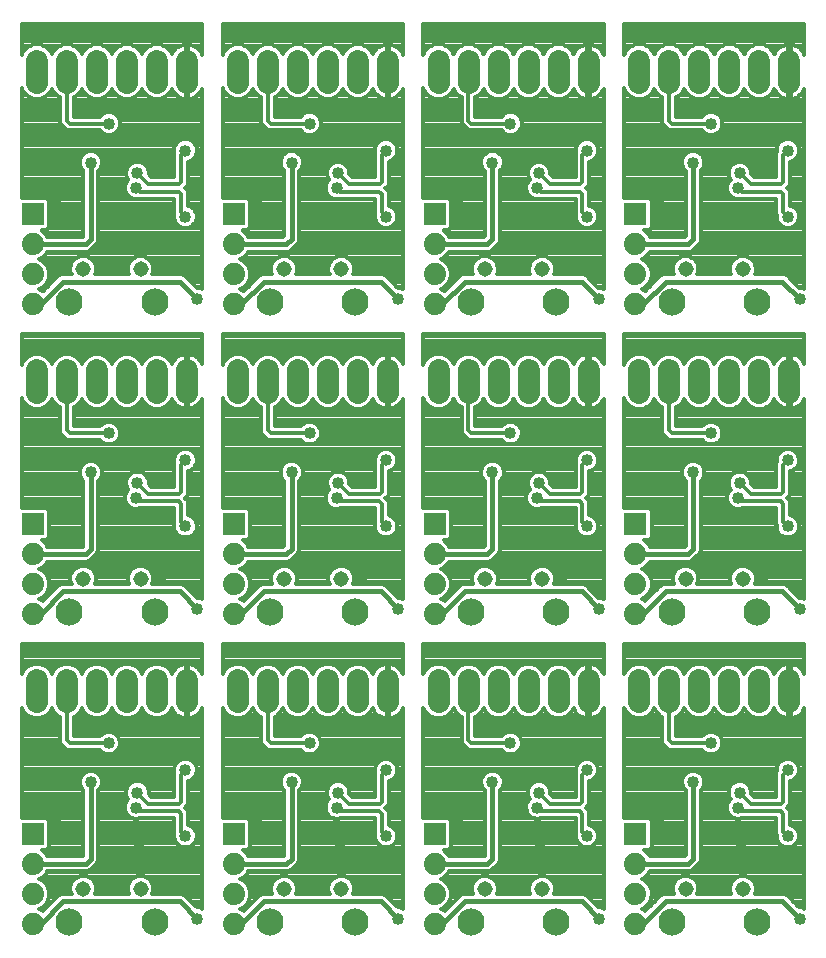
<source format=gbl>
G75*
%MOIN*%
%OFA0B0*%
%FSLAX24Y24*%
%IPPOS*%
%LPD*%
%AMOC8*
5,1,8,0,0,1.08239X$1,22.5*
%
%ADD10C,0.0740*%
%ADD11R,0.0740X0.0740*%
%ADD12C,0.0740*%
%ADD13C,0.0516*%
%ADD14C,0.0906*%
%ADD15C,0.0140*%
%ADD16C,0.0400*%
%ADD17C,0.0160*%
%ADD18C,0.0120*%
D10*
X003977Y008538D02*
X003977Y009278D01*
X004977Y009278D02*
X004977Y008538D01*
X005977Y008538D02*
X005977Y009278D01*
X006977Y009278D02*
X006977Y008538D01*
X007977Y008538D02*
X007977Y009278D01*
X008977Y009278D02*
X008977Y008538D01*
X010669Y008538D02*
X010669Y009278D01*
X011669Y009278D02*
X011669Y008538D01*
X012669Y008538D02*
X012669Y009278D01*
X013669Y009278D02*
X013669Y008538D01*
X014669Y008538D02*
X014669Y009278D01*
X015669Y009278D02*
X015669Y008538D01*
X017362Y008538D02*
X017362Y009278D01*
X018362Y009278D02*
X018362Y008538D01*
X019362Y008538D02*
X019362Y009278D01*
X020362Y009278D02*
X020362Y008538D01*
X021362Y008538D02*
X021362Y009278D01*
X022362Y009278D02*
X022362Y008538D01*
X024055Y008538D02*
X024055Y009278D01*
X025055Y009278D02*
X025055Y008538D01*
X026055Y008538D02*
X026055Y009278D01*
X027055Y009278D02*
X027055Y008538D01*
X028055Y008538D02*
X028055Y009278D01*
X029055Y009278D02*
X029055Y008538D01*
X029055Y018863D02*
X029055Y019603D01*
X028055Y019603D02*
X028055Y018863D01*
X027055Y018863D02*
X027055Y019603D01*
X026055Y019603D02*
X026055Y018863D01*
X025055Y018863D02*
X025055Y019603D01*
X024055Y019603D02*
X024055Y018863D01*
X022362Y018863D02*
X022362Y019603D01*
X021362Y019603D02*
X021362Y018863D01*
X020362Y018863D02*
X020362Y019603D01*
X019362Y019603D02*
X019362Y018863D01*
X018362Y018863D02*
X018362Y019603D01*
X017362Y019603D02*
X017362Y018863D01*
X015669Y018863D02*
X015669Y019603D01*
X014669Y019603D02*
X014669Y018863D01*
X013669Y018863D02*
X013669Y019603D01*
X012669Y019603D02*
X012669Y018863D01*
X011669Y018863D02*
X011669Y019603D01*
X010669Y019603D02*
X010669Y018863D01*
X008977Y018863D02*
X008977Y019603D01*
X007977Y019603D02*
X007977Y018863D01*
X006977Y018863D02*
X006977Y019603D01*
X005977Y019603D02*
X005977Y018863D01*
X004977Y018863D02*
X004977Y019603D01*
X003977Y019603D02*
X003977Y018863D01*
X003977Y029189D02*
X003977Y029929D01*
X004977Y029929D02*
X004977Y029189D01*
X005977Y029189D02*
X005977Y029929D01*
X006977Y029929D02*
X006977Y029189D01*
X007977Y029189D02*
X007977Y029929D01*
X008977Y029929D02*
X008977Y029189D01*
X010669Y029189D02*
X010669Y029929D01*
X011669Y029929D02*
X011669Y029189D01*
X012669Y029189D02*
X012669Y029929D01*
X013669Y029929D02*
X013669Y029189D01*
X014669Y029189D02*
X014669Y029929D01*
X015669Y029929D02*
X015669Y029189D01*
X017362Y029189D02*
X017362Y029929D01*
X018362Y029929D02*
X018362Y029189D01*
X019362Y029189D02*
X019362Y029929D01*
X020362Y029929D02*
X020362Y029189D01*
X021362Y029189D02*
X021362Y029929D01*
X022362Y029929D02*
X022362Y029189D01*
X024055Y029189D02*
X024055Y029929D01*
X025055Y029929D02*
X025055Y029189D01*
X026055Y029189D02*
X026055Y029929D01*
X027055Y029929D02*
X027055Y029189D01*
X028055Y029189D02*
X028055Y029929D01*
X029055Y029929D02*
X029055Y029189D01*
D11*
X023924Y024805D03*
X017231Y024805D03*
X010538Y024805D03*
X003845Y024805D03*
X003845Y014479D03*
X010538Y014479D03*
X017231Y014479D03*
X023924Y014479D03*
X023924Y004154D03*
X017231Y004154D03*
X010538Y004154D03*
X003845Y004154D03*
D12*
X003845Y001154D03*
X003845Y002154D03*
X003845Y003154D03*
X010538Y003154D03*
X010538Y002154D03*
X010538Y001154D03*
X017231Y001154D03*
X017231Y002154D03*
X017231Y003154D03*
X023924Y003154D03*
X023924Y002154D03*
X023924Y001154D03*
X023924Y011479D03*
X023924Y012479D03*
X023924Y013479D03*
X017231Y013479D03*
X017231Y012479D03*
X017231Y011479D03*
X010538Y011479D03*
X010538Y012479D03*
X010538Y013479D03*
X003845Y013479D03*
X003845Y012479D03*
X003845Y011479D03*
X003845Y021805D03*
X003845Y022805D03*
X003845Y023805D03*
X010538Y023805D03*
X010538Y022805D03*
X010538Y021805D03*
X017231Y021805D03*
X017231Y022805D03*
X017231Y023805D03*
X023924Y023805D03*
X023924Y022805D03*
X023924Y021805D03*
D13*
X025599Y022981D03*
X027508Y022981D03*
X020815Y022981D03*
X018906Y022981D03*
X014122Y022981D03*
X012213Y022981D03*
X007429Y022981D03*
X005520Y022981D03*
X005520Y012656D03*
X007429Y012656D03*
X012213Y012656D03*
X014122Y012656D03*
X018906Y012656D03*
X020815Y012656D03*
X025599Y012656D03*
X027508Y012656D03*
X027508Y002330D03*
X025599Y002330D03*
X020815Y002330D03*
X018906Y002330D03*
X014122Y002330D03*
X012213Y002330D03*
X007429Y002330D03*
X005520Y002330D03*
D14*
X005053Y001228D03*
X007896Y001228D03*
X011746Y001228D03*
X014589Y001228D03*
X018439Y001228D03*
X021282Y001228D03*
X025132Y001228D03*
X027975Y001228D03*
X027975Y011553D03*
X025132Y011553D03*
X021282Y011553D03*
X018439Y011553D03*
X014589Y011553D03*
X011746Y011553D03*
X007896Y011553D03*
X005053Y011553D03*
X005053Y021879D03*
X007896Y021879D03*
X011746Y021879D03*
X014589Y021879D03*
X018439Y021879D03*
X021282Y021879D03*
X025132Y021879D03*
X027975Y021879D03*
D15*
X027900Y022809D02*
X027936Y022896D01*
X027936Y023066D01*
X027871Y023223D01*
X027750Y023344D01*
X027593Y023409D01*
X027423Y023409D01*
X027266Y023344D01*
X027145Y023223D01*
X027080Y023066D01*
X027080Y022896D01*
X027116Y022809D01*
X025991Y022809D01*
X025990Y022809D02*
X026026Y022896D01*
X026026Y023066D01*
X025961Y023223D01*
X025841Y023344D01*
X025684Y023409D01*
X025514Y023409D01*
X025356Y023344D01*
X025236Y023223D01*
X025171Y023066D01*
X025171Y022896D01*
X025207Y022809D01*
X024884Y022809D01*
X024792Y022771D01*
X024721Y022700D01*
X024257Y022236D01*
X024230Y022263D01*
X024128Y022305D01*
X024230Y022347D01*
X024382Y022499D01*
X024464Y022697D01*
X024464Y022912D01*
X024382Y023111D01*
X024230Y023263D01*
X024128Y023305D01*
X024230Y023347D01*
X024382Y023499D01*
X024405Y023555D01*
X025729Y023555D01*
X025821Y023593D01*
X025995Y023767D01*
X026065Y023837D01*
X026103Y023929D01*
X026103Y026255D01*
X026167Y026319D01*
X026223Y026455D01*
X026223Y026602D01*
X026167Y026738D01*
X026063Y026842D01*
X025927Y026899D01*
X025780Y026899D01*
X025644Y026842D01*
X025540Y026738D01*
X025483Y026602D01*
X025483Y026455D01*
X025540Y026319D01*
X025603Y026255D01*
X025603Y024082D01*
X025576Y024055D01*
X024405Y024055D01*
X024382Y024111D01*
X024230Y024263D01*
X024225Y024265D01*
X024365Y024265D01*
X024464Y024364D01*
X024464Y025245D01*
X024365Y025345D01*
X023548Y025345D01*
X023548Y029002D01*
X023598Y028883D01*
X023749Y028731D01*
X023948Y028649D01*
X024163Y028649D01*
X024361Y028731D01*
X024513Y028883D01*
X024555Y028985D01*
X024598Y028883D01*
X024749Y028731D01*
X024823Y028701D01*
X024823Y027833D01*
X025058Y027599D01*
X026160Y027599D01*
X026244Y027515D01*
X026380Y027459D01*
X026527Y027459D01*
X026663Y027515D01*
X026767Y027619D01*
X026823Y027755D01*
X026823Y027902D01*
X026767Y028038D01*
X026663Y028142D01*
X026527Y028199D01*
X026380Y028199D01*
X026244Y028142D01*
X026160Y028059D01*
X025283Y028059D01*
X025283Y028699D01*
X025361Y028731D01*
X025513Y028883D01*
X025555Y028985D01*
X025598Y028883D01*
X025749Y028731D01*
X025948Y028649D01*
X026163Y028649D01*
X026361Y028731D01*
X026513Y028883D01*
X026555Y028985D01*
X026598Y028883D01*
X026749Y028731D01*
X026948Y028649D01*
X027163Y028649D01*
X027361Y028731D01*
X027513Y028883D01*
X027555Y028985D01*
X027598Y028883D01*
X027749Y028731D01*
X027948Y028649D01*
X028163Y028649D01*
X028361Y028731D01*
X028513Y028883D01*
X028554Y028983D01*
X028555Y028982D01*
X028593Y028906D01*
X028643Y028837D01*
X028704Y028777D01*
X028772Y028727D01*
X028848Y028689D01*
X028929Y028662D01*
X029013Y028649D01*
X029015Y028649D01*
X029015Y029519D01*
X029095Y029519D01*
X029095Y028649D01*
X029098Y028649D01*
X029182Y028662D01*
X029263Y028689D01*
X029338Y028727D01*
X029407Y028777D01*
X029467Y028837D01*
X029517Y028906D01*
X029556Y028982D01*
X029558Y028990D01*
X029558Y022315D01*
X029477Y022349D01*
X029387Y022349D01*
X028965Y022771D01*
X028873Y022809D01*
X027900Y022809D01*
X029558Y022809D01*
X029558Y022671D02*
X029065Y022671D01*
X029203Y022532D02*
X029558Y022532D01*
X029558Y022394D02*
X029342Y022394D01*
X029558Y022948D02*
X027936Y022948D01*
X027927Y023086D02*
X029558Y023086D01*
X029558Y023225D02*
X027869Y023225D01*
X027703Y023363D02*
X029558Y023363D01*
X029558Y023502D02*
X024383Y023502D01*
X024247Y023363D02*
X025404Y023363D01*
X025237Y023225D02*
X024268Y023225D01*
X024392Y023086D02*
X025179Y023086D01*
X025171Y022948D02*
X024449Y022948D01*
X024464Y022809D02*
X025207Y022809D01*
X024692Y022671D02*
X024453Y022671D01*
X024396Y022532D02*
X024553Y022532D01*
X024415Y022394D02*
X024277Y022394D01*
X024276Y022255D02*
X024237Y022255D01*
X022865Y022315D02*
X022784Y022349D01*
X022694Y022349D01*
X022272Y022771D01*
X022180Y022809D01*
X021207Y022809D01*
X021243Y022896D01*
X021243Y023066D01*
X021178Y023223D01*
X021057Y023344D01*
X020900Y023409D01*
X020730Y023409D01*
X020573Y023344D01*
X020452Y023223D01*
X020387Y023066D01*
X020387Y022896D01*
X020424Y022809D01*
X019297Y022809D01*
X019334Y022896D01*
X019334Y023066D01*
X019268Y023223D01*
X019148Y023344D01*
X018991Y023409D01*
X018821Y023409D01*
X018663Y023344D01*
X018543Y023223D01*
X018478Y023066D01*
X018478Y022896D01*
X018514Y022809D01*
X018191Y022809D01*
X018099Y022771D01*
X018028Y022700D01*
X017564Y022236D01*
X017537Y022263D01*
X017435Y022305D01*
X017537Y022347D01*
X017689Y022499D01*
X017771Y022697D01*
X017771Y022912D01*
X017689Y023111D01*
X017537Y023263D01*
X017435Y023305D01*
X017537Y023347D01*
X017689Y023499D01*
X017712Y023555D01*
X019036Y023555D01*
X019128Y023593D01*
X019302Y023767D01*
X019372Y023837D01*
X019410Y023929D01*
X019410Y026255D01*
X019474Y026319D01*
X019530Y026455D01*
X019530Y026602D01*
X019474Y026738D01*
X019370Y026842D01*
X019234Y026899D01*
X019087Y026899D01*
X018951Y026842D01*
X018847Y026738D01*
X018790Y026602D01*
X018790Y026455D01*
X018847Y026319D01*
X018910Y026255D01*
X018910Y024082D01*
X018883Y024055D01*
X017712Y024055D01*
X017689Y024111D01*
X017537Y024263D01*
X017532Y024265D01*
X017672Y024265D01*
X017771Y024364D01*
X017771Y025245D01*
X017672Y025345D01*
X016855Y025345D01*
X016855Y029002D01*
X016905Y028883D01*
X017057Y028731D01*
X017255Y028649D01*
X017470Y028649D01*
X017668Y028731D01*
X017820Y028883D01*
X017862Y028985D01*
X017905Y028883D01*
X018057Y028731D01*
X018130Y028701D01*
X018130Y027833D01*
X018265Y027699D01*
X018365Y027599D01*
X019467Y027599D01*
X019551Y027515D01*
X019687Y027459D01*
X019834Y027459D01*
X019970Y027515D01*
X020074Y027619D01*
X020130Y027755D01*
X020130Y027902D01*
X020074Y028038D01*
X019970Y028142D01*
X019834Y028199D01*
X019687Y028199D01*
X019551Y028142D01*
X019467Y028059D01*
X018590Y028059D01*
X018590Y028699D01*
X018668Y028731D01*
X018820Y028883D01*
X018862Y028985D01*
X018905Y028883D01*
X019057Y028731D01*
X019255Y028649D01*
X019470Y028649D01*
X019668Y028731D01*
X019820Y028883D01*
X019862Y028985D01*
X019905Y028883D01*
X020057Y028731D01*
X020255Y028649D01*
X020470Y028649D01*
X020668Y028731D01*
X020820Y028883D01*
X020862Y028985D01*
X020905Y028883D01*
X021057Y028731D01*
X021255Y028649D01*
X021470Y028649D01*
X021668Y028731D01*
X021820Y028883D01*
X021862Y028983D01*
X021862Y028982D01*
X021901Y028906D01*
X021951Y028837D01*
X022011Y028777D01*
X022079Y028727D01*
X022155Y028689D01*
X022236Y028662D01*
X022320Y028649D01*
X022322Y028649D01*
X022322Y029519D01*
X022402Y029519D01*
X022402Y028649D01*
X022405Y028649D01*
X022489Y028662D01*
X022570Y028689D01*
X022645Y028727D01*
X022714Y028777D01*
X022774Y028837D01*
X022824Y028906D01*
X022863Y028982D01*
X022865Y028990D01*
X022865Y022315D01*
X022865Y022394D02*
X022649Y022394D01*
X022510Y022532D02*
X022865Y022532D01*
X022865Y022671D02*
X022372Y022671D01*
X022865Y022809D02*
X021207Y022809D01*
X021243Y022948D02*
X022865Y022948D01*
X022865Y023086D02*
X021235Y023086D01*
X021176Y023225D02*
X022865Y023225D01*
X022865Y023363D02*
X021010Y023363D01*
X020620Y023363D02*
X019101Y023363D01*
X019267Y023225D02*
X020454Y023225D01*
X020396Y023086D02*
X019325Y023086D01*
X019334Y022948D02*
X020387Y022948D01*
X020423Y022809D02*
X019298Y022809D01*
X018514Y022809D02*
X017771Y022809D01*
X017760Y022671D02*
X017999Y022671D01*
X017861Y022532D02*
X017703Y022532D01*
X017722Y022394D02*
X017584Y022394D01*
X017584Y022255D02*
X017544Y022255D01*
X017756Y022948D02*
X018478Y022948D01*
X018486Y023086D02*
X017699Y023086D01*
X017575Y023225D02*
X018545Y023225D01*
X018711Y023363D02*
X017554Y023363D01*
X017690Y023502D02*
X022865Y023502D01*
X022865Y023640D02*
X019176Y023640D01*
X019314Y023779D02*
X022865Y023779D01*
X022865Y023917D02*
X019406Y023917D01*
X019410Y024056D02*
X022865Y024056D01*
X022865Y024194D02*
X019410Y024194D01*
X019410Y024333D02*
X022865Y024333D01*
X022865Y024471D02*
X022576Y024471D01*
X022624Y024519D02*
X022680Y024655D01*
X022680Y024802D01*
X022624Y024938D01*
X022520Y025042D01*
X022390Y025096D01*
X022390Y025574D01*
X022286Y025679D01*
X022324Y025717D01*
X022390Y025783D01*
X022390Y026561D01*
X022520Y026615D01*
X022624Y026719D01*
X022680Y026855D01*
X022680Y027002D01*
X022624Y027138D01*
X022520Y027242D01*
X022384Y027299D01*
X022237Y027299D01*
X022101Y027242D01*
X021997Y027138D01*
X021940Y027002D01*
X021940Y026884D01*
X021930Y026874D01*
X021930Y026043D01*
X021172Y026043D01*
X021080Y026134D01*
X021080Y026252D01*
X021024Y026388D01*
X020920Y026492D01*
X020784Y026549D01*
X020637Y026549D01*
X020501Y026492D01*
X020397Y026388D01*
X020340Y026252D01*
X020340Y026105D01*
X020397Y025969D01*
X020412Y025954D01*
X020347Y025888D01*
X020290Y025752D01*
X020290Y025605D01*
X020347Y025469D01*
X020451Y025365D01*
X020587Y025309D01*
X020734Y025309D01*
X020777Y025327D01*
X021930Y025327D01*
X021930Y024783D01*
X021940Y024773D01*
X021940Y024655D01*
X021997Y024519D01*
X022101Y024415D01*
X022237Y024359D01*
X022384Y024359D01*
X022520Y024415D01*
X022624Y024519D01*
X022662Y024610D02*
X022865Y024610D01*
X022865Y024748D02*
X022680Y024748D01*
X022645Y024887D02*
X022865Y024887D01*
X022865Y025025D02*
X022537Y025025D01*
X022390Y025164D02*
X022865Y025164D01*
X022865Y025302D02*
X022390Y025302D01*
X022390Y025441D02*
X022865Y025441D01*
X022865Y025579D02*
X022385Y025579D01*
X022325Y025718D02*
X022865Y025718D01*
X022865Y025856D02*
X022390Y025856D01*
X022390Y025995D02*
X022865Y025995D01*
X022865Y026133D02*
X022390Y026133D01*
X022390Y026272D02*
X022865Y026272D01*
X022865Y026410D02*
X022390Y026410D01*
X022390Y026549D02*
X022865Y026549D01*
X022865Y026687D02*
X022592Y026687D01*
X022668Y026826D02*
X022865Y026826D01*
X022865Y026964D02*
X022680Y026964D01*
X022639Y027103D02*
X022865Y027103D01*
X022865Y027241D02*
X022521Y027241D01*
X022865Y027380D02*
X016855Y027380D01*
X016855Y027518D02*
X019548Y027518D01*
X019973Y027518D02*
X022865Y027518D01*
X022865Y027657D02*
X020090Y027657D01*
X020130Y027795D02*
X022865Y027795D01*
X022865Y027934D02*
X020117Y027934D01*
X020040Y028072D02*
X022865Y028072D01*
X022865Y028211D02*
X018590Y028211D01*
X018590Y028349D02*
X022865Y028349D01*
X022865Y028488D02*
X018590Y028488D01*
X018590Y028626D02*
X022865Y028626D01*
X022865Y028765D02*
X022697Y028765D01*
X022822Y028903D02*
X022865Y028903D01*
X022402Y028903D02*
X022322Y028903D01*
X022322Y028765D02*
X022402Y028765D01*
X022402Y029042D02*
X022322Y029042D01*
X022322Y029180D02*
X022402Y029180D01*
X022402Y029319D02*
X022322Y029319D01*
X022322Y029457D02*
X022402Y029457D01*
X022402Y029599D02*
X022322Y029599D01*
X022322Y030469D01*
X022320Y030469D01*
X022236Y030456D01*
X022155Y030429D01*
X022079Y030391D01*
X022011Y030341D01*
X021951Y030281D01*
X021901Y030212D01*
X021862Y030136D01*
X021862Y030135D01*
X021820Y030235D01*
X021668Y030387D01*
X021470Y030469D01*
X021255Y030469D01*
X021057Y030387D01*
X020905Y030235D01*
X020862Y030133D01*
X020820Y030235D01*
X020668Y030387D01*
X020470Y030469D01*
X020255Y030469D01*
X020057Y030387D01*
X019905Y030235D01*
X019862Y030133D01*
X019820Y030235D01*
X019668Y030387D01*
X019470Y030469D01*
X019255Y030469D01*
X019057Y030387D01*
X018905Y030235D01*
X018862Y030133D01*
X018820Y030235D01*
X018668Y030387D01*
X018470Y030469D01*
X018255Y030469D01*
X018057Y030387D01*
X017905Y030235D01*
X017862Y030133D01*
X017820Y030235D01*
X017668Y030387D01*
X017470Y030469D01*
X017255Y030469D01*
X017057Y030387D01*
X016905Y030235D01*
X016855Y030116D01*
X016855Y031134D01*
X022865Y031134D01*
X022865Y030128D01*
X022863Y030136D01*
X022824Y030212D01*
X022774Y030281D01*
X022714Y030341D01*
X022645Y030391D01*
X022570Y030429D01*
X022489Y030456D01*
X022405Y030469D01*
X022402Y030469D01*
X022402Y029599D01*
X022402Y029734D02*
X022322Y029734D01*
X022322Y029873D02*
X022402Y029873D01*
X022402Y030011D02*
X022322Y030011D01*
X022322Y030150D02*
X022402Y030150D01*
X022402Y030288D02*
X022322Y030288D01*
X022322Y030427D02*
X022402Y030427D01*
X022575Y030427D02*
X022865Y030427D01*
X022865Y030565D02*
X016855Y030565D01*
X016855Y030427D02*
X017153Y030427D01*
X016958Y030288D02*
X016855Y030288D01*
X016855Y030150D02*
X016869Y030150D01*
X016855Y030704D02*
X022865Y030704D01*
X022865Y030842D02*
X016855Y030842D01*
X016855Y030981D02*
X022865Y030981D01*
X022865Y031119D02*
X016855Y031119D01*
X017572Y030427D02*
X018153Y030427D01*
X017958Y030288D02*
X017767Y030288D01*
X017855Y030150D02*
X017869Y030150D01*
X018572Y030427D02*
X019153Y030427D01*
X018958Y030288D02*
X018767Y030288D01*
X018855Y030150D02*
X018869Y030150D01*
X019572Y030427D02*
X020153Y030427D01*
X019958Y030288D02*
X019767Y030288D01*
X019855Y030150D02*
X019869Y030150D01*
X020572Y030427D02*
X021153Y030427D01*
X020958Y030288D02*
X020767Y030288D01*
X020855Y030150D02*
X020869Y030150D01*
X021572Y030427D02*
X022150Y030427D01*
X021958Y030288D02*
X021767Y030288D01*
X021855Y030150D02*
X021869Y030150D01*
X022767Y030288D02*
X022865Y030288D01*
X022856Y030150D02*
X022865Y030150D01*
X023548Y030150D02*
X023562Y030150D01*
X023548Y030116D02*
X023548Y031134D01*
X029558Y031134D01*
X029558Y030128D01*
X029556Y030136D01*
X029517Y030212D01*
X029467Y030281D01*
X029407Y030341D01*
X029338Y030391D01*
X029263Y030429D01*
X029182Y030456D01*
X029098Y030469D01*
X029095Y030469D01*
X029095Y029599D01*
X029015Y029599D01*
X029015Y030469D01*
X029013Y030469D01*
X028929Y030456D01*
X028848Y030429D01*
X028772Y030391D01*
X028704Y030341D01*
X028643Y030281D01*
X028593Y030212D01*
X028555Y030136D01*
X028554Y030135D01*
X028513Y030235D01*
X028361Y030387D01*
X028163Y030469D01*
X027948Y030469D01*
X027749Y030387D01*
X027598Y030235D01*
X027555Y030133D01*
X027513Y030235D01*
X027361Y030387D01*
X027163Y030469D01*
X026948Y030469D01*
X026749Y030387D01*
X026598Y030235D01*
X026555Y030133D01*
X026513Y030235D01*
X026361Y030387D01*
X026163Y030469D01*
X025948Y030469D01*
X025749Y030387D01*
X025598Y030235D01*
X025555Y030133D01*
X025513Y030235D01*
X025361Y030387D01*
X025163Y030469D01*
X024948Y030469D01*
X024749Y030387D01*
X024598Y030235D01*
X024555Y030133D01*
X024513Y030235D01*
X024361Y030387D01*
X024163Y030469D01*
X023948Y030469D01*
X023749Y030387D01*
X023598Y030235D01*
X023548Y030116D01*
X023548Y030288D02*
X023651Y030288D01*
X023548Y030427D02*
X023846Y030427D01*
X023548Y030565D02*
X029558Y030565D01*
X029558Y030427D02*
X029268Y030427D01*
X029095Y030427D02*
X029015Y030427D01*
X029015Y030288D02*
X029095Y030288D01*
X029095Y030150D02*
X029015Y030150D01*
X029015Y030011D02*
X029095Y030011D01*
X029095Y029873D02*
X029015Y029873D01*
X029015Y029734D02*
X029095Y029734D01*
X029095Y029457D02*
X029015Y029457D01*
X029015Y029319D02*
X029095Y029319D01*
X029095Y029180D02*
X029015Y029180D01*
X029015Y029042D02*
X029095Y029042D01*
X029095Y028903D02*
X029015Y028903D01*
X029015Y028765D02*
X029095Y028765D01*
X029390Y028765D02*
X029558Y028765D01*
X029558Y028903D02*
X029515Y028903D01*
X029558Y028626D02*
X025283Y028626D01*
X025283Y028488D02*
X029558Y028488D01*
X029558Y028349D02*
X025283Y028349D01*
X025283Y028211D02*
X029558Y028211D01*
X029558Y028072D02*
X026733Y028072D01*
X026810Y027934D02*
X029558Y027934D01*
X029558Y027795D02*
X026823Y027795D01*
X026783Y027657D02*
X029558Y027657D01*
X029558Y027518D02*
X026666Y027518D01*
X026240Y027518D02*
X023548Y027518D01*
X023548Y027380D02*
X029558Y027380D01*
X029558Y027241D02*
X029214Y027241D01*
X029213Y027242D02*
X029077Y027299D01*
X028930Y027299D01*
X028794Y027242D01*
X028690Y027138D01*
X028633Y027002D01*
X028633Y026884D01*
X028623Y026874D01*
X028623Y026043D01*
X027865Y026043D01*
X027773Y026134D01*
X027773Y026252D01*
X027717Y026388D01*
X027613Y026492D01*
X027477Y026549D01*
X027330Y026549D01*
X027194Y026492D01*
X027090Y026388D01*
X027033Y026252D01*
X027033Y026105D01*
X027090Y025969D01*
X027105Y025954D01*
X027040Y025888D01*
X026983Y025752D01*
X026983Y025605D01*
X027040Y025469D01*
X027144Y025365D01*
X027280Y025309D01*
X027427Y025309D01*
X027470Y025327D01*
X028623Y025327D01*
X028623Y024783D01*
X028633Y024773D01*
X028633Y024655D01*
X028690Y024519D01*
X028794Y024415D01*
X028930Y024359D01*
X029077Y024359D01*
X029213Y024415D01*
X029317Y024519D01*
X029373Y024655D01*
X029373Y024802D01*
X029317Y024938D01*
X029213Y025042D01*
X029083Y025096D01*
X029083Y025574D01*
X028979Y025679D01*
X029017Y025717D01*
X029017Y025717D01*
X029083Y025783D01*
X029083Y026561D01*
X029213Y026615D01*
X029317Y026719D01*
X029373Y026855D01*
X029373Y027002D01*
X029317Y027138D01*
X029213Y027242D01*
X029332Y027103D02*
X029558Y027103D01*
X029558Y026964D02*
X029373Y026964D01*
X029361Y026826D02*
X029558Y026826D01*
X029558Y026687D02*
X029285Y026687D01*
X029083Y026549D02*
X029558Y026549D01*
X029558Y026410D02*
X029083Y026410D01*
X029083Y026272D02*
X029558Y026272D01*
X029558Y026133D02*
X029083Y026133D01*
X029083Y025995D02*
X029558Y025995D01*
X029558Y025856D02*
X029083Y025856D01*
X029018Y025718D02*
X029558Y025718D01*
X029558Y025579D02*
X029078Y025579D01*
X029083Y025441D02*
X029558Y025441D01*
X029558Y025302D02*
X029083Y025302D01*
X029083Y025164D02*
X029558Y025164D01*
X029558Y025025D02*
X029230Y025025D01*
X029338Y024887D02*
X029558Y024887D01*
X029558Y024748D02*
X029373Y024748D01*
X029355Y024610D02*
X029558Y024610D01*
X029558Y024471D02*
X029269Y024471D01*
X029558Y024333D02*
X026103Y024333D01*
X026103Y024471D02*
X028737Y024471D01*
X028652Y024610D02*
X026103Y024610D01*
X026103Y024748D02*
X028633Y024748D01*
X028623Y024887D02*
X026103Y024887D01*
X026103Y025025D02*
X028623Y025025D01*
X028623Y025164D02*
X026103Y025164D01*
X026103Y025302D02*
X028623Y025302D01*
X028623Y026133D02*
X027774Y026133D01*
X027765Y026272D02*
X028623Y026272D01*
X028623Y026410D02*
X027695Y026410D01*
X027112Y026410D02*
X026205Y026410D01*
X026223Y026549D02*
X028623Y026549D01*
X028623Y026687D02*
X026188Y026687D01*
X026079Y026826D02*
X028623Y026826D01*
X028633Y026964D02*
X023548Y026964D01*
X023548Y026826D02*
X025627Y026826D01*
X025519Y026687D02*
X023548Y026687D01*
X023548Y026549D02*
X025483Y026549D01*
X025502Y026410D02*
X023548Y026410D01*
X023548Y026272D02*
X025587Y026272D01*
X025603Y026133D02*
X023548Y026133D01*
X023548Y025995D02*
X025603Y025995D01*
X025603Y025856D02*
X023548Y025856D01*
X023548Y025718D02*
X025603Y025718D01*
X025603Y025579D02*
X023548Y025579D01*
X023548Y025441D02*
X025603Y025441D01*
X025603Y025302D02*
X024407Y025302D01*
X024464Y025164D02*
X025603Y025164D01*
X025603Y025025D02*
X024464Y025025D01*
X024464Y024887D02*
X025603Y024887D01*
X025603Y024748D02*
X024464Y024748D01*
X024464Y024610D02*
X025603Y024610D01*
X025603Y024471D02*
X024464Y024471D01*
X024433Y024333D02*
X025603Y024333D01*
X025603Y024194D02*
X024298Y024194D01*
X024405Y024056D02*
X025577Y024056D01*
X025869Y023640D02*
X029558Y023640D01*
X029558Y023779D02*
X026007Y023779D01*
X026099Y023917D02*
X029558Y023917D01*
X029558Y024056D02*
X026103Y024056D01*
X026103Y024194D02*
X029558Y024194D01*
X027313Y023363D02*
X025794Y023363D01*
X025960Y023225D02*
X027147Y023225D01*
X027089Y023086D02*
X026018Y023086D01*
X026026Y022948D02*
X027080Y022948D01*
X027116Y022809D02*
X025990Y022809D01*
X023548Y020808D02*
X023548Y019791D01*
X023598Y019909D01*
X023749Y020061D01*
X023948Y020143D01*
X024163Y020143D01*
X024361Y020061D01*
X024513Y019909D01*
X024555Y019807D01*
X024598Y019909D01*
X024749Y020061D01*
X024948Y020143D01*
X025163Y020143D01*
X025361Y020061D01*
X025513Y019909D01*
X025555Y019807D01*
X025598Y019909D01*
X025749Y020061D01*
X025948Y020143D01*
X026163Y020143D01*
X026361Y020061D01*
X026513Y019909D01*
X026555Y019807D01*
X026598Y019909D01*
X026749Y020061D01*
X026948Y020143D01*
X027163Y020143D01*
X027361Y020061D01*
X027513Y019909D01*
X027555Y019807D01*
X027598Y019909D01*
X027749Y020061D01*
X027948Y020143D01*
X028163Y020143D01*
X028361Y020061D01*
X028513Y019909D01*
X028554Y019809D01*
X028555Y019811D01*
X028593Y019886D01*
X028643Y019955D01*
X028704Y020015D01*
X028772Y020065D01*
X028848Y020104D01*
X028929Y020130D01*
X029013Y020143D01*
X029015Y020143D01*
X029015Y019273D01*
X029095Y019273D01*
X029095Y020143D01*
X029098Y020143D01*
X029182Y020130D01*
X029263Y020104D01*
X029338Y020065D01*
X029407Y020015D01*
X029467Y019955D01*
X029517Y019886D01*
X029556Y019811D01*
X029558Y019803D01*
X029558Y020808D01*
X023548Y020808D01*
X023548Y020732D02*
X029558Y020732D01*
X029558Y020593D02*
X023548Y020593D01*
X023548Y020455D02*
X029558Y020455D01*
X029558Y020316D02*
X023548Y020316D01*
X023548Y020178D02*
X029558Y020178D01*
X029558Y020039D02*
X029374Y020039D01*
X029507Y019901D02*
X029558Y019901D01*
X029095Y019901D02*
X029015Y019901D01*
X029015Y020039D02*
X029095Y020039D01*
X029095Y019762D02*
X029015Y019762D01*
X029015Y019624D02*
X029095Y019624D01*
X029095Y019485D02*
X029015Y019485D01*
X029015Y019347D02*
X029095Y019347D01*
X029095Y019193D02*
X029095Y018323D01*
X029098Y018323D01*
X029182Y018337D01*
X029263Y018363D01*
X029338Y018402D01*
X029407Y018452D01*
X029467Y018512D01*
X029517Y018580D01*
X029556Y018656D01*
X029558Y018664D01*
X029558Y011989D01*
X029477Y012023D01*
X029387Y012023D01*
X028965Y012445D01*
X028873Y012483D01*
X027900Y012483D01*
X027936Y012570D01*
X027936Y012741D01*
X027871Y012898D01*
X027750Y013018D01*
X027593Y013083D01*
X027423Y013083D01*
X027266Y013018D01*
X027145Y012898D01*
X027080Y012741D01*
X027080Y012570D01*
X027116Y012483D01*
X025990Y012483D01*
X026026Y012570D01*
X026026Y012741D01*
X025961Y012898D01*
X025841Y013018D01*
X025684Y013083D01*
X025514Y013083D01*
X025356Y013018D01*
X025236Y012898D01*
X025171Y012741D01*
X025171Y012570D01*
X025207Y012483D01*
X024884Y012483D01*
X024792Y012445D01*
X024257Y011910D01*
X024230Y011937D01*
X024128Y011979D01*
X024230Y012021D01*
X024382Y012173D01*
X024464Y012372D01*
X024464Y012587D01*
X024382Y012785D01*
X024230Y012937D01*
X024128Y012979D01*
X024230Y013021D01*
X024382Y013173D01*
X024405Y013229D01*
X025729Y013229D01*
X025821Y013267D01*
X025995Y013441D01*
X026065Y013512D01*
X026103Y013603D01*
X026103Y015930D01*
X026167Y015994D01*
X026223Y016130D01*
X026223Y016277D01*
X026167Y016413D01*
X026063Y016517D01*
X025927Y016573D01*
X025780Y016573D01*
X025644Y016517D01*
X025540Y016413D01*
X025483Y016277D01*
X025483Y016130D01*
X025540Y015994D01*
X025603Y015930D01*
X025603Y013757D01*
X025576Y013729D01*
X024405Y013729D01*
X024382Y013785D01*
X024230Y013937D01*
X024225Y013939D01*
X024365Y013939D01*
X024464Y014039D01*
X024464Y014920D01*
X024365Y015019D01*
X023548Y015019D01*
X023548Y018676D01*
X023598Y018558D01*
X023749Y018406D01*
X023948Y018323D01*
X024163Y018323D01*
X024361Y018406D01*
X024513Y018558D01*
X024555Y018659D01*
X024598Y018558D01*
X024749Y018406D01*
X024823Y018375D01*
X024823Y017508D01*
X024958Y017373D01*
X025058Y017273D01*
X026160Y017273D01*
X026244Y017189D01*
X026380Y017133D01*
X026527Y017133D01*
X026663Y017189D01*
X026767Y017294D01*
X026823Y017430D01*
X026823Y017577D01*
X026767Y017713D01*
X026663Y017817D01*
X026527Y017873D01*
X026380Y017873D01*
X026244Y017817D01*
X026160Y017733D01*
X025283Y017733D01*
X025283Y018373D01*
X025361Y018406D01*
X025513Y018558D01*
X025555Y018659D01*
X025598Y018558D01*
X025749Y018406D01*
X025948Y018323D01*
X026163Y018323D01*
X026361Y018406D01*
X026513Y018558D01*
X026555Y018659D01*
X026598Y018558D01*
X026749Y018406D01*
X026948Y018323D01*
X027163Y018323D01*
X027361Y018406D01*
X027513Y018558D01*
X027555Y018659D01*
X027598Y018558D01*
X027749Y018406D01*
X027948Y018323D01*
X028163Y018323D01*
X028361Y018406D01*
X028513Y018558D01*
X028554Y018657D01*
X028555Y018656D01*
X028593Y018580D01*
X028643Y018512D01*
X028704Y018452D01*
X028772Y018402D01*
X028848Y018363D01*
X028929Y018337D01*
X029013Y018323D01*
X029015Y018323D01*
X029015Y019193D01*
X029095Y019193D01*
X029095Y019070D02*
X029015Y019070D01*
X029015Y018931D02*
X029095Y018931D01*
X029095Y018793D02*
X029015Y018793D01*
X029015Y018654D02*
X029095Y018654D01*
X029095Y018516D02*
X029015Y018516D01*
X029015Y018377D02*
X029095Y018377D01*
X029291Y018377D02*
X029558Y018377D01*
X029558Y018239D02*
X025283Y018239D01*
X025283Y018100D02*
X029558Y018100D01*
X029558Y017962D02*
X025283Y017962D01*
X025283Y017823D02*
X026260Y017823D01*
X026647Y017823D02*
X029558Y017823D01*
X029558Y017685D02*
X026779Y017685D01*
X026823Y017546D02*
X029558Y017546D01*
X029558Y017408D02*
X026814Y017408D01*
X026743Y017269D02*
X029558Y017269D01*
X029558Y017131D02*
X023548Y017131D01*
X023548Y017269D02*
X026164Y017269D01*
X026141Y016438D02*
X028623Y016438D01*
X028623Y016548D02*
X028623Y015717D01*
X027865Y015717D01*
X027773Y015808D01*
X027773Y015927D01*
X027717Y016063D01*
X027613Y016167D01*
X027477Y016223D01*
X027330Y016223D01*
X027194Y016167D01*
X027090Y016063D01*
X027033Y015927D01*
X027033Y015780D01*
X027090Y015644D01*
X027105Y015628D01*
X027040Y015563D01*
X026983Y015427D01*
X026983Y015280D01*
X027040Y015144D01*
X027144Y015039D01*
X027280Y014983D01*
X027427Y014983D01*
X027470Y015001D01*
X028623Y015001D01*
X028623Y014458D01*
X028633Y014448D01*
X028633Y014330D01*
X028690Y014194D01*
X028794Y014089D01*
X028930Y014033D01*
X029077Y014033D01*
X029213Y014089D01*
X029317Y014194D01*
X029373Y014330D01*
X029373Y014477D01*
X029317Y014613D01*
X029213Y014717D01*
X029083Y014770D01*
X029083Y015248D01*
X028979Y015353D01*
X029017Y015392D01*
X029083Y015458D01*
X029083Y016236D01*
X029213Y016289D01*
X029317Y016394D01*
X029373Y016530D01*
X029373Y016677D01*
X029317Y016813D01*
X029213Y016917D01*
X029077Y016973D01*
X028930Y016973D01*
X028794Y016917D01*
X028690Y016813D01*
X028633Y016677D01*
X028633Y016558D01*
X028623Y016548D01*
X028633Y016577D02*
X023548Y016577D01*
X023548Y016715D02*
X028649Y016715D01*
X028731Y016854D02*
X023548Y016854D01*
X023548Y016992D02*
X029558Y016992D01*
X029558Y016854D02*
X029276Y016854D01*
X029357Y016715D02*
X029558Y016715D01*
X029558Y016577D02*
X029373Y016577D01*
X029336Y016438D02*
X029558Y016438D01*
X029558Y016300D02*
X029223Y016300D01*
X029083Y016161D02*
X029558Y016161D01*
X029558Y016023D02*
X029083Y016023D01*
X029083Y015884D02*
X029558Y015884D01*
X029558Y015746D02*
X029083Y015746D01*
X029083Y015607D02*
X029558Y015607D01*
X029558Y015469D02*
X029083Y015469D01*
X029001Y015330D02*
X029558Y015330D01*
X029558Y015192D02*
X029083Y015192D01*
X029083Y015053D02*
X029558Y015053D01*
X029558Y014915D02*
X029083Y014915D01*
X029083Y014776D02*
X029558Y014776D01*
X029558Y014638D02*
X029292Y014638D01*
X029364Y014499D02*
X029558Y014499D01*
X029558Y014361D02*
X029373Y014361D01*
X029329Y014222D02*
X029558Y014222D01*
X029558Y014084D02*
X029199Y014084D01*
X029558Y013945D02*
X026103Y013945D01*
X026103Y013807D02*
X029558Y013807D01*
X029558Y013668D02*
X026103Y013668D01*
X026073Y013530D02*
X029558Y013530D01*
X029558Y013391D02*
X025945Y013391D01*
X025786Y013253D02*
X029558Y013253D01*
X029558Y013114D02*
X024323Y013114D01*
X024136Y012976D02*
X025314Y012976D01*
X025211Y012837D02*
X024330Y012837D01*
X024418Y012699D02*
X025171Y012699D01*
X025175Y012560D02*
X024464Y012560D01*
X024464Y012422D02*
X024769Y012422D01*
X024630Y012283D02*
X024428Y012283D01*
X024492Y012145D02*
X024354Y012145D01*
X024353Y012006D02*
X024194Y012006D01*
X022865Y012006D02*
X022825Y012006D01*
X022865Y011989D02*
X022784Y012023D01*
X022694Y012023D01*
X022272Y012445D01*
X022180Y012483D01*
X021207Y012483D01*
X021243Y012570D01*
X021243Y012741D01*
X021178Y012898D01*
X021057Y013018D01*
X020900Y013083D01*
X020730Y013083D01*
X020573Y013018D01*
X020452Y012898D01*
X020387Y012741D01*
X020387Y012570D01*
X020424Y012483D01*
X019297Y012483D01*
X019334Y012570D01*
X019334Y012741D01*
X019268Y012898D01*
X019148Y013018D01*
X018991Y013083D01*
X018821Y013083D01*
X018663Y013018D01*
X018543Y012898D01*
X018478Y012741D01*
X018478Y012570D01*
X018514Y012483D01*
X018191Y012483D01*
X018099Y012445D01*
X018028Y012375D01*
X017564Y011910D01*
X017537Y011937D01*
X017435Y011979D01*
X017537Y012021D01*
X017689Y012173D01*
X017771Y012372D01*
X017771Y012587D01*
X017689Y012785D01*
X017537Y012937D01*
X017435Y012979D01*
X017537Y013021D01*
X017689Y013173D01*
X017712Y013229D01*
X019036Y013229D01*
X019128Y013267D01*
X019302Y013441D01*
X019302Y013441D01*
X019372Y013512D01*
X019410Y013603D01*
X019410Y015930D01*
X019474Y015994D01*
X019530Y016130D01*
X019530Y016277D01*
X019474Y016413D01*
X019370Y016517D01*
X019234Y016573D01*
X019087Y016573D01*
X018951Y016517D01*
X018847Y016413D01*
X018790Y016277D01*
X018790Y016130D01*
X018847Y015994D01*
X018910Y015930D01*
X018910Y013757D01*
X018883Y013729D01*
X017712Y013729D01*
X017689Y013785D01*
X017537Y013937D01*
X017532Y013939D01*
X017672Y013939D01*
X017771Y014039D01*
X017771Y014920D01*
X017672Y015019D01*
X016855Y015019D01*
X016855Y018676D01*
X016905Y018558D01*
X017057Y018406D01*
X017255Y018323D01*
X017470Y018323D01*
X017668Y018406D01*
X017820Y018558D01*
X017862Y018659D01*
X017905Y018558D01*
X018057Y018406D01*
X018130Y018375D01*
X018130Y017508D01*
X018265Y017373D01*
X018365Y017273D01*
X019467Y017273D01*
X019551Y017189D01*
X019687Y017133D01*
X019834Y017133D01*
X019970Y017189D01*
X020074Y017294D01*
X020130Y017430D01*
X020130Y017577D01*
X020074Y017713D01*
X019970Y017817D01*
X019834Y017873D01*
X019687Y017873D01*
X019551Y017817D01*
X019467Y017733D01*
X018590Y017733D01*
X018590Y018373D01*
X018668Y018406D01*
X018820Y018558D01*
X018862Y018659D01*
X018905Y018558D01*
X019057Y018406D01*
X019255Y018323D01*
X019470Y018323D01*
X019668Y018406D01*
X019820Y018558D01*
X019862Y018659D01*
X019905Y018558D01*
X020057Y018406D01*
X020255Y018323D01*
X020470Y018323D01*
X020668Y018406D01*
X020820Y018558D01*
X020862Y018659D01*
X020905Y018558D01*
X021057Y018406D01*
X021255Y018323D01*
X021470Y018323D01*
X021668Y018406D01*
X021820Y018558D01*
X021862Y018657D01*
X021862Y018656D01*
X021901Y018580D01*
X021951Y018512D01*
X022011Y018452D01*
X022079Y018402D01*
X022155Y018363D01*
X022236Y018337D01*
X022320Y018323D01*
X022322Y018323D01*
X022322Y019193D01*
X022402Y019193D01*
X022402Y018323D01*
X022405Y018323D01*
X022489Y018337D01*
X022570Y018363D01*
X022645Y018402D01*
X022714Y018452D01*
X022774Y018512D01*
X022824Y018580D01*
X022863Y018656D01*
X022865Y018664D01*
X022865Y011989D01*
X022865Y012145D02*
X022572Y012145D01*
X022434Y012283D02*
X022865Y012283D01*
X022865Y012422D02*
X022295Y012422D01*
X022865Y012560D02*
X021239Y012560D01*
X021243Y012699D02*
X022865Y012699D01*
X022865Y012837D02*
X021203Y012837D01*
X021100Y012976D02*
X022865Y012976D01*
X022865Y013114D02*
X017630Y013114D01*
X017443Y012976D02*
X018621Y012976D01*
X018518Y012837D02*
X017637Y012837D01*
X017725Y012699D02*
X018478Y012699D01*
X018482Y012560D02*
X017771Y012560D01*
X017771Y012422D02*
X018076Y012422D01*
X017937Y012283D02*
X017735Y012283D01*
X017799Y012145D02*
X017661Y012145D01*
X017660Y012006D02*
X017501Y012006D01*
X016173Y012006D02*
X016132Y012006D01*
X016173Y011989D02*
X016091Y012023D01*
X016001Y012023D01*
X015579Y012445D01*
X015487Y012483D01*
X014514Y012483D01*
X014550Y012570D01*
X014550Y012741D01*
X014485Y012898D01*
X014365Y013018D01*
X014207Y013083D01*
X014037Y013083D01*
X013880Y013018D01*
X013760Y012898D01*
X013694Y012741D01*
X013694Y012570D01*
X013731Y012483D01*
X012604Y012483D01*
X012641Y012570D01*
X012641Y012741D01*
X012575Y012898D01*
X012455Y013018D01*
X012298Y013083D01*
X012128Y013083D01*
X011970Y013018D01*
X011850Y012898D01*
X011785Y012741D01*
X011785Y012570D01*
X011821Y012483D01*
X011498Y012483D01*
X011406Y012445D01*
X011336Y012375D01*
X010871Y011910D01*
X010844Y011937D01*
X010742Y011979D01*
X010844Y012021D01*
X010996Y012173D01*
X011078Y012372D01*
X011078Y012587D01*
X010996Y012785D01*
X010844Y012937D01*
X010742Y012979D01*
X010844Y013021D01*
X010996Y013173D01*
X011019Y013229D01*
X012343Y013229D01*
X012435Y013267D01*
X012609Y013441D01*
X012679Y013512D01*
X012718Y013603D01*
X012718Y015930D01*
X012781Y015994D01*
X012838Y016130D01*
X012838Y016277D01*
X012781Y016413D01*
X012677Y016517D01*
X012541Y016573D01*
X012394Y016573D01*
X012258Y016517D01*
X012154Y016413D01*
X012098Y016277D01*
X012098Y016130D01*
X012154Y015994D01*
X012218Y015930D01*
X012218Y013757D01*
X012190Y013729D01*
X011019Y013729D01*
X010996Y013785D01*
X010844Y013937D01*
X010839Y013939D01*
X010979Y013939D01*
X011078Y014039D01*
X011078Y014920D01*
X010979Y015019D01*
X010163Y015019D01*
X010163Y018676D01*
X010212Y018558D01*
X010364Y018406D01*
X010562Y018323D01*
X010777Y018323D01*
X010975Y018406D01*
X011127Y018558D01*
X011169Y018659D01*
X011212Y018558D01*
X011364Y018406D01*
X011438Y018375D01*
X011438Y017508D01*
X011572Y017373D01*
X011672Y017273D01*
X012774Y017273D01*
X012858Y017189D01*
X012994Y017133D01*
X013141Y017133D01*
X013277Y017189D01*
X013381Y017294D01*
X013438Y017430D01*
X013438Y017577D01*
X013381Y017713D01*
X013277Y017817D01*
X013141Y017873D01*
X012994Y017873D01*
X012858Y017817D01*
X012774Y017733D01*
X011898Y017733D01*
X011898Y018373D01*
X011975Y018406D01*
X012127Y018558D01*
X012169Y018659D01*
X012212Y018558D01*
X012364Y018406D01*
X012562Y018323D01*
X012777Y018323D01*
X012975Y018406D01*
X013127Y018558D01*
X013169Y018659D01*
X013212Y018558D01*
X013364Y018406D01*
X013562Y018323D01*
X013777Y018323D01*
X013975Y018406D01*
X014127Y018558D01*
X014169Y018659D01*
X014212Y018558D01*
X014364Y018406D01*
X014562Y018323D01*
X014777Y018323D01*
X014975Y018406D01*
X015127Y018558D01*
X015169Y018657D01*
X015169Y018656D01*
X015208Y018580D01*
X015258Y018512D01*
X015318Y018452D01*
X015386Y018402D01*
X015462Y018363D01*
X015543Y018337D01*
X015627Y018323D01*
X015629Y018323D01*
X015629Y019193D01*
X015709Y019193D01*
X015709Y018323D01*
X015712Y018323D01*
X015796Y018337D01*
X015877Y018363D01*
X015953Y018402D01*
X016021Y018452D01*
X016081Y018512D01*
X016131Y018580D01*
X016170Y018656D01*
X016173Y018664D01*
X016173Y011989D01*
X016173Y012145D02*
X015879Y012145D01*
X015741Y012283D02*
X016173Y012283D01*
X016173Y012422D02*
X015602Y012422D01*
X016173Y012560D02*
X014546Y012560D01*
X014550Y012699D02*
X016173Y012699D01*
X016173Y012837D02*
X014510Y012837D01*
X014407Y012976D02*
X016173Y012976D01*
X016173Y013114D02*
X010937Y013114D01*
X010750Y012976D02*
X011928Y012976D01*
X011825Y012837D02*
X010944Y012837D01*
X011032Y012699D02*
X011785Y012699D01*
X011789Y012560D02*
X011078Y012560D01*
X011078Y012422D02*
X011383Y012422D01*
X011244Y012283D02*
X011042Y012283D01*
X011106Y012145D02*
X010968Y012145D01*
X010967Y012006D02*
X010808Y012006D01*
X009480Y012006D02*
X009439Y012006D01*
X009480Y011989D02*
X009398Y012023D01*
X009308Y012023D01*
X008886Y012445D01*
X008794Y012483D01*
X007821Y012483D01*
X007857Y012570D01*
X007857Y012741D01*
X007792Y012898D01*
X007672Y013018D01*
X007514Y013083D01*
X007344Y013083D01*
X007187Y013018D01*
X007067Y012898D01*
X007002Y012741D01*
X007002Y012570D01*
X007038Y012483D01*
X005912Y012483D01*
X005948Y012570D01*
X005948Y012741D01*
X005883Y012898D01*
X005762Y013018D01*
X005605Y013083D01*
X005435Y013083D01*
X005278Y013018D01*
X005157Y012898D01*
X005092Y012741D01*
X005092Y012570D01*
X005128Y012483D01*
X004805Y012483D01*
X004713Y012445D01*
X004643Y012375D01*
X004178Y011910D01*
X004151Y011937D01*
X004049Y011979D01*
X004151Y012021D01*
X004303Y012173D01*
X004385Y012372D01*
X004385Y012587D01*
X004303Y012785D01*
X004151Y012937D01*
X004049Y012979D01*
X004151Y013021D01*
X004303Y013173D01*
X004326Y013229D01*
X005650Y013229D01*
X005742Y013267D01*
X005916Y013441D01*
X005987Y013512D01*
X006025Y013603D01*
X006025Y015930D01*
X006088Y015994D01*
X006145Y016130D01*
X006145Y016277D01*
X006088Y016413D01*
X005984Y016517D01*
X005848Y016573D01*
X005701Y016573D01*
X005565Y016517D01*
X005461Y016413D01*
X005405Y016277D01*
X005405Y016130D01*
X005461Y015994D01*
X005525Y015930D01*
X005525Y013757D01*
X005497Y013729D01*
X004326Y013729D01*
X004303Y013785D01*
X004151Y013937D01*
X004146Y013939D01*
X004286Y013939D01*
X004385Y014039D01*
X004385Y014920D01*
X004286Y015019D01*
X003470Y015019D01*
X003470Y018676D01*
X003519Y018558D01*
X003671Y018406D01*
X003869Y018323D01*
X004084Y018323D01*
X004282Y018406D01*
X004434Y018558D01*
X004477Y018659D01*
X004519Y018558D01*
X004671Y018406D01*
X004745Y018375D01*
X004745Y017508D01*
X004879Y017373D01*
X004979Y017273D01*
X006081Y017273D01*
X006165Y017189D01*
X006301Y017133D01*
X006448Y017133D01*
X006584Y017189D01*
X006688Y017294D01*
X006745Y017430D01*
X006745Y017577D01*
X006688Y017713D01*
X006584Y017817D01*
X006448Y017873D01*
X006301Y017873D01*
X006165Y017817D01*
X006081Y017733D01*
X005205Y017733D01*
X005205Y018373D01*
X005282Y018406D01*
X005434Y018558D01*
X005477Y018659D01*
X005519Y018558D01*
X005671Y018406D01*
X005869Y018323D01*
X006084Y018323D01*
X006282Y018406D01*
X006434Y018558D01*
X006477Y018659D01*
X006519Y018558D01*
X006671Y018406D01*
X006869Y018323D01*
X007084Y018323D01*
X007282Y018406D01*
X007434Y018558D01*
X007477Y018659D01*
X007519Y018558D01*
X007671Y018406D01*
X007869Y018323D01*
X008084Y018323D01*
X008282Y018406D01*
X008434Y018558D01*
X008476Y018657D01*
X008476Y018656D01*
X008515Y018580D01*
X008565Y018512D01*
X008625Y018452D01*
X008694Y018402D01*
X008769Y018363D01*
X008850Y018337D01*
X008934Y018323D01*
X008937Y018323D01*
X008937Y019193D01*
X009017Y019193D01*
X009017Y018323D01*
X009019Y018323D01*
X009103Y018337D01*
X009184Y018363D01*
X009260Y018402D01*
X009328Y018452D01*
X009388Y018512D01*
X009438Y018580D01*
X009477Y018656D01*
X009480Y018664D01*
X009480Y011989D01*
X009480Y012145D02*
X009186Y012145D01*
X009048Y012283D02*
X009480Y012283D01*
X009480Y012422D02*
X008909Y012422D01*
X009480Y012560D02*
X007853Y012560D01*
X007857Y012699D02*
X009480Y012699D01*
X009480Y012837D02*
X007817Y012837D01*
X007714Y012976D02*
X009480Y012976D01*
X009480Y013114D02*
X004244Y013114D01*
X004057Y012976D02*
X005235Y012976D01*
X005132Y012837D02*
X004251Y012837D01*
X004339Y012699D02*
X005092Y012699D01*
X005096Y012560D02*
X004385Y012560D01*
X004385Y012422D02*
X004690Y012422D01*
X004551Y012283D02*
X004349Y012283D01*
X004413Y012145D02*
X004275Y012145D01*
X004274Y012006D02*
X004115Y012006D01*
X003470Y010483D02*
X003470Y009465D01*
X003519Y009584D01*
X003671Y009736D01*
X003869Y009818D01*
X004084Y009818D01*
X004282Y009736D01*
X004434Y009584D01*
X004477Y009482D01*
X004519Y009584D01*
X004671Y009736D01*
X004869Y009818D01*
X005084Y009818D01*
X005282Y009736D01*
X005434Y009584D01*
X005477Y009482D01*
X005519Y009584D01*
X005671Y009736D01*
X005869Y009818D01*
X006084Y009818D01*
X006282Y009736D01*
X006434Y009584D01*
X006477Y009482D01*
X006519Y009584D01*
X006671Y009736D01*
X006869Y009818D01*
X007084Y009818D01*
X007282Y009736D01*
X007434Y009584D01*
X007477Y009482D01*
X007519Y009584D01*
X007671Y009736D01*
X007869Y009818D01*
X008084Y009818D01*
X008282Y009736D01*
X008434Y009584D01*
X008476Y009484D01*
X008476Y009485D01*
X008515Y009561D01*
X008565Y009630D01*
X008625Y009690D01*
X008694Y009740D01*
X008769Y009778D01*
X008850Y009805D01*
X008934Y009818D01*
X008937Y009818D01*
X008937Y008948D01*
X009017Y008948D01*
X009017Y009818D01*
X009019Y009818D01*
X009103Y009805D01*
X009184Y009778D01*
X009260Y009740D01*
X009328Y009690D01*
X009388Y009630D01*
X009438Y009561D01*
X009477Y009485D01*
X009480Y009477D01*
X009480Y010483D01*
X003470Y010483D01*
X003470Y010344D02*
X009480Y010344D01*
X009480Y010206D02*
X003470Y010206D01*
X003470Y010067D02*
X009480Y010067D01*
X009480Y009929D02*
X003470Y009929D01*
X003470Y009790D02*
X003803Y009790D01*
X003587Y009652D02*
X003470Y009652D01*
X003470Y009513D02*
X003490Y009513D01*
X004150Y009790D02*
X004803Y009790D01*
X004587Y009652D02*
X004366Y009652D01*
X004464Y009513D02*
X004490Y009513D01*
X005150Y009790D02*
X005803Y009790D01*
X005587Y009652D02*
X005366Y009652D01*
X005464Y009513D02*
X005490Y009513D01*
X006150Y009790D02*
X006803Y009790D01*
X006587Y009652D02*
X006366Y009652D01*
X006464Y009513D02*
X006490Y009513D01*
X007150Y009790D02*
X007803Y009790D01*
X007587Y009652D02*
X007366Y009652D01*
X007464Y009513D02*
X007490Y009513D01*
X008150Y009790D02*
X008806Y009790D01*
X008937Y009790D02*
X009017Y009790D01*
X009147Y009790D02*
X009480Y009790D01*
X009480Y009652D02*
X009366Y009652D01*
X009463Y009513D02*
X009480Y009513D01*
X009017Y009513D02*
X008937Y009513D01*
X008937Y009375D02*
X009017Y009375D01*
X009017Y009236D02*
X008937Y009236D01*
X008937Y009098D02*
X009017Y009098D01*
X009017Y008959D02*
X008937Y008959D01*
X008937Y008868D02*
X009017Y008868D01*
X009017Y007998D01*
X009019Y007998D01*
X009103Y008011D01*
X009184Y008037D01*
X009260Y008076D01*
X009328Y008126D01*
X009388Y008186D01*
X009438Y008255D01*
X009477Y008331D01*
X009480Y008339D01*
X009480Y001664D01*
X009398Y001698D01*
X009308Y001698D01*
X008886Y002119D01*
X008794Y002158D01*
X007821Y002158D01*
X007857Y002245D01*
X007857Y002415D01*
X007792Y002572D01*
X007672Y002693D01*
X007514Y002758D01*
X007344Y002758D01*
X007187Y002693D01*
X007067Y002572D01*
X007002Y002415D01*
X007002Y002245D01*
X007038Y002158D01*
X005912Y002158D01*
X005948Y002245D01*
X005948Y002415D01*
X005883Y002572D01*
X005762Y002693D01*
X005605Y002758D01*
X005435Y002758D01*
X005278Y002693D01*
X005157Y002572D01*
X005092Y002415D01*
X005092Y002245D01*
X005128Y002158D01*
X004805Y002158D01*
X004713Y002119D01*
X004643Y002049D01*
X004178Y001585D01*
X004151Y001611D01*
X004049Y001654D01*
X004151Y001696D01*
X004303Y001848D01*
X004385Y002046D01*
X004385Y002261D01*
X004303Y002459D01*
X004151Y002611D01*
X004049Y002654D01*
X004151Y002696D01*
X004303Y002848D01*
X004326Y002904D01*
X005650Y002904D01*
X005742Y002942D01*
X005813Y003012D01*
X005916Y003116D01*
X005916Y003116D01*
X005987Y003186D01*
X006025Y003278D01*
X006025Y005604D01*
X006088Y005668D01*
X006145Y005804D01*
X006145Y005951D01*
X006088Y006087D01*
X005984Y006191D01*
X005848Y006248D01*
X005701Y006248D01*
X005565Y006191D01*
X005461Y006087D01*
X005405Y005951D01*
X005405Y005804D01*
X005461Y005668D01*
X005525Y005604D01*
X005525Y003431D01*
X005497Y003404D01*
X004326Y003404D01*
X004303Y003459D01*
X004151Y003611D01*
X004146Y003614D01*
X004286Y003614D01*
X004385Y003713D01*
X004385Y004594D01*
X004286Y004694D01*
X003470Y004694D01*
X003470Y008351D01*
X003519Y008232D01*
X003671Y008080D01*
X003869Y007998D01*
X004084Y007998D01*
X004282Y008080D01*
X004434Y008232D01*
X004477Y008334D01*
X004519Y008232D01*
X004671Y008080D01*
X004745Y008049D01*
X004745Y007182D01*
X004879Y007048D01*
X004979Y006948D01*
X006081Y006948D01*
X006165Y006864D01*
X006301Y006808D01*
X006448Y006808D01*
X006584Y006864D01*
X006688Y006968D01*
X006745Y007104D01*
X006745Y007251D01*
X006688Y007387D01*
X006584Y007491D01*
X006448Y007548D01*
X006301Y007548D01*
X006165Y007491D01*
X006081Y007408D01*
X005205Y007408D01*
X005205Y008048D01*
X005282Y008080D01*
X005434Y008232D01*
X005477Y008334D01*
X005519Y008232D01*
X005671Y008080D01*
X005869Y007998D01*
X006084Y007998D01*
X006282Y008080D01*
X006434Y008232D01*
X006477Y008334D01*
X006519Y008232D01*
X006671Y008080D01*
X006869Y007998D01*
X007084Y007998D01*
X007282Y008080D01*
X007434Y008232D01*
X007477Y008334D01*
X007519Y008232D01*
X007671Y008080D01*
X007869Y007998D01*
X008084Y007998D01*
X008282Y008080D01*
X008434Y008232D01*
X008476Y008332D01*
X008476Y008331D01*
X008515Y008255D01*
X008565Y008186D01*
X008625Y008126D01*
X008694Y008076D01*
X008769Y008037D01*
X008850Y008011D01*
X008934Y007998D01*
X008937Y007998D01*
X008937Y008868D01*
X008937Y008821D02*
X009017Y008821D01*
X009017Y008682D02*
X008937Y008682D01*
X008937Y008544D02*
X009017Y008544D01*
X009017Y008405D02*
X008937Y008405D01*
X008937Y008267D02*
X009017Y008267D01*
X009017Y008128D02*
X008937Y008128D01*
X008622Y008128D02*
X008331Y008128D01*
X008449Y008267D02*
X008509Y008267D01*
X007622Y008128D02*
X007331Y008128D01*
X007449Y008267D02*
X007504Y008267D01*
X006622Y008128D02*
X006331Y008128D01*
X006449Y008267D02*
X006504Y008267D01*
X006640Y007436D02*
X009480Y007436D01*
X009480Y007574D02*
X005205Y007574D01*
X005205Y007436D02*
X006110Y007436D01*
X006147Y006882D02*
X003470Y006882D01*
X003470Y007020D02*
X004907Y007020D01*
X004768Y007159D02*
X003470Y007159D01*
X003470Y007297D02*
X004745Y007297D01*
X004745Y007436D02*
X003470Y007436D01*
X003470Y007574D02*
X004745Y007574D01*
X004745Y007713D02*
X003470Y007713D01*
X003470Y007851D02*
X004745Y007851D01*
X004745Y007990D02*
X003470Y007990D01*
X003470Y008128D02*
X003622Y008128D01*
X003504Y008267D02*
X003470Y008267D01*
X004331Y008128D02*
X004622Y008128D01*
X004504Y008267D02*
X004449Y008267D01*
X005205Y007990D02*
X009480Y007990D01*
X009480Y008128D02*
X009331Y008128D01*
X009445Y008267D02*
X009480Y008267D01*
X009480Y007851D02*
X005205Y007851D01*
X005205Y007713D02*
X009480Y007713D01*
X009480Y007297D02*
X006725Y007297D01*
X006745Y007159D02*
X009480Y007159D01*
X009480Y007020D02*
X006710Y007020D01*
X006602Y006882D02*
X009480Y006882D01*
X009480Y006743D02*
X003470Y006743D01*
X003470Y006605D02*
X008748Y006605D01*
X008715Y006591D02*
X008611Y006487D01*
X008555Y006351D01*
X008555Y006233D01*
X008545Y006223D01*
X008545Y005391D01*
X007786Y005391D01*
X007695Y005483D01*
X007695Y005601D01*
X007638Y005737D01*
X007534Y005841D01*
X007398Y005898D01*
X007251Y005898D01*
X007115Y005841D01*
X007011Y005737D01*
X006955Y005601D01*
X006955Y005454D01*
X007011Y005318D01*
X007026Y005303D01*
X006961Y005237D01*
X006905Y005101D01*
X006905Y004954D01*
X006961Y004818D01*
X007065Y004714D01*
X007201Y004658D01*
X007348Y004658D01*
X007392Y004676D01*
X008545Y004676D01*
X008545Y004132D01*
X008555Y004122D01*
X008555Y004004D01*
X008611Y003868D01*
X008715Y003764D01*
X008851Y003708D01*
X008998Y003708D01*
X009134Y003764D01*
X009238Y003868D01*
X009295Y004004D01*
X009295Y004151D01*
X009238Y004287D01*
X009134Y004391D01*
X009005Y004445D01*
X009005Y004923D01*
X008900Y005028D01*
X008938Y005066D01*
X009005Y005132D01*
X009005Y005910D01*
X009134Y005964D01*
X009238Y006068D01*
X009295Y006204D01*
X009295Y006351D01*
X009238Y006487D01*
X009134Y006591D01*
X008998Y006648D01*
X008851Y006648D01*
X008715Y006591D01*
X008602Y006466D02*
X003470Y006466D01*
X003470Y006328D02*
X008555Y006328D01*
X008545Y006189D02*
X005986Y006189D01*
X006103Y006051D02*
X008545Y006051D01*
X008545Y005912D02*
X006145Y005912D01*
X006132Y005774D02*
X007048Y005774D01*
X006969Y005635D02*
X006056Y005635D01*
X006025Y005497D02*
X006955Y005497D01*
X006994Y005358D02*
X006025Y005358D01*
X006025Y005220D02*
X006954Y005220D01*
X006905Y005081D02*
X006025Y005081D01*
X006025Y004943D02*
X006909Y004943D01*
X006975Y004804D02*
X006025Y004804D01*
X006025Y004666D02*
X007181Y004666D01*
X007368Y004666D02*
X008545Y004666D01*
X008545Y004527D02*
X006025Y004527D01*
X006025Y004389D02*
X008545Y004389D01*
X008545Y004250D02*
X006025Y004250D01*
X006025Y004112D02*
X008555Y004112D01*
X008567Y003973D02*
X006025Y003973D01*
X006025Y003835D02*
X008644Y003835D01*
X009205Y003835D02*
X009480Y003835D01*
X009480Y003973D02*
X009282Y003973D01*
X009295Y004112D02*
X009480Y004112D01*
X009480Y004250D02*
X009254Y004250D01*
X009137Y004389D02*
X009480Y004389D01*
X009480Y004527D02*
X009005Y004527D01*
X009005Y004666D02*
X009480Y004666D01*
X009480Y004804D02*
X009005Y004804D01*
X008985Y004943D02*
X009480Y004943D01*
X009480Y005081D02*
X008954Y005081D01*
X009005Y005220D02*
X009480Y005220D01*
X009480Y005358D02*
X009005Y005358D01*
X009005Y005497D02*
X009480Y005497D01*
X009480Y005635D02*
X009005Y005635D01*
X009005Y005774D02*
X009480Y005774D01*
X009480Y005912D02*
X009010Y005912D01*
X009221Y006051D02*
X009480Y006051D01*
X009480Y006189D02*
X009289Y006189D01*
X009295Y006328D02*
X009480Y006328D01*
X009480Y006466D02*
X009247Y006466D01*
X009101Y006605D02*
X009480Y006605D01*
X010163Y006605D02*
X015441Y006605D01*
X015408Y006591D02*
X015304Y006487D01*
X015248Y006351D01*
X015248Y006233D01*
X015238Y006223D01*
X015238Y005391D01*
X014479Y005391D01*
X014388Y005483D01*
X014388Y005601D01*
X014331Y005737D01*
X014227Y005841D01*
X014091Y005898D01*
X013944Y005898D01*
X013808Y005841D01*
X013704Y005737D01*
X013648Y005601D01*
X013648Y005454D01*
X013704Y005318D01*
X013719Y005303D01*
X013654Y005237D01*
X013598Y005101D01*
X013598Y004954D01*
X013654Y004818D01*
X013758Y004714D01*
X013894Y004658D01*
X014041Y004658D01*
X014084Y004676D01*
X015238Y004676D01*
X015238Y004132D01*
X015248Y004122D01*
X015248Y004004D01*
X015304Y003868D01*
X015408Y003764D01*
X015544Y003708D01*
X015691Y003708D01*
X015827Y003764D01*
X015931Y003868D01*
X015988Y004004D01*
X015988Y004151D01*
X015931Y004287D01*
X015827Y004391D01*
X015698Y004445D01*
X015698Y004923D01*
X015593Y005028D01*
X015631Y005066D01*
X015698Y005132D01*
X015698Y005910D01*
X015827Y005964D01*
X015931Y006068D01*
X015988Y006204D01*
X015988Y006351D01*
X015931Y006487D01*
X015827Y006591D01*
X015691Y006648D01*
X015544Y006648D01*
X015408Y006591D01*
X015295Y006466D02*
X010163Y006466D01*
X010163Y006328D02*
X015248Y006328D01*
X015238Y006189D02*
X012679Y006189D01*
X012677Y006191D02*
X012541Y006248D01*
X012394Y006248D01*
X012258Y006191D01*
X012154Y006087D01*
X012098Y005951D01*
X012098Y005804D01*
X012154Y005668D01*
X012218Y005604D01*
X012218Y003431D01*
X012190Y003404D01*
X011019Y003404D01*
X010996Y003459D01*
X010844Y003611D01*
X010839Y003614D01*
X010979Y003614D01*
X011078Y003713D01*
X011078Y004594D01*
X010979Y004694D01*
X010163Y004694D01*
X010163Y008351D01*
X010212Y008232D01*
X010364Y008080D01*
X010562Y007998D01*
X010777Y007998D01*
X010975Y008080D01*
X011127Y008232D01*
X011169Y008334D01*
X011212Y008232D01*
X011364Y008080D01*
X011438Y008049D01*
X011438Y007182D01*
X011572Y007048D01*
X011672Y006948D01*
X012774Y006948D01*
X012858Y006864D01*
X012994Y006808D01*
X013141Y006808D01*
X013277Y006864D01*
X013381Y006968D01*
X013438Y007104D01*
X013438Y007251D01*
X013381Y007387D01*
X013277Y007491D01*
X013141Y007548D01*
X012994Y007548D01*
X012858Y007491D01*
X012774Y007408D01*
X011898Y007408D01*
X011898Y008048D01*
X011975Y008080D01*
X012127Y008232D01*
X012169Y008334D01*
X012212Y008232D01*
X012364Y008080D01*
X012562Y007998D01*
X012777Y007998D01*
X012975Y008080D01*
X013127Y008232D01*
X013169Y008334D01*
X013212Y008232D01*
X013364Y008080D01*
X013562Y007998D01*
X013777Y007998D01*
X013975Y008080D01*
X014127Y008232D01*
X014169Y008334D01*
X014212Y008232D01*
X014364Y008080D01*
X014562Y007998D01*
X014777Y007998D01*
X014975Y008080D01*
X015127Y008232D01*
X015169Y008332D01*
X015169Y008331D01*
X015208Y008255D01*
X015258Y008186D01*
X015318Y008126D01*
X015386Y008076D01*
X015462Y008037D01*
X015543Y008011D01*
X015627Y007998D01*
X015629Y007998D01*
X015629Y008868D01*
X015709Y008868D01*
X015709Y007998D01*
X015712Y007998D01*
X015796Y008011D01*
X015877Y008037D01*
X015953Y008076D01*
X016021Y008126D01*
X016081Y008186D01*
X016131Y008255D01*
X016170Y008331D01*
X016173Y008339D01*
X016173Y001664D01*
X016091Y001698D01*
X016001Y001698D01*
X015649Y002049D01*
X015579Y002119D01*
X015487Y002158D01*
X014514Y002158D01*
X014550Y002245D01*
X014550Y002415D01*
X014485Y002572D01*
X014365Y002693D01*
X014207Y002758D01*
X014037Y002758D01*
X013880Y002693D01*
X013760Y002572D01*
X013694Y002415D01*
X013694Y002245D01*
X013731Y002158D01*
X012604Y002158D01*
X012641Y002245D01*
X012641Y002415D01*
X012575Y002572D01*
X012455Y002693D01*
X012298Y002758D01*
X012128Y002758D01*
X011970Y002693D01*
X011850Y002572D01*
X011785Y002415D01*
X011785Y002245D01*
X011821Y002158D01*
X011498Y002158D01*
X011406Y002119D01*
X011336Y002049D01*
X010871Y001585D01*
X010844Y001611D01*
X010742Y001654D01*
X010844Y001696D01*
X010996Y001848D01*
X011078Y002046D01*
X011078Y002261D01*
X010996Y002459D01*
X010844Y002611D01*
X010742Y002654D01*
X010844Y002696D01*
X010996Y002848D01*
X011019Y002904D01*
X012343Y002904D01*
X012435Y002942D01*
X012609Y003116D01*
X012679Y003186D01*
X012718Y003278D01*
X012718Y005604D01*
X012781Y005668D01*
X012838Y005804D01*
X012838Y005951D01*
X012781Y006087D01*
X012677Y006191D01*
X012796Y006051D02*
X015238Y006051D01*
X015238Y005912D02*
X012838Y005912D01*
X012825Y005774D02*
X013741Y005774D01*
X013662Y005635D02*
X012749Y005635D01*
X012718Y005497D02*
X013648Y005497D01*
X013687Y005358D02*
X012718Y005358D01*
X012718Y005220D02*
X013647Y005220D01*
X013598Y005081D02*
X012718Y005081D01*
X012718Y004943D02*
X013602Y004943D01*
X013667Y004804D02*
X012718Y004804D01*
X012718Y004666D02*
X013874Y004666D01*
X014061Y004666D02*
X015238Y004666D01*
X015238Y004527D02*
X012718Y004527D01*
X012718Y004389D02*
X015238Y004389D01*
X015238Y004250D02*
X012718Y004250D01*
X012718Y004112D02*
X015248Y004112D01*
X015260Y003973D02*
X012718Y003973D01*
X012718Y003835D02*
X015337Y003835D01*
X015829Y004389D02*
X016173Y004389D01*
X016173Y004527D02*
X015698Y004527D01*
X015698Y004666D02*
X016173Y004666D01*
X016173Y004804D02*
X015698Y004804D01*
X015677Y004943D02*
X016173Y004943D01*
X016173Y005081D02*
X015647Y005081D01*
X015698Y005220D02*
X016173Y005220D01*
X016173Y005358D02*
X015698Y005358D01*
X015698Y005497D02*
X016173Y005497D01*
X016173Y005635D02*
X015698Y005635D01*
X015698Y005774D02*
X016173Y005774D01*
X016173Y005912D02*
X015703Y005912D01*
X015914Y006051D02*
X016173Y006051D01*
X016173Y006189D02*
X015981Y006189D01*
X015988Y006328D02*
X016173Y006328D01*
X016173Y006466D02*
X015940Y006466D01*
X015794Y006605D02*
X016173Y006605D01*
X016173Y006743D02*
X010163Y006743D01*
X010163Y006882D02*
X012840Y006882D01*
X013295Y006882D02*
X016173Y006882D01*
X016173Y007020D02*
X013403Y007020D01*
X013438Y007159D02*
X016173Y007159D01*
X016173Y007297D02*
X013418Y007297D01*
X013332Y007436D02*
X016173Y007436D01*
X016173Y007574D02*
X011898Y007574D01*
X011898Y007436D02*
X012803Y007436D01*
X013024Y008128D02*
X013315Y008128D01*
X013197Y008267D02*
X013142Y008267D01*
X012315Y008128D02*
X012024Y008128D01*
X012142Y008267D02*
X012197Y008267D01*
X011898Y007990D02*
X016173Y007990D01*
X016173Y008128D02*
X016024Y008128D01*
X016137Y008267D02*
X016173Y008267D01*
X016173Y007851D02*
X011898Y007851D01*
X011898Y007713D02*
X016173Y007713D01*
X015709Y008128D02*
X015629Y008128D01*
X015629Y008267D02*
X015709Y008267D01*
X015709Y008405D02*
X015629Y008405D01*
X015629Y008544D02*
X015709Y008544D01*
X015709Y008682D02*
X015629Y008682D01*
X015629Y008821D02*
X015709Y008821D01*
X015709Y008948D02*
X015629Y008948D01*
X015629Y009818D01*
X015627Y009818D01*
X015543Y009805D01*
X015462Y009778D01*
X015386Y009740D01*
X015318Y009690D01*
X015258Y009630D01*
X015208Y009561D01*
X015169Y009485D01*
X015169Y009484D01*
X015127Y009584D01*
X014975Y009736D01*
X014777Y009818D01*
X014562Y009818D01*
X014364Y009736D01*
X014212Y009584D01*
X014169Y009482D01*
X014127Y009584D01*
X013975Y009736D01*
X013777Y009818D01*
X013562Y009818D01*
X013364Y009736D01*
X013212Y009584D01*
X013169Y009482D01*
X013127Y009584D01*
X012975Y009736D01*
X012777Y009818D01*
X012562Y009818D01*
X012364Y009736D01*
X012212Y009584D01*
X012169Y009482D01*
X012127Y009584D01*
X011975Y009736D01*
X011777Y009818D01*
X011562Y009818D01*
X011364Y009736D01*
X011212Y009584D01*
X011169Y009482D01*
X011127Y009584D01*
X010975Y009736D01*
X010777Y009818D01*
X010562Y009818D01*
X010364Y009736D01*
X010212Y009584D01*
X010163Y009465D01*
X010163Y010483D01*
X016173Y010483D01*
X016173Y009477D01*
X016170Y009485D01*
X016131Y009561D01*
X016081Y009630D01*
X016021Y009690D01*
X015953Y009740D01*
X015877Y009778D01*
X015796Y009805D01*
X015712Y009818D01*
X015709Y009818D01*
X015709Y008948D01*
X015709Y008959D02*
X015629Y008959D01*
X015629Y009098D02*
X015709Y009098D01*
X015709Y009236D02*
X015629Y009236D01*
X015629Y009375D02*
X015709Y009375D01*
X015709Y009513D02*
X015629Y009513D01*
X015629Y009652D02*
X015709Y009652D01*
X015709Y009790D02*
X015629Y009790D01*
X015499Y009790D02*
X014843Y009790D01*
X015059Y009652D02*
X015280Y009652D01*
X015183Y009513D02*
X015156Y009513D01*
X014496Y009790D02*
X013843Y009790D01*
X014059Y009652D02*
X014280Y009652D01*
X014183Y009513D02*
X014156Y009513D01*
X013496Y009790D02*
X012843Y009790D01*
X013059Y009652D02*
X013280Y009652D01*
X013183Y009513D02*
X013156Y009513D01*
X012496Y009790D02*
X011843Y009790D01*
X012059Y009652D02*
X012280Y009652D01*
X012183Y009513D02*
X012156Y009513D01*
X011496Y009790D02*
X010843Y009790D01*
X011059Y009652D02*
X011280Y009652D01*
X011183Y009513D02*
X011156Y009513D01*
X010496Y009790D02*
X010163Y009790D01*
X010163Y009652D02*
X010280Y009652D01*
X010183Y009513D02*
X010163Y009513D01*
X010163Y009929D02*
X016173Y009929D01*
X016173Y010067D02*
X010163Y010067D01*
X010163Y010206D02*
X016173Y010206D01*
X016173Y010344D02*
X010163Y010344D01*
X009017Y009652D02*
X008937Y009652D01*
X008587Y009652D02*
X008366Y009652D01*
X008464Y009513D02*
X008491Y009513D01*
X010163Y008267D02*
X010197Y008267D01*
X010163Y008128D02*
X010315Y008128D01*
X010163Y007990D02*
X011438Y007990D01*
X011438Y007851D02*
X010163Y007851D01*
X010163Y007713D02*
X011438Y007713D01*
X011438Y007574D02*
X010163Y007574D01*
X010163Y007436D02*
X011438Y007436D01*
X011438Y007297D02*
X010163Y007297D01*
X010163Y007159D02*
X011461Y007159D01*
X011599Y007020D02*
X010163Y007020D01*
X010163Y006189D02*
X012256Y006189D01*
X012139Y006051D02*
X010163Y006051D01*
X010163Y005912D02*
X012098Y005912D01*
X012110Y005774D02*
X010163Y005774D01*
X010163Y005635D02*
X012186Y005635D01*
X012218Y005497D02*
X010163Y005497D01*
X010163Y005358D02*
X012218Y005358D01*
X012218Y005220D02*
X010163Y005220D01*
X010163Y005081D02*
X012218Y005081D01*
X012218Y004943D02*
X010163Y004943D01*
X010163Y004804D02*
X012218Y004804D01*
X012218Y004666D02*
X011006Y004666D01*
X011078Y004527D02*
X012218Y004527D01*
X012218Y004389D02*
X011078Y004389D01*
X011078Y004250D02*
X012218Y004250D01*
X012218Y004112D02*
X011078Y004112D01*
X011078Y003973D02*
X012218Y003973D01*
X012218Y003835D02*
X011078Y003835D01*
X011062Y003696D02*
X012218Y003696D01*
X012218Y003558D02*
X010898Y003558D01*
X011013Y003419D02*
X012206Y003419D01*
X012497Y003004D02*
X016173Y003004D01*
X016173Y003142D02*
X012636Y003142D01*
X012718Y003281D02*
X016173Y003281D01*
X016173Y003419D02*
X012718Y003419D01*
X012718Y003558D02*
X016173Y003558D01*
X016173Y003696D02*
X012718Y003696D01*
X012372Y002727D02*
X013963Y002727D01*
X013776Y002588D02*
X012559Y002588D01*
X012626Y002450D02*
X013709Y002450D01*
X013694Y002311D02*
X012641Y002311D01*
X012611Y002173D02*
X013724Y002173D01*
X014282Y002727D02*
X016173Y002727D01*
X016173Y002865D02*
X011004Y002865D01*
X010875Y002727D02*
X012053Y002727D01*
X011866Y002588D02*
X010867Y002588D01*
X011000Y002450D02*
X011799Y002450D01*
X011785Y002311D02*
X011058Y002311D01*
X011078Y002173D02*
X011815Y002173D01*
X011321Y002034D02*
X011074Y002034D01*
X011016Y001896D02*
X011182Y001896D01*
X011044Y001757D02*
X010906Y001757D01*
X010905Y001619D02*
X010826Y001619D01*
X009480Y001757D02*
X009248Y001757D01*
X009110Y001896D02*
X009480Y001896D01*
X009480Y002034D02*
X008971Y002034D01*
X009480Y002173D02*
X007827Y002173D01*
X007857Y002311D02*
X009480Y002311D01*
X009480Y002450D02*
X007843Y002450D01*
X007776Y002588D02*
X009480Y002588D01*
X009480Y002727D02*
X007589Y002727D01*
X007270Y002727D02*
X005679Y002727D01*
X005866Y002588D02*
X007083Y002588D01*
X007016Y002450D02*
X005933Y002450D01*
X005948Y002311D02*
X007002Y002311D01*
X007031Y002173D02*
X005918Y002173D01*
X005360Y002727D02*
X004182Y002727D01*
X004174Y002588D02*
X005173Y002588D01*
X005107Y002450D02*
X004307Y002450D01*
X004365Y002311D02*
X005092Y002311D01*
X005122Y002173D02*
X004385Y002173D01*
X004381Y002034D02*
X004628Y002034D01*
X004489Y001896D02*
X004323Y001896D01*
X004351Y001757D02*
X004213Y001757D01*
X004212Y001619D02*
X004133Y001619D01*
X004311Y002865D02*
X009480Y002865D01*
X009480Y003004D02*
X005804Y003004D01*
X005813Y003012D02*
X005813Y003012D01*
X005943Y003142D02*
X009480Y003142D01*
X009480Y003281D02*
X006025Y003281D01*
X006025Y003419D02*
X009480Y003419D01*
X009480Y003558D02*
X006025Y003558D01*
X006025Y003696D02*
X009480Y003696D01*
X008545Y005497D02*
X007695Y005497D01*
X007680Y005635D02*
X008545Y005635D01*
X008545Y005774D02*
X007602Y005774D01*
X005563Y006189D02*
X003470Y006189D01*
X003470Y006051D02*
X005446Y006051D01*
X005405Y005912D02*
X003470Y005912D01*
X003470Y005774D02*
X005417Y005774D01*
X005494Y005635D02*
X003470Y005635D01*
X003470Y005497D02*
X005525Y005497D01*
X005525Y005358D02*
X003470Y005358D01*
X003470Y005220D02*
X005525Y005220D01*
X005525Y005081D02*
X003470Y005081D01*
X003470Y004943D02*
X005525Y004943D01*
X005525Y004804D02*
X003470Y004804D01*
X004314Y004666D02*
X005525Y004666D01*
X005525Y004527D02*
X004385Y004527D01*
X004385Y004389D02*
X005525Y004389D01*
X005525Y004250D02*
X004385Y004250D01*
X004385Y004112D02*
X005525Y004112D01*
X005525Y003973D02*
X004385Y003973D01*
X004385Y003835D02*
X005525Y003835D01*
X005525Y003696D02*
X004369Y003696D01*
X004205Y003558D02*
X005525Y003558D01*
X005513Y003419D02*
X004320Y003419D01*
X005331Y008128D02*
X005622Y008128D01*
X005504Y008267D02*
X005449Y008267D01*
X005944Y012560D02*
X007006Y012560D01*
X007002Y012699D02*
X005948Y012699D01*
X005908Y012837D02*
X007042Y012837D01*
X007145Y012976D02*
X005805Y012976D01*
X005708Y013253D02*
X009480Y013253D01*
X009480Y013391D02*
X005866Y013391D01*
X005994Y013530D02*
X009480Y013530D01*
X009480Y013668D02*
X006025Y013668D01*
X006025Y013807D02*
X009480Y013807D01*
X009480Y013945D02*
X006025Y013945D01*
X006025Y014084D02*
X008729Y014084D01*
X008715Y014089D02*
X008851Y014033D01*
X008998Y014033D01*
X009134Y014089D01*
X009238Y014194D01*
X009295Y014330D01*
X009295Y014477D01*
X009238Y014613D01*
X009134Y014717D01*
X009005Y014770D01*
X009005Y015248D01*
X008900Y015353D01*
X008938Y015392D01*
X009005Y015458D01*
X009005Y016236D01*
X009134Y016289D01*
X009238Y016394D01*
X009295Y016530D01*
X009295Y016677D01*
X009238Y016813D01*
X009134Y016917D01*
X008998Y016973D01*
X008851Y016973D01*
X008715Y016917D01*
X008611Y016813D01*
X008555Y016677D01*
X008555Y016558D01*
X008545Y016548D01*
X008545Y015717D01*
X007786Y015717D01*
X007695Y015808D01*
X007695Y015927D01*
X007638Y016063D01*
X007534Y016167D01*
X007398Y016223D01*
X007251Y016223D01*
X007115Y016167D01*
X007011Y016063D01*
X006955Y015927D01*
X006955Y015780D01*
X007011Y015644D01*
X007026Y015628D01*
X006961Y015563D01*
X006905Y015427D01*
X006905Y015280D01*
X006961Y015144D01*
X007065Y015039D01*
X007201Y014983D01*
X007348Y014983D01*
X007392Y015001D01*
X008545Y015001D01*
X008545Y014458D01*
X008555Y014448D01*
X008555Y014330D01*
X008611Y014194D01*
X008715Y014089D01*
X008599Y014222D02*
X006025Y014222D01*
X006025Y014361D02*
X008555Y014361D01*
X008545Y014499D02*
X006025Y014499D01*
X006025Y014638D02*
X008545Y014638D01*
X008545Y014776D02*
X006025Y014776D01*
X006025Y014915D02*
X008545Y014915D01*
X009005Y014915D02*
X009480Y014915D01*
X009480Y015053D02*
X009005Y015053D01*
X009005Y015192D02*
X009480Y015192D01*
X009480Y015330D02*
X008923Y015330D01*
X009005Y015469D02*
X009480Y015469D01*
X009480Y015607D02*
X009005Y015607D01*
X009005Y015746D02*
X009480Y015746D01*
X009480Y015884D02*
X009005Y015884D01*
X009005Y016023D02*
X009480Y016023D01*
X009480Y016161D02*
X009005Y016161D01*
X009145Y016300D02*
X009480Y016300D01*
X009480Y016438D02*
X009257Y016438D01*
X009295Y016577D02*
X009480Y016577D01*
X009480Y016715D02*
X009279Y016715D01*
X009197Y016854D02*
X009480Y016854D01*
X009480Y016992D02*
X003470Y016992D01*
X003470Y016854D02*
X008652Y016854D01*
X008571Y016715D02*
X003470Y016715D01*
X003470Y016577D02*
X008555Y016577D01*
X008545Y016438D02*
X006063Y016438D01*
X006135Y016300D02*
X008545Y016300D01*
X008545Y016161D02*
X007540Y016161D01*
X007655Y016023D02*
X008545Y016023D01*
X008545Y015884D02*
X007695Y015884D01*
X007757Y015746D02*
X008545Y015746D01*
X009005Y014776D02*
X009480Y014776D01*
X009480Y014638D02*
X009213Y014638D01*
X009285Y014499D02*
X009480Y014499D01*
X009480Y014361D02*
X009295Y014361D01*
X009250Y014222D02*
X009480Y014222D01*
X009480Y014084D02*
X009121Y014084D01*
X010163Y015053D02*
X012218Y015053D01*
X012218Y014915D02*
X011078Y014915D01*
X011078Y014776D02*
X012218Y014776D01*
X012218Y014638D02*
X011078Y014638D01*
X011078Y014499D02*
X012218Y014499D01*
X012218Y014361D02*
X011078Y014361D01*
X011078Y014222D02*
X012218Y014222D01*
X012218Y014084D02*
X011078Y014084D01*
X010985Y013945D02*
X012218Y013945D01*
X012218Y013807D02*
X010974Y013807D01*
X012401Y013253D02*
X016173Y013253D01*
X016173Y013391D02*
X012559Y013391D01*
X012687Y013530D02*
X016173Y013530D01*
X016173Y013668D02*
X012718Y013668D01*
X012718Y013807D02*
X016173Y013807D01*
X016173Y013945D02*
X012718Y013945D01*
X012718Y014084D02*
X015421Y014084D01*
X015408Y014089D02*
X015544Y014033D01*
X015691Y014033D01*
X015827Y014089D01*
X015931Y014194D01*
X015988Y014330D01*
X015988Y014477D01*
X015931Y014613D01*
X015827Y014717D01*
X015698Y014770D01*
X015698Y015248D01*
X015593Y015353D01*
X015631Y015392D01*
X015698Y015458D01*
X015698Y016236D01*
X015827Y016289D01*
X015931Y016394D01*
X015988Y016530D01*
X015988Y016677D01*
X015931Y016813D01*
X015827Y016917D01*
X015691Y016973D01*
X015544Y016973D01*
X015408Y016917D01*
X015304Y016813D01*
X015248Y016677D01*
X015248Y016558D01*
X015238Y016548D01*
X015238Y015717D01*
X014479Y015717D01*
X014388Y015808D01*
X014388Y015927D01*
X014331Y016063D01*
X014227Y016167D01*
X014091Y016223D01*
X013944Y016223D01*
X013808Y016167D01*
X013704Y016063D01*
X013648Y015927D01*
X013648Y015780D01*
X013704Y015644D01*
X013719Y015628D01*
X013654Y015563D01*
X013598Y015427D01*
X013598Y015280D01*
X013654Y015144D01*
X013758Y015039D01*
X013894Y014983D01*
X014041Y014983D01*
X014084Y015001D01*
X015238Y015001D01*
X015238Y014458D01*
X015248Y014448D01*
X015248Y014330D01*
X015304Y014194D01*
X015408Y014089D01*
X015292Y014222D02*
X012718Y014222D01*
X012718Y014361D02*
X015248Y014361D01*
X015238Y014499D02*
X012718Y014499D01*
X012718Y014638D02*
X015238Y014638D01*
X015238Y014776D02*
X012718Y014776D01*
X012718Y014915D02*
X015238Y014915D01*
X015698Y014915D02*
X016173Y014915D01*
X016173Y015053D02*
X015698Y015053D01*
X015698Y015192D02*
X016173Y015192D01*
X016173Y015330D02*
X015616Y015330D01*
X015631Y015392D02*
X015631Y015392D01*
X015698Y015469D02*
X016173Y015469D01*
X016173Y015607D02*
X015698Y015607D01*
X015698Y015746D02*
X016173Y015746D01*
X016173Y015884D02*
X015698Y015884D01*
X015698Y016023D02*
X016173Y016023D01*
X016173Y016161D02*
X015698Y016161D01*
X015838Y016300D02*
X016173Y016300D01*
X016173Y016438D02*
X015950Y016438D01*
X015988Y016577D02*
X016173Y016577D01*
X016173Y016715D02*
X015972Y016715D01*
X015890Y016854D02*
X016173Y016854D01*
X016173Y016992D02*
X010163Y016992D01*
X010163Y016854D02*
X015345Y016854D01*
X015264Y016715D02*
X010163Y016715D01*
X010163Y016577D02*
X015248Y016577D01*
X015238Y016438D02*
X012756Y016438D01*
X012828Y016300D02*
X015238Y016300D01*
X015238Y016161D02*
X014233Y016161D01*
X014348Y016023D02*
X015238Y016023D01*
X015238Y015884D02*
X014388Y015884D01*
X014450Y015746D02*
X015238Y015746D01*
X015698Y014776D02*
X016173Y014776D01*
X016173Y014638D02*
X015906Y014638D01*
X015978Y014499D02*
X016173Y014499D01*
X016173Y014361D02*
X015988Y014361D01*
X015943Y014222D02*
X016173Y014222D01*
X016173Y014084D02*
X015814Y014084D01*
X016855Y015053D02*
X018910Y015053D01*
X018910Y014915D02*
X017771Y014915D01*
X017771Y014776D02*
X018910Y014776D01*
X018910Y014638D02*
X017771Y014638D01*
X017771Y014499D02*
X018910Y014499D01*
X018910Y014361D02*
X017771Y014361D01*
X017771Y014222D02*
X018910Y014222D01*
X018910Y014084D02*
X017771Y014084D01*
X017678Y013945D02*
X018910Y013945D01*
X018910Y013807D02*
X017667Y013807D01*
X019093Y013253D02*
X022865Y013253D01*
X022865Y013391D02*
X019252Y013391D01*
X019380Y013530D02*
X022865Y013530D01*
X022865Y013668D02*
X019410Y013668D01*
X019410Y013807D02*
X022865Y013807D01*
X022865Y013945D02*
X019410Y013945D01*
X019410Y014084D02*
X022114Y014084D01*
X022101Y014089D02*
X022237Y014033D01*
X022384Y014033D01*
X022520Y014089D01*
X022624Y014194D01*
X022680Y014330D01*
X022680Y014477D01*
X022624Y014613D01*
X022520Y014717D01*
X022390Y014770D01*
X022390Y015248D01*
X022286Y015353D01*
X022324Y015392D01*
X022390Y015458D01*
X022390Y016236D01*
X022520Y016289D01*
X022624Y016394D01*
X022680Y016530D01*
X022680Y016677D01*
X022624Y016813D01*
X022520Y016917D01*
X022384Y016973D01*
X022237Y016973D01*
X022101Y016917D01*
X021997Y016813D01*
X021940Y016677D01*
X021940Y016558D01*
X021930Y016548D01*
X021930Y015717D01*
X021172Y015717D01*
X021080Y015808D01*
X021080Y015927D01*
X021024Y016063D01*
X020920Y016167D01*
X020784Y016223D01*
X020637Y016223D01*
X020501Y016167D01*
X020397Y016063D01*
X020340Y015927D01*
X020340Y015780D01*
X020397Y015644D01*
X020412Y015628D01*
X020347Y015563D01*
X020290Y015427D01*
X020290Y015280D01*
X020347Y015144D01*
X020451Y015039D01*
X020587Y014983D01*
X020734Y014983D01*
X020777Y015001D01*
X021930Y015001D01*
X021930Y014458D01*
X021940Y014448D01*
X021940Y014330D01*
X021997Y014194D01*
X022101Y014089D01*
X021985Y014222D02*
X019410Y014222D01*
X019410Y014361D02*
X021940Y014361D01*
X021930Y014499D02*
X019410Y014499D01*
X019410Y014638D02*
X021930Y014638D01*
X021930Y014776D02*
X019410Y014776D01*
X019410Y014915D02*
X021930Y014915D01*
X022390Y014915D02*
X022865Y014915D01*
X022865Y015053D02*
X022390Y015053D01*
X022390Y015192D02*
X022865Y015192D01*
X022865Y015330D02*
X022308Y015330D01*
X022390Y015469D02*
X022865Y015469D01*
X022865Y015607D02*
X022390Y015607D01*
X022390Y015746D02*
X022865Y015746D01*
X022865Y015884D02*
X022390Y015884D01*
X022390Y016023D02*
X022865Y016023D01*
X022865Y016161D02*
X022390Y016161D01*
X022530Y016300D02*
X022865Y016300D01*
X022865Y016438D02*
X022643Y016438D01*
X022680Y016577D02*
X022865Y016577D01*
X022865Y016715D02*
X022664Y016715D01*
X022583Y016854D02*
X022865Y016854D01*
X022865Y016992D02*
X016855Y016992D01*
X016855Y016854D02*
X022038Y016854D01*
X021956Y016715D02*
X016855Y016715D01*
X016855Y016577D02*
X021940Y016577D01*
X021930Y016438D02*
X019448Y016438D01*
X019521Y016300D02*
X021930Y016300D01*
X021930Y016161D02*
X020925Y016161D01*
X021041Y016023D02*
X021930Y016023D01*
X021930Y015884D02*
X021080Y015884D01*
X021143Y015746D02*
X021930Y015746D01*
X022390Y014776D02*
X022865Y014776D01*
X022865Y014638D02*
X022599Y014638D01*
X022671Y014499D02*
X022865Y014499D01*
X022865Y014361D02*
X022680Y014361D01*
X022636Y014222D02*
X022865Y014222D01*
X022865Y014084D02*
X022507Y014084D01*
X023548Y015053D02*
X025603Y015053D01*
X025603Y014915D02*
X024464Y014915D01*
X024464Y014776D02*
X025603Y014776D01*
X025603Y014638D02*
X024464Y014638D01*
X024464Y014499D02*
X025603Y014499D01*
X025603Y014361D02*
X024464Y014361D01*
X024464Y014222D02*
X025603Y014222D01*
X025603Y014084D02*
X024464Y014084D01*
X024371Y013945D02*
X025603Y013945D01*
X025603Y013807D02*
X024360Y013807D01*
X023548Y015192D02*
X025603Y015192D01*
X025603Y015330D02*
X023548Y015330D01*
X023548Y015469D02*
X025603Y015469D01*
X025603Y015607D02*
X023548Y015607D01*
X023548Y015746D02*
X025603Y015746D01*
X025603Y015884D02*
X023548Y015884D01*
X023548Y016023D02*
X025528Y016023D01*
X025483Y016161D02*
X023548Y016161D01*
X023548Y016300D02*
X025493Y016300D01*
X025565Y016438D02*
X023548Y016438D01*
X022865Y017131D02*
X016855Y017131D01*
X016855Y017269D02*
X019471Y017269D01*
X019567Y017823D02*
X018590Y017823D01*
X018590Y017962D02*
X022865Y017962D01*
X022865Y018100D02*
X018590Y018100D01*
X018590Y018239D02*
X022865Y018239D01*
X022865Y018377D02*
X022598Y018377D01*
X022402Y018377D02*
X022322Y018377D01*
X022322Y018516D02*
X022402Y018516D01*
X022402Y018654D02*
X022322Y018654D01*
X022322Y018793D02*
X022402Y018793D01*
X022402Y018931D02*
X022322Y018931D01*
X022322Y019070D02*
X022402Y019070D01*
X022402Y019273D02*
X022322Y019273D01*
X022322Y020143D01*
X022320Y020143D01*
X022236Y020130D01*
X022155Y020104D01*
X022079Y020065D01*
X022011Y020015D01*
X021951Y019955D01*
X021901Y019886D01*
X021862Y019811D01*
X021862Y019809D01*
X021820Y019909D01*
X021668Y020061D01*
X021470Y020143D01*
X021255Y020143D01*
X021057Y020061D01*
X020905Y019909D01*
X020862Y019807D01*
X020820Y019909D01*
X020668Y020061D01*
X020470Y020143D01*
X020255Y020143D01*
X020057Y020061D01*
X019905Y019909D01*
X019862Y019807D01*
X019820Y019909D01*
X019668Y020061D01*
X019470Y020143D01*
X019255Y020143D01*
X019057Y020061D01*
X018905Y019909D01*
X018862Y019807D01*
X018820Y019909D01*
X018668Y020061D01*
X018470Y020143D01*
X018255Y020143D01*
X018057Y020061D01*
X017905Y019909D01*
X017862Y019807D01*
X017820Y019909D01*
X017668Y020061D01*
X017470Y020143D01*
X017255Y020143D01*
X017057Y020061D01*
X016905Y019909D01*
X016855Y019791D01*
X016855Y020808D01*
X022865Y020808D01*
X022865Y019803D01*
X022863Y019811D01*
X022824Y019886D01*
X022774Y019955D01*
X022714Y020015D01*
X022645Y020065D01*
X022570Y020104D01*
X022489Y020130D01*
X022405Y020143D01*
X022402Y020143D01*
X022402Y019273D01*
X022402Y019347D02*
X022322Y019347D01*
X022322Y019485D02*
X022402Y019485D01*
X022402Y019624D02*
X022322Y019624D01*
X022322Y019762D02*
X022402Y019762D01*
X022402Y019901D02*
X022322Y019901D01*
X022322Y020039D02*
X022402Y020039D01*
X022681Y020039D02*
X022865Y020039D01*
X022865Y019901D02*
X022814Y019901D01*
X022865Y020178D02*
X016855Y020178D01*
X016855Y020316D02*
X022865Y020316D01*
X022865Y020455D02*
X016855Y020455D01*
X016855Y020593D02*
X022865Y020593D01*
X022865Y020732D02*
X016855Y020732D01*
X016173Y020732D02*
X010163Y020732D01*
X010163Y020808D02*
X010163Y019791D01*
X010212Y019909D01*
X010364Y020061D01*
X010562Y020143D01*
X010777Y020143D01*
X010975Y020061D01*
X011127Y019909D01*
X011169Y019807D01*
X011212Y019909D01*
X011364Y020061D01*
X011562Y020143D01*
X011777Y020143D01*
X011975Y020061D01*
X012127Y019909D01*
X012169Y019807D01*
X012212Y019909D01*
X012364Y020061D01*
X012562Y020143D01*
X012777Y020143D01*
X012975Y020061D01*
X013127Y019909D01*
X013169Y019807D01*
X013212Y019909D01*
X013364Y020061D01*
X013562Y020143D01*
X013777Y020143D01*
X013975Y020061D01*
X014127Y019909D01*
X014169Y019807D01*
X014212Y019909D01*
X014364Y020061D01*
X014562Y020143D01*
X014777Y020143D01*
X014975Y020061D01*
X015127Y019909D01*
X015169Y019809D01*
X015169Y019811D01*
X015208Y019886D01*
X015258Y019955D01*
X015318Y020015D01*
X015386Y020065D01*
X015462Y020104D01*
X015543Y020130D01*
X015627Y020143D01*
X015629Y020143D01*
X015629Y019273D01*
X015709Y019273D01*
X015709Y020143D01*
X015712Y020143D01*
X015796Y020130D01*
X015877Y020104D01*
X015953Y020065D01*
X016021Y020015D01*
X016081Y019955D01*
X016131Y019886D01*
X016170Y019811D01*
X016173Y019803D01*
X016173Y020808D01*
X010163Y020808D01*
X010163Y020593D02*
X016173Y020593D01*
X016173Y020455D02*
X010163Y020455D01*
X010163Y020316D02*
X016173Y020316D01*
X016173Y020178D02*
X010163Y020178D01*
X010163Y020039D02*
X010342Y020039D01*
X010208Y019901D02*
X010163Y019901D01*
X009480Y019901D02*
X009428Y019901D01*
X009438Y019886D02*
X009388Y019955D01*
X009328Y020015D01*
X009260Y020065D01*
X009184Y020104D01*
X009103Y020130D01*
X009019Y020143D01*
X009017Y020143D01*
X009017Y019273D01*
X008937Y019273D01*
X008937Y020143D01*
X008934Y020143D01*
X008850Y020130D01*
X008769Y020104D01*
X008694Y020065D01*
X008625Y020015D01*
X008565Y019955D01*
X008515Y019886D01*
X008476Y019811D01*
X008476Y019809D01*
X008434Y019909D01*
X008282Y020061D01*
X008084Y020143D01*
X007869Y020143D01*
X007671Y020061D01*
X007519Y019909D01*
X007477Y019807D01*
X007434Y019909D01*
X007282Y020061D01*
X007084Y020143D01*
X006869Y020143D01*
X006671Y020061D01*
X006519Y019909D01*
X006477Y019807D01*
X006434Y019909D01*
X006282Y020061D01*
X006084Y020143D01*
X005869Y020143D01*
X005671Y020061D01*
X005519Y019909D01*
X005477Y019807D01*
X005434Y019909D01*
X005282Y020061D01*
X005084Y020143D01*
X004869Y020143D01*
X004671Y020061D01*
X004519Y019909D01*
X004477Y019807D01*
X004434Y019909D01*
X004282Y020061D01*
X004084Y020143D01*
X003869Y020143D01*
X003671Y020061D01*
X003519Y019909D01*
X003470Y019791D01*
X003470Y020808D01*
X009480Y020808D01*
X009480Y019803D01*
X009477Y019811D01*
X009438Y019886D01*
X009480Y020039D02*
X009295Y020039D01*
X009480Y020178D02*
X003470Y020178D01*
X003470Y020316D02*
X009480Y020316D01*
X009480Y020455D02*
X003470Y020455D01*
X003470Y020593D02*
X009480Y020593D01*
X009480Y020732D02*
X003470Y020732D01*
X003470Y020039D02*
X003649Y020039D01*
X003515Y019901D02*
X003470Y019901D01*
X004304Y020039D02*
X004649Y020039D01*
X004515Y019901D02*
X004438Y019901D01*
X005304Y020039D02*
X005649Y020039D01*
X005515Y019901D02*
X005438Y019901D01*
X006304Y020039D02*
X006649Y020039D01*
X006515Y019901D02*
X006438Y019901D01*
X007304Y020039D02*
X007649Y020039D01*
X007515Y019901D02*
X007438Y019901D01*
X008304Y020039D02*
X008658Y020039D01*
X008525Y019901D02*
X008438Y019901D01*
X008937Y019901D02*
X009017Y019901D01*
X009017Y020039D02*
X008937Y020039D01*
X008937Y019762D02*
X009017Y019762D01*
X009017Y019624D02*
X008937Y019624D01*
X008937Y019485D02*
X009017Y019485D01*
X009017Y019347D02*
X008937Y019347D01*
X008937Y019070D02*
X009017Y019070D01*
X009017Y018931D02*
X008937Y018931D01*
X008937Y018793D02*
X009017Y018793D01*
X009017Y018654D02*
X008937Y018654D01*
X008937Y018516D02*
X009017Y018516D01*
X009017Y018377D02*
X008937Y018377D01*
X008741Y018377D02*
X008214Y018377D01*
X008393Y018516D02*
X008562Y018516D01*
X008477Y018654D02*
X008474Y018654D01*
X007739Y018377D02*
X007214Y018377D01*
X007393Y018516D02*
X007560Y018516D01*
X007479Y018654D02*
X007474Y018654D01*
X006739Y018377D02*
X006214Y018377D01*
X006393Y018516D02*
X006560Y018516D01*
X006479Y018654D02*
X006474Y018654D01*
X005739Y018377D02*
X005214Y018377D01*
X005205Y018239D02*
X009480Y018239D01*
X009480Y018377D02*
X009212Y018377D01*
X009392Y018516D02*
X009480Y018516D01*
X009476Y018654D02*
X009480Y018654D01*
X009480Y018100D02*
X005205Y018100D01*
X005205Y017962D02*
X009480Y017962D01*
X009480Y017823D02*
X006568Y017823D01*
X006700Y017685D02*
X009480Y017685D01*
X009480Y017546D02*
X006745Y017546D01*
X006736Y017408D02*
X009480Y017408D01*
X009480Y017269D02*
X006664Y017269D01*
X006085Y017269D02*
X003470Y017269D01*
X003470Y017131D02*
X009480Y017131D01*
X010163Y017131D02*
X016173Y017131D01*
X016173Y017269D02*
X013357Y017269D01*
X013429Y017408D02*
X016173Y017408D01*
X016173Y017546D02*
X013438Y017546D01*
X013393Y017685D02*
X016173Y017685D01*
X016173Y017823D02*
X013261Y017823D01*
X012874Y017823D02*
X011898Y017823D01*
X011898Y017962D02*
X016173Y017962D01*
X016173Y018100D02*
X011898Y018100D01*
X011898Y018239D02*
X016173Y018239D01*
X016173Y018377D02*
X015905Y018377D01*
X015709Y018377D02*
X015629Y018377D01*
X015629Y018516D02*
X015709Y018516D01*
X015709Y018654D02*
X015629Y018654D01*
X015629Y018793D02*
X015709Y018793D01*
X015709Y018931D02*
X015629Y018931D01*
X015629Y019070D02*
X015709Y019070D01*
X015709Y019347D02*
X015629Y019347D01*
X015629Y019485D02*
X015709Y019485D01*
X015709Y019624D02*
X015629Y019624D01*
X015629Y019762D02*
X015709Y019762D01*
X015709Y019901D02*
X015629Y019901D01*
X015629Y020039D02*
X015709Y020039D01*
X015988Y020039D02*
X016173Y020039D01*
X016173Y019901D02*
X016121Y019901D01*
X015351Y020039D02*
X014997Y020039D01*
X015131Y019901D02*
X015218Y019901D01*
X014342Y020039D02*
X013997Y020039D01*
X014131Y019901D02*
X014208Y019901D01*
X013342Y020039D02*
X012997Y020039D01*
X013131Y019901D02*
X013208Y019901D01*
X012342Y020039D02*
X011997Y020039D01*
X012131Y019901D02*
X012208Y019901D01*
X011342Y020039D02*
X010997Y020039D01*
X011131Y019901D02*
X011208Y019901D01*
X011167Y018654D02*
X011172Y018654D01*
X011253Y018516D02*
X011086Y018516D01*
X010907Y018377D02*
X011432Y018377D01*
X011438Y018239D02*
X010163Y018239D01*
X010163Y018377D02*
X010432Y018377D01*
X010253Y018516D02*
X010163Y018516D01*
X010163Y018654D02*
X010172Y018654D01*
X010163Y018100D02*
X011438Y018100D01*
X011438Y017962D02*
X010163Y017962D01*
X010163Y017823D02*
X011438Y017823D01*
X011438Y017685D02*
X010163Y017685D01*
X010163Y017546D02*
X011438Y017546D01*
X011538Y017408D02*
X010163Y017408D01*
X010163Y017269D02*
X012778Y017269D01*
X012179Y016438D02*
X010163Y016438D01*
X010163Y016300D02*
X012107Y016300D01*
X012098Y016161D02*
X010163Y016161D01*
X010163Y016023D02*
X012142Y016023D01*
X012218Y015884D02*
X010163Y015884D01*
X010163Y015746D02*
X012218Y015746D01*
X012218Y015607D02*
X010163Y015607D01*
X010163Y015469D02*
X012218Y015469D01*
X012218Y015330D02*
X010163Y015330D01*
X010163Y015192D02*
X012218Y015192D01*
X012718Y015192D02*
X013634Y015192D01*
X013598Y015330D02*
X012718Y015330D01*
X012718Y015469D02*
X013615Y015469D01*
X013698Y015607D02*
X012718Y015607D01*
X012718Y015746D02*
X013661Y015746D01*
X013648Y015884D02*
X012718Y015884D01*
X012793Y016023D02*
X013687Y016023D01*
X013802Y016161D02*
X012838Y016161D01*
X012718Y015053D02*
X013744Y015053D01*
X013838Y012976D02*
X012497Y012976D01*
X012601Y012837D02*
X013735Y012837D01*
X013694Y012699D02*
X012641Y012699D01*
X012636Y012560D02*
X013699Y012560D01*
X015840Y009790D02*
X016173Y009790D01*
X016173Y009652D02*
X016059Y009652D01*
X016156Y009513D02*
X016173Y009513D01*
X016855Y009513D02*
X016875Y009513D01*
X016855Y009465D02*
X016855Y010483D01*
X022865Y010483D01*
X022865Y009477D01*
X022863Y009485D01*
X022824Y009561D01*
X022774Y009630D01*
X022714Y009690D01*
X022645Y009740D01*
X022570Y009778D01*
X022489Y009805D01*
X022405Y009818D01*
X022402Y009818D01*
X022402Y008948D01*
X022322Y008948D01*
X022322Y009818D01*
X022320Y009818D01*
X022236Y009805D01*
X022155Y009778D01*
X022079Y009740D01*
X022011Y009690D01*
X021951Y009630D01*
X021901Y009561D01*
X021862Y009485D01*
X021862Y009484D01*
X021820Y009584D01*
X021668Y009736D01*
X021470Y009818D01*
X021255Y009818D01*
X021057Y009736D01*
X020905Y009584D01*
X020862Y009482D01*
X020820Y009584D01*
X020668Y009736D01*
X020470Y009818D01*
X020255Y009818D01*
X020057Y009736D01*
X019905Y009584D01*
X019862Y009482D01*
X019820Y009584D01*
X019668Y009736D01*
X019470Y009818D01*
X019255Y009818D01*
X019057Y009736D01*
X018905Y009584D01*
X018862Y009482D01*
X018820Y009584D01*
X018668Y009736D01*
X018470Y009818D01*
X018255Y009818D01*
X018057Y009736D01*
X017905Y009584D01*
X017862Y009482D01*
X017820Y009584D01*
X017668Y009736D01*
X017470Y009818D01*
X017255Y009818D01*
X017057Y009736D01*
X016905Y009584D01*
X016855Y009465D01*
X016855Y009652D02*
X016973Y009652D01*
X016855Y009790D02*
X017189Y009790D01*
X017536Y009790D02*
X018189Y009790D01*
X017973Y009652D02*
X017752Y009652D01*
X017849Y009513D02*
X017875Y009513D01*
X018536Y009790D02*
X019189Y009790D01*
X018973Y009652D02*
X018752Y009652D01*
X018849Y009513D02*
X018875Y009513D01*
X019536Y009790D02*
X020189Y009790D01*
X019973Y009652D02*
X019752Y009652D01*
X019849Y009513D02*
X019875Y009513D01*
X020536Y009790D02*
X021189Y009790D01*
X020973Y009652D02*
X020752Y009652D01*
X020849Y009513D02*
X020875Y009513D01*
X021536Y009790D02*
X022192Y009790D01*
X022322Y009790D02*
X022402Y009790D01*
X022533Y009790D02*
X022865Y009790D01*
X022865Y009652D02*
X022752Y009652D01*
X022848Y009513D02*
X022865Y009513D01*
X022865Y009929D02*
X016855Y009929D01*
X016855Y010067D02*
X022865Y010067D01*
X022865Y010206D02*
X016855Y010206D01*
X016855Y010344D02*
X022865Y010344D01*
X023548Y010344D02*
X029558Y010344D01*
X029558Y010206D02*
X023548Y010206D01*
X023548Y010067D02*
X029558Y010067D01*
X029558Y009929D02*
X023548Y009929D01*
X023548Y009790D02*
X023882Y009790D01*
X023948Y009818D02*
X023749Y009736D01*
X023598Y009584D01*
X023548Y009465D01*
X023548Y010483D01*
X029558Y010483D01*
X029558Y009477D01*
X029556Y009485D01*
X029517Y009561D01*
X029467Y009630D01*
X029407Y009690D01*
X029338Y009740D01*
X029263Y009778D01*
X029182Y009805D01*
X029098Y009818D01*
X029095Y009818D01*
X029095Y008948D01*
X029015Y008948D01*
X029015Y009818D01*
X029013Y009818D01*
X028929Y009805D01*
X028848Y009778D01*
X028772Y009740D01*
X028704Y009690D01*
X028643Y009630D01*
X028593Y009561D01*
X028555Y009485D01*
X028554Y009484D01*
X028513Y009584D01*
X028361Y009736D01*
X028163Y009818D01*
X027948Y009818D01*
X027749Y009736D01*
X027598Y009584D01*
X027555Y009482D01*
X027513Y009584D01*
X027361Y009736D01*
X027163Y009818D01*
X026948Y009818D01*
X026749Y009736D01*
X026598Y009584D01*
X026555Y009482D01*
X026513Y009584D01*
X026361Y009736D01*
X026163Y009818D01*
X025948Y009818D01*
X025749Y009736D01*
X025598Y009584D01*
X025555Y009482D01*
X025513Y009584D01*
X025361Y009736D01*
X025163Y009818D01*
X024948Y009818D01*
X024749Y009736D01*
X024598Y009584D01*
X024555Y009482D01*
X024513Y009584D01*
X024361Y009736D01*
X024163Y009818D01*
X023948Y009818D01*
X024229Y009790D02*
X024882Y009790D01*
X024666Y009652D02*
X024445Y009652D01*
X024542Y009513D02*
X024568Y009513D01*
X025229Y009790D02*
X025882Y009790D01*
X025666Y009652D02*
X025445Y009652D01*
X025542Y009513D02*
X025568Y009513D01*
X026229Y009790D02*
X026882Y009790D01*
X026666Y009652D02*
X026445Y009652D01*
X026542Y009513D02*
X026568Y009513D01*
X027229Y009790D02*
X027882Y009790D01*
X027666Y009652D02*
X027445Y009652D01*
X027542Y009513D02*
X027568Y009513D01*
X028229Y009790D02*
X028885Y009790D01*
X029015Y009790D02*
X029095Y009790D01*
X029225Y009790D02*
X029558Y009790D01*
X029558Y009652D02*
X029445Y009652D01*
X029541Y009513D02*
X029558Y009513D01*
X029095Y009513D02*
X029015Y009513D01*
X029015Y009375D02*
X029095Y009375D01*
X029095Y009236D02*
X029015Y009236D01*
X029015Y009098D02*
X029095Y009098D01*
X029095Y008959D02*
X029015Y008959D01*
X029015Y008868D02*
X029095Y008868D01*
X029095Y007998D01*
X029098Y007998D01*
X029182Y008011D01*
X029263Y008037D01*
X029338Y008076D01*
X029407Y008126D01*
X029467Y008186D01*
X029517Y008255D01*
X029556Y008331D01*
X029558Y008339D01*
X029558Y001664D01*
X029477Y001698D01*
X029387Y001698D01*
X028965Y002119D01*
X028873Y002158D01*
X027900Y002158D01*
X027936Y002245D01*
X027936Y002415D01*
X027871Y002572D01*
X027750Y002693D01*
X027593Y002758D01*
X027423Y002758D01*
X027266Y002693D01*
X027145Y002572D01*
X027080Y002415D01*
X027080Y002245D01*
X027116Y002158D01*
X025990Y002158D01*
X026026Y002245D01*
X026026Y002415D01*
X025961Y002572D01*
X025841Y002693D01*
X025684Y002758D01*
X025514Y002758D01*
X025356Y002693D01*
X025236Y002572D01*
X025171Y002415D01*
X025171Y002245D01*
X025207Y002158D01*
X024884Y002158D01*
X024792Y002119D01*
X024721Y002049D01*
X024257Y001585D01*
X024230Y001611D01*
X024128Y001654D01*
X024230Y001696D01*
X024382Y001848D01*
X024464Y002046D01*
X024464Y002261D01*
X024382Y002459D01*
X024230Y002611D01*
X024128Y002654D01*
X024230Y002696D01*
X024382Y002848D01*
X024405Y002904D01*
X025729Y002904D01*
X025821Y002942D01*
X025995Y003116D01*
X026065Y003186D01*
X026103Y003278D01*
X026103Y005604D01*
X026167Y005668D01*
X026223Y005804D01*
X026223Y005951D01*
X026167Y006087D01*
X026063Y006191D01*
X025927Y006248D01*
X025780Y006248D01*
X025644Y006191D01*
X025540Y006087D01*
X025483Y005951D01*
X025483Y005804D01*
X025540Y005668D01*
X025603Y005604D01*
X025603Y003431D01*
X025576Y003404D01*
X024405Y003404D01*
X024382Y003459D01*
X024230Y003611D01*
X024225Y003614D01*
X024365Y003614D01*
X024464Y003713D01*
X024464Y004594D01*
X024365Y004694D01*
X023548Y004694D01*
X023548Y008351D01*
X023598Y008232D01*
X023749Y008080D01*
X023948Y007998D01*
X024163Y007998D01*
X024361Y008080D01*
X024513Y008232D01*
X024555Y008334D01*
X024598Y008232D01*
X024749Y008080D01*
X024823Y008049D01*
X024823Y007182D01*
X024958Y007048D01*
X025058Y006948D01*
X026160Y006948D01*
X026244Y006864D01*
X026380Y006808D01*
X026527Y006808D01*
X026663Y006864D01*
X026767Y006968D01*
X026823Y007104D01*
X026823Y007251D01*
X026767Y007387D01*
X026663Y007491D01*
X026527Y007548D01*
X026380Y007548D01*
X026244Y007491D01*
X026160Y007408D01*
X025283Y007408D01*
X025283Y008048D01*
X025361Y008080D01*
X025513Y008232D01*
X025555Y008334D01*
X025598Y008232D01*
X025749Y008080D01*
X025948Y007998D01*
X026163Y007998D01*
X026361Y008080D01*
X026513Y008232D01*
X026555Y008334D01*
X026598Y008232D01*
X026749Y008080D01*
X026948Y007998D01*
X027163Y007998D01*
X027361Y008080D01*
X027513Y008232D01*
X027555Y008334D01*
X027598Y008232D01*
X027749Y008080D01*
X027948Y007998D01*
X028163Y007998D01*
X028361Y008080D01*
X028513Y008232D01*
X028554Y008332D01*
X028555Y008331D01*
X028593Y008255D01*
X028643Y008186D01*
X028704Y008126D01*
X028772Y008076D01*
X028848Y008037D01*
X028929Y008011D01*
X029013Y007998D01*
X029015Y007998D01*
X029015Y008868D01*
X029015Y008821D02*
X029095Y008821D01*
X029095Y008682D02*
X029015Y008682D01*
X029015Y008544D02*
X029095Y008544D01*
X029095Y008405D02*
X029015Y008405D01*
X029015Y008267D02*
X029095Y008267D01*
X029095Y008128D02*
X029015Y008128D01*
X028701Y008128D02*
X028409Y008128D01*
X028528Y008267D02*
X028587Y008267D01*
X029409Y008128D02*
X029558Y008128D01*
X029558Y007990D02*
X025283Y007990D01*
X025283Y007851D02*
X029558Y007851D01*
X029558Y007713D02*
X025283Y007713D01*
X025283Y007574D02*
X029558Y007574D01*
X029558Y007436D02*
X026718Y007436D01*
X026804Y007297D02*
X029558Y007297D01*
X029558Y007159D02*
X026823Y007159D01*
X026789Y007020D02*
X029558Y007020D01*
X029558Y006882D02*
X026681Y006882D01*
X026226Y006882D02*
X023548Y006882D01*
X023548Y007020D02*
X024985Y007020D01*
X024847Y007159D02*
X023548Y007159D01*
X023548Y007297D02*
X024823Y007297D01*
X024823Y007436D02*
X023548Y007436D01*
X023548Y007574D02*
X024823Y007574D01*
X024823Y007713D02*
X023548Y007713D01*
X023548Y007851D02*
X024823Y007851D01*
X024823Y007990D02*
X023548Y007990D01*
X023548Y008128D02*
X023701Y008128D01*
X023583Y008267D02*
X023548Y008267D01*
X022865Y008267D02*
X022830Y008267D01*
X022824Y008255D02*
X022863Y008331D01*
X022865Y008339D01*
X022865Y001664D01*
X022784Y001698D01*
X022694Y001698D01*
X022272Y002119D01*
X022180Y002158D01*
X021207Y002158D01*
X021243Y002245D01*
X021243Y002415D01*
X021178Y002572D01*
X021057Y002693D01*
X020900Y002758D01*
X020730Y002758D01*
X020573Y002693D01*
X020452Y002572D01*
X020387Y002415D01*
X020387Y002245D01*
X020424Y002158D01*
X019297Y002158D01*
X019334Y002245D01*
X019334Y002415D01*
X019268Y002572D01*
X019148Y002693D01*
X018991Y002758D01*
X018821Y002758D01*
X018663Y002693D01*
X018543Y002572D01*
X018478Y002415D01*
X018478Y002245D01*
X018514Y002158D01*
X018191Y002158D01*
X018099Y002119D01*
X018028Y002049D01*
X017564Y001585D01*
X017537Y001611D01*
X017435Y001654D01*
X017537Y001696D01*
X017689Y001848D01*
X017771Y002046D01*
X017771Y002261D01*
X017689Y002459D01*
X017537Y002611D01*
X017435Y002654D01*
X017537Y002696D01*
X017689Y002848D01*
X017712Y002904D01*
X019036Y002904D01*
X019128Y002942D01*
X019302Y003116D01*
X019372Y003186D01*
X019410Y003278D01*
X019410Y005604D01*
X019474Y005668D01*
X019530Y005804D01*
X019530Y005951D01*
X019474Y006087D01*
X019370Y006191D01*
X019234Y006248D01*
X019087Y006248D01*
X018951Y006191D01*
X018847Y006087D01*
X018790Y005951D01*
X018790Y005804D01*
X018847Y005668D01*
X018910Y005604D01*
X018910Y003431D01*
X018883Y003404D01*
X017712Y003404D01*
X017689Y003459D01*
X017537Y003611D01*
X017532Y003614D01*
X017672Y003614D01*
X017771Y003713D01*
X017771Y004594D01*
X017672Y004694D01*
X016855Y004694D01*
X016855Y008351D01*
X016905Y008232D01*
X017057Y008080D01*
X017255Y007998D01*
X017470Y007998D01*
X017668Y008080D01*
X017820Y008232D01*
X017862Y008334D01*
X017905Y008232D01*
X018057Y008080D01*
X018130Y008049D01*
X018130Y007182D01*
X018265Y007048D01*
X018365Y006948D01*
X019467Y006948D01*
X019551Y006864D01*
X019687Y006808D01*
X019834Y006808D01*
X019970Y006864D01*
X020074Y006968D01*
X020130Y007104D01*
X020130Y007251D01*
X020074Y007387D01*
X019970Y007491D01*
X019834Y007548D01*
X019687Y007548D01*
X019551Y007491D01*
X019467Y007408D01*
X018590Y007408D01*
X018590Y008048D01*
X018668Y008080D01*
X018820Y008232D01*
X018862Y008334D01*
X018905Y008232D01*
X019057Y008080D01*
X019255Y007998D01*
X019470Y007998D01*
X019668Y008080D01*
X019820Y008232D01*
X019862Y008334D01*
X019905Y008232D01*
X020057Y008080D01*
X020255Y007998D01*
X020470Y007998D01*
X020668Y008080D01*
X020820Y008232D01*
X020862Y008334D01*
X020905Y008232D01*
X021057Y008080D01*
X021255Y007998D01*
X021470Y007998D01*
X021668Y008080D01*
X021820Y008232D01*
X021862Y008332D01*
X021862Y008331D01*
X021901Y008255D01*
X021951Y008186D01*
X022011Y008126D01*
X022079Y008076D01*
X022155Y008037D01*
X022236Y008011D01*
X022320Y007998D01*
X022322Y007998D01*
X022322Y008868D01*
X022402Y008868D01*
X022402Y007998D01*
X022405Y007998D01*
X022489Y008011D01*
X022570Y008037D01*
X022645Y008076D01*
X022714Y008126D01*
X022774Y008186D01*
X022824Y008255D01*
X022865Y008128D02*
X022717Y008128D01*
X022865Y007990D02*
X018590Y007990D01*
X018590Y007851D02*
X022865Y007851D01*
X022865Y007713D02*
X018590Y007713D01*
X018590Y007574D02*
X022865Y007574D01*
X022865Y007436D02*
X020025Y007436D01*
X020111Y007297D02*
X022865Y007297D01*
X022865Y007159D02*
X020130Y007159D01*
X020096Y007020D02*
X022865Y007020D01*
X022865Y006882D02*
X019988Y006882D01*
X019533Y006882D02*
X016855Y006882D01*
X016855Y007020D02*
X018292Y007020D01*
X018154Y007159D02*
X016855Y007159D01*
X016855Y007297D02*
X018130Y007297D01*
X018130Y007436D02*
X016855Y007436D01*
X016855Y007574D02*
X018130Y007574D01*
X018130Y007713D02*
X016855Y007713D01*
X016855Y007851D02*
X018130Y007851D01*
X018130Y007990D02*
X016855Y007990D01*
X016855Y008128D02*
X017008Y008128D01*
X016890Y008267D02*
X016855Y008267D01*
X017717Y008128D02*
X018008Y008128D01*
X017890Y008267D02*
X017835Y008267D01*
X018717Y008128D02*
X019008Y008128D01*
X018890Y008267D02*
X018835Y008267D01*
X018590Y007436D02*
X019495Y007436D01*
X019717Y008128D02*
X020008Y008128D01*
X019890Y008267D02*
X019835Y008267D01*
X020717Y008128D02*
X021008Y008128D01*
X020890Y008267D02*
X020835Y008267D01*
X021717Y008128D02*
X022008Y008128D01*
X021894Y008267D02*
X021835Y008267D01*
X022322Y008267D02*
X022402Y008267D01*
X022402Y008405D02*
X022322Y008405D01*
X022322Y008544D02*
X022402Y008544D01*
X022402Y008682D02*
X022322Y008682D01*
X022322Y008821D02*
X022402Y008821D01*
X022402Y008959D02*
X022322Y008959D01*
X022322Y009098D02*
X022402Y009098D01*
X022402Y009236D02*
X022322Y009236D01*
X022322Y009375D02*
X022402Y009375D01*
X022402Y009513D02*
X022322Y009513D01*
X022322Y009652D02*
X022402Y009652D01*
X021973Y009652D02*
X021752Y009652D01*
X021849Y009513D02*
X021876Y009513D01*
X022322Y008128D02*
X022402Y008128D01*
X022865Y006743D02*
X016855Y006743D01*
X016855Y006605D02*
X022134Y006605D01*
X022101Y006591D02*
X022237Y006648D01*
X022384Y006648D01*
X022520Y006591D01*
X022624Y006487D01*
X022680Y006351D01*
X022680Y006204D01*
X022624Y006068D01*
X022520Y005964D01*
X022390Y005910D01*
X022390Y005132D01*
X022324Y005066D01*
X022286Y005028D01*
X022390Y004923D01*
X022390Y004445D01*
X022520Y004391D01*
X022624Y004287D01*
X022680Y004151D01*
X022680Y004004D01*
X022624Y003868D01*
X022520Y003764D01*
X022384Y003708D01*
X022237Y003708D01*
X022101Y003764D01*
X021997Y003868D01*
X021940Y004004D01*
X021940Y004122D01*
X021930Y004132D01*
X021930Y004676D01*
X020777Y004676D01*
X020734Y004658D01*
X020587Y004658D01*
X020451Y004714D01*
X020347Y004818D01*
X020290Y004954D01*
X020290Y005101D01*
X020347Y005237D01*
X020412Y005303D01*
X020397Y005318D01*
X020340Y005454D01*
X020340Y005601D01*
X020397Y005737D01*
X020501Y005841D01*
X020637Y005898D01*
X020784Y005898D01*
X020920Y005841D01*
X021024Y005737D01*
X021080Y005601D01*
X021080Y005483D01*
X021172Y005391D01*
X021930Y005391D01*
X021930Y006223D01*
X021940Y006233D01*
X021940Y006351D01*
X021997Y006487D01*
X022101Y006591D01*
X021988Y006466D02*
X016855Y006466D01*
X016855Y006328D02*
X021940Y006328D01*
X021930Y006189D02*
X019372Y006189D01*
X019489Y006051D02*
X021930Y006051D01*
X021930Y005912D02*
X019530Y005912D01*
X019518Y005774D02*
X020433Y005774D01*
X020355Y005635D02*
X019442Y005635D01*
X019410Y005497D02*
X020340Y005497D01*
X020380Y005358D02*
X019410Y005358D01*
X019410Y005220D02*
X020340Y005220D01*
X020290Y005081D02*
X019410Y005081D01*
X019410Y004943D02*
X020295Y004943D01*
X020360Y004804D02*
X019410Y004804D01*
X019410Y004666D02*
X020567Y004666D01*
X020754Y004666D02*
X021930Y004666D01*
X021930Y004527D02*
X019410Y004527D01*
X019410Y004389D02*
X021930Y004389D01*
X021930Y004250D02*
X019410Y004250D01*
X019410Y004112D02*
X021940Y004112D01*
X021953Y003973D02*
X019410Y003973D01*
X019410Y003835D02*
X022030Y003835D01*
X022591Y003835D02*
X022865Y003835D01*
X022865Y003973D02*
X022668Y003973D01*
X022680Y004112D02*
X022865Y004112D01*
X022865Y004250D02*
X022639Y004250D01*
X022522Y004389D02*
X022865Y004389D01*
X022865Y004527D02*
X022390Y004527D01*
X022390Y004666D02*
X022865Y004666D01*
X022865Y004804D02*
X022390Y004804D01*
X022370Y004943D02*
X022865Y004943D01*
X022865Y005081D02*
X022340Y005081D01*
X022390Y005220D02*
X022865Y005220D01*
X022865Y005358D02*
X022390Y005358D01*
X022390Y005497D02*
X022865Y005497D01*
X022865Y005635D02*
X022390Y005635D01*
X022390Y005774D02*
X022865Y005774D01*
X022865Y005912D02*
X022396Y005912D01*
X022607Y006051D02*
X022865Y006051D01*
X022865Y006189D02*
X022674Y006189D01*
X022680Y006328D02*
X022865Y006328D01*
X022865Y006466D02*
X022633Y006466D01*
X022487Y006605D02*
X022865Y006605D01*
X023548Y006605D02*
X028827Y006605D01*
X028794Y006591D02*
X028690Y006487D01*
X028633Y006351D01*
X028633Y006233D01*
X028623Y006223D01*
X028623Y005391D01*
X027865Y005391D01*
X027773Y005483D01*
X027773Y005601D01*
X027717Y005737D01*
X027613Y005841D01*
X027477Y005898D01*
X027330Y005898D01*
X027194Y005841D01*
X027090Y005737D01*
X027033Y005601D01*
X027033Y005454D01*
X027090Y005318D01*
X027105Y005303D01*
X027040Y005237D01*
X026983Y005101D01*
X026983Y004954D01*
X027040Y004818D01*
X027144Y004714D01*
X027280Y004658D01*
X027427Y004658D01*
X027470Y004676D01*
X028623Y004676D01*
X028623Y004132D01*
X028633Y004122D01*
X028633Y004004D01*
X028690Y003868D01*
X028794Y003764D01*
X028930Y003708D01*
X029077Y003708D01*
X029213Y003764D01*
X029317Y003868D01*
X029373Y004004D01*
X029373Y004151D01*
X029317Y004287D01*
X029213Y004391D01*
X029083Y004445D01*
X029083Y004923D01*
X028979Y005028D01*
X029017Y005066D01*
X029083Y005132D01*
X029083Y005910D01*
X029213Y005964D01*
X029317Y006068D01*
X029373Y006204D01*
X029373Y006351D01*
X029317Y006487D01*
X029213Y006591D01*
X029077Y006648D01*
X028930Y006648D01*
X028794Y006591D01*
X028681Y006466D02*
X023548Y006466D01*
X023548Y006328D02*
X028633Y006328D01*
X028623Y006189D02*
X026065Y006189D01*
X026182Y006051D02*
X028623Y006051D01*
X028623Y005912D02*
X026223Y005912D01*
X026211Y005774D02*
X027126Y005774D01*
X027048Y005635D02*
X026134Y005635D01*
X026103Y005497D02*
X027033Y005497D01*
X027073Y005358D02*
X026103Y005358D01*
X026103Y005220D02*
X027033Y005220D01*
X026983Y005081D02*
X026103Y005081D01*
X026103Y004943D02*
X026988Y004943D01*
X027053Y004804D02*
X026103Y004804D01*
X026103Y004666D02*
X027260Y004666D01*
X027447Y004666D02*
X028623Y004666D01*
X028623Y004527D02*
X026103Y004527D01*
X026103Y004389D02*
X028623Y004389D01*
X028623Y004250D02*
X026103Y004250D01*
X026103Y004112D02*
X028633Y004112D01*
X028646Y003973D02*
X026103Y003973D01*
X026103Y003835D02*
X028723Y003835D01*
X029284Y003835D02*
X029558Y003835D01*
X029558Y003973D02*
X029361Y003973D01*
X029373Y004112D02*
X029558Y004112D01*
X029558Y004250D02*
X029332Y004250D01*
X029215Y004389D02*
X029558Y004389D01*
X029558Y004527D02*
X029083Y004527D01*
X029083Y004666D02*
X029558Y004666D01*
X029558Y004804D02*
X029083Y004804D01*
X029063Y004943D02*
X029558Y004943D01*
X029558Y005081D02*
X029032Y005081D01*
X029083Y005220D02*
X029558Y005220D01*
X029558Y005358D02*
X029083Y005358D01*
X029083Y005497D02*
X029558Y005497D01*
X029558Y005635D02*
X029083Y005635D01*
X029083Y005774D02*
X029558Y005774D01*
X029558Y005912D02*
X029089Y005912D01*
X029300Y006051D02*
X029558Y006051D01*
X029558Y006189D02*
X029367Y006189D01*
X029373Y006328D02*
X029558Y006328D01*
X029558Y006466D02*
X029326Y006466D01*
X029180Y006605D02*
X029558Y006605D01*
X029558Y006743D02*
X023548Y006743D01*
X023548Y006189D02*
X025642Y006189D01*
X025525Y006051D02*
X023548Y006051D01*
X023548Y005912D02*
X025483Y005912D01*
X025496Y005774D02*
X023548Y005774D01*
X023548Y005635D02*
X025572Y005635D01*
X025603Y005497D02*
X023548Y005497D01*
X023548Y005358D02*
X025603Y005358D01*
X025603Y005220D02*
X023548Y005220D01*
X023548Y005081D02*
X025603Y005081D01*
X025603Y004943D02*
X023548Y004943D01*
X023548Y004804D02*
X025603Y004804D01*
X025603Y004666D02*
X024392Y004666D01*
X024464Y004527D02*
X025603Y004527D01*
X025603Y004389D02*
X024464Y004389D01*
X024464Y004250D02*
X025603Y004250D01*
X025603Y004112D02*
X024464Y004112D01*
X024464Y003973D02*
X025603Y003973D01*
X025603Y003835D02*
X024464Y003835D01*
X024447Y003696D02*
X025603Y003696D01*
X025603Y003558D02*
X024284Y003558D01*
X024399Y003419D02*
X025592Y003419D01*
X025883Y003004D02*
X029558Y003004D01*
X029558Y003142D02*
X026022Y003142D01*
X026103Y003281D02*
X029558Y003281D01*
X029558Y003419D02*
X026103Y003419D01*
X026103Y003558D02*
X029558Y003558D01*
X029558Y003696D02*
X026103Y003696D01*
X025758Y002727D02*
X027348Y002727D01*
X027162Y002588D02*
X025945Y002588D01*
X026012Y002450D02*
X027095Y002450D01*
X027080Y002311D02*
X026026Y002311D01*
X025997Y002173D02*
X027110Y002173D01*
X027668Y002727D02*
X029558Y002727D01*
X029558Y002865D02*
X024389Y002865D01*
X024261Y002727D02*
X025439Y002727D01*
X025252Y002588D02*
X024253Y002588D01*
X024386Y002450D02*
X025185Y002450D01*
X025171Y002311D02*
X024443Y002311D01*
X024464Y002173D02*
X025201Y002173D01*
X024707Y002034D02*
X024459Y002034D01*
X024402Y001896D02*
X024568Y001896D01*
X024430Y001757D02*
X024292Y001757D01*
X024291Y001619D02*
X024212Y001619D01*
X022865Y001757D02*
X022634Y001757D01*
X022496Y001896D02*
X022865Y001896D01*
X022865Y002034D02*
X022357Y002034D01*
X022865Y002173D02*
X021213Y002173D01*
X021243Y002311D02*
X022865Y002311D01*
X022865Y002450D02*
X021229Y002450D01*
X021162Y002588D02*
X022865Y002588D01*
X022865Y002727D02*
X020975Y002727D01*
X020656Y002727D02*
X019065Y002727D01*
X019252Y002588D02*
X020469Y002588D01*
X020402Y002450D02*
X019319Y002450D01*
X019334Y002311D02*
X020387Y002311D01*
X020417Y002173D02*
X019304Y002173D01*
X018746Y002727D02*
X017568Y002727D01*
X017560Y002588D02*
X018559Y002588D01*
X018492Y002450D02*
X017693Y002450D01*
X017750Y002311D02*
X018478Y002311D01*
X018508Y002173D02*
X017771Y002173D01*
X017766Y002034D02*
X018014Y002034D01*
X017875Y001896D02*
X017709Y001896D01*
X017737Y001757D02*
X017599Y001757D01*
X017598Y001619D02*
X017519Y001619D01*
X017696Y002865D02*
X022865Y002865D01*
X022865Y003004D02*
X019190Y003004D01*
X019329Y003142D02*
X022865Y003142D01*
X022865Y003281D02*
X019410Y003281D01*
X019410Y003419D02*
X022865Y003419D01*
X022865Y003558D02*
X019410Y003558D01*
X019410Y003696D02*
X022865Y003696D01*
X021930Y005497D02*
X021080Y005497D01*
X021066Y005635D02*
X021930Y005635D01*
X021930Y005774D02*
X020987Y005774D01*
X018949Y006189D02*
X016855Y006189D01*
X016855Y006051D02*
X018832Y006051D01*
X018790Y005912D02*
X016855Y005912D01*
X016855Y005774D02*
X018803Y005774D01*
X018879Y005635D02*
X016855Y005635D01*
X016855Y005497D02*
X018910Y005497D01*
X018910Y005358D02*
X016855Y005358D01*
X016855Y005220D02*
X018910Y005220D01*
X018910Y005081D02*
X016855Y005081D01*
X016855Y004943D02*
X018910Y004943D01*
X018910Y004804D02*
X016855Y004804D01*
X017699Y004666D02*
X018910Y004666D01*
X018910Y004527D02*
X017771Y004527D01*
X017771Y004389D02*
X018910Y004389D01*
X018910Y004250D02*
X017771Y004250D01*
X017771Y004112D02*
X018910Y004112D01*
X018910Y003973D02*
X017771Y003973D01*
X017771Y003835D02*
X018910Y003835D01*
X018910Y003696D02*
X017755Y003696D01*
X017591Y003558D02*
X018910Y003558D01*
X018899Y003419D02*
X017706Y003419D01*
X016173Y003835D02*
X015898Y003835D01*
X015975Y003973D02*
X016173Y003973D01*
X016173Y004112D02*
X015988Y004112D01*
X015946Y004250D02*
X016173Y004250D01*
X015238Y005497D02*
X014388Y005497D01*
X014373Y005635D02*
X015238Y005635D01*
X015238Y005774D02*
X014294Y005774D01*
X014315Y008128D02*
X014024Y008128D01*
X014142Y008267D02*
X014197Y008267D01*
X015024Y008128D02*
X015315Y008128D01*
X015202Y008267D02*
X015142Y008267D01*
X011315Y008128D02*
X011024Y008128D01*
X011142Y008267D02*
X011197Y008267D01*
X014469Y002588D02*
X016173Y002588D01*
X016173Y002450D02*
X014536Y002450D01*
X014550Y002311D02*
X016173Y002311D01*
X016173Y002173D02*
X014520Y002173D01*
X015649Y002049D02*
X015649Y002049D01*
X015664Y002034D02*
X016173Y002034D01*
X016173Y001896D02*
X015803Y001896D01*
X015941Y001757D02*
X016173Y001757D01*
X023548Y009513D02*
X023568Y009513D01*
X023548Y009652D02*
X023666Y009652D01*
X024528Y008267D02*
X024583Y008267D01*
X024701Y008128D02*
X024409Y008128D01*
X025409Y008128D02*
X025701Y008128D01*
X025583Y008267D02*
X025528Y008267D01*
X025283Y007436D02*
X026188Y007436D01*
X026409Y008128D02*
X026701Y008128D01*
X026583Y008267D02*
X026528Y008267D01*
X027409Y008128D02*
X027701Y008128D01*
X027583Y008267D02*
X027528Y008267D01*
X028542Y009513D02*
X028569Y009513D01*
X028666Y009652D02*
X028445Y009652D01*
X029015Y009652D02*
X029095Y009652D01*
X029523Y008267D02*
X029558Y008267D01*
X028623Y005774D02*
X027680Y005774D01*
X027759Y005635D02*
X028623Y005635D01*
X028623Y005497D02*
X027773Y005497D01*
X027855Y002588D02*
X029558Y002588D01*
X029558Y002450D02*
X027921Y002450D01*
X027936Y002311D02*
X029558Y002311D01*
X029558Y002173D02*
X027906Y002173D01*
X029050Y002034D02*
X029558Y002034D01*
X029558Y001896D02*
X029189Y001896D01*
X029327Y001757D02*
X029558Y001757D01*
X029517Y012006D02*
X029558Y012006D01*
X029558Y012145D02*
X029265Y012145D01*
X029127Y012283D02*
X029558Y012283D01*
X029558Y012422D02*
X028988Y012422D01*
X029558Y012560D02*
X027932Y012560D01*
X027936Y012699D02*
X029558Y012699D01*
X029558Y012837D02*
X027896Y012837D01*
X027793Y012976D02*
X029558Y012976D01*
X028807Y014084D02*
X026103Y014084D01*
X026103Y014222D02*
X028678Y014222D01*
X028633Y014361D02*
X026103Y014361D01*
X026103Y014499D02*
X028623Y014499D01*
X028623Y014638D02*
X026103Y014638D01*
X026103Y014776D02*
X028623Y014776D01*
X028623Y014915D02*
X026103Y014915D01*
X026103Y015053D02*
X027130Y015053D01*
X027020Y015192D02*
X026103Y015192D01*
X026103Y015330D02*
X026983Y015330D01*
X027001Y015469D02*
X026103Y015469D01*
X026103Y015607D02*
X027084Y015607D01*
X027047Y015746D02*
X026103Y015746D01*
X026103Y015884D02*
X027033Y015884D01*
X027073Y016023D02*
X026179Y016023D01*
X026223Y016161D02*
X027188Y016161D01*
X027618Y016161D02*
X028623Y016161D01*
X028623Y016023D02*
X027734Y016023D01*
X027773Y015884D02*
X028623Y015884D01*
X028623Y015746D02*
X027836Y015746D01*
X028623Y016300D02*
X026214Y016300D01*
X024923Y017408D02*
X023548Y017408D01*
X023548Y017546D02*
X024823Y017546D01*
X024823Y017685D02*
X023548Y017685D01*
X023548Y017823D02*
X024823Y017823D01*
X024823Y017962D02*
X023548Y017962D01*
X023548Y018100D02*
X024823Y018100D01*
X024823Y018239D02*
X023548Y018239D01*
X023548Y018377D02*
X023818Y018377D01*
X023639Y018516D02*
X023548Y018516D01*
X023548Y018654D02*
X023557Y018654D01*
X022865Y018654D02*
X022862Y018654D01*
X022865Y018516D02*
X022777Y018516D01*
X022127Y018377D02*
X021600Y018377D01*
X021779Y018516D02*
X021947Y018516D01*
X021863Y018654D02*
X021860Y018654D01*
X021125Y018377D02*
X020600Y018377D01*
X020779Y018516D02*
X020946Y018516D01*
X020865Y018654D02*
X020860Y018654D01*
X020125Y018377D02*
X019600Y018377D01*
X019779Y018516D02*
X019946Y018516D01*
X019865Y018654D02*
X019860Y018654D01*
X019125Y018377D02*
X018600Y018377D01*
X018779Y018516D02*
X018946Y018516D01*
X018865Y018654D02*
X018860Y018654D01*
X018125Y018377D02*
X017600Y018377D01*
X017779Y018516D02*
X017946Y018516D01*
X017865Y018654D02*
X017860Y018654D01*
X018130Y018239D02*
X016855Y018239D01*
X016855Y018377D02*
X017125Y018377D01*
X016946Y018516D02*
X016855Y018516D01*
X016855Y018654D02*
X016865Y018654D01*
X016855Y018100D02*
X018130Y018100D01*
X018130Y017962D02*
X016855Y017962D01*
X016855Y017823D02*
X018130Y017823D01*
X018130Y017685D02*
X016855Y017685D01*
X016855Y017546D02*
X018130Y017546D01*
X018230Y017408D02*
X016855Y017408D01*
X016855Y016438D02*
X018872Y016438D01*
X018800Y016300D02*
X016855Y016300D01*
X016855Y016161D02*
X018790Y016161D01*
X018835Y016023D02*
X016855Y016023D01*
X016855Y015884D02*
X018910Y015884D01*
X018910Y015746D02*
X016855Y015746D01*
X016855Y015607D02*
X018910Y015607D01*
X018910Y015469D02*
X016855Y015469D01*
X016855Y015330D02*
X018910Y015330D01*
X018910Y015192D02*
X016855Y015192D01*
X019410Y015192D02*
X020327Y015192D01*
X020290Y015330D02*
X019410Y015330D01*
X019410Y015469D02*
X020308Y015469D01*
X020391Y015607D02*
X019410Y015607D01*
X019410Y015746D02*
X020354Y015746D01*
X020340Y015884D02*
X019410Y015884D01*
X019486Y016023D02*
X020380Y016023D01*
X020495Y016161D02*
X019530Y016161D01*
X019410Y015053D02*
X020437Y015053D01*
X020531Y012976D02*
X019190Y012976D01*
X019293Y012837D02*
X020427Y012837D01*
X020387Y012699D02*
X019334Y012699D01*
X019329Y012560D02*
X020392Y012560D01*
X020050Y017269D02*
X022865Y017269D01*
X022865Y017408D02*
X020121Y017408D01*
X020130Y017546D02*
X022865Y017546D01*
X022865Y017685D02*
X020086Y017685D01*
X019954Y017823D02*
X022865Y017823D01*
X024293Y018377D02*
X024818Y018377D01*
X024639Y018516D02*
X024471Y018516D01*
X024553Y018654D02*
X024557Y018654D01*
X025293Y018377D02*
X025818Y018377D01*
X025639Y018516D02*
X025471Y018516D01*
X025553Y018654D02*
X025557Y018654D01*
X026293Y018377D02*
X026818Y018377D01*
X026639Y018516D02*
X026471Y018516D01*
X026553Y018654D02*
X026557Y018654D01*
X027293Y018377D02*
X027818Y018377D01*
X027639Y018516D02*
X027471Y018516D01*
X027553Y018654D02*
X027557Y018654D01*
X028293Y018377D02*
X028820Y018377D01*
X028640Y018516D02*
X028471Y018516D01*
X028553Y018654D02*
X028556Y018654D01*
X029470Y018516D02*
X029558Y018516D01*
X029555Y018654D02*
X029558Y018654D01*
X028604Y019901D02*
X028517Y019901D01*
X028383Y020039D02*
X028737Y020039D01*
X027728Y020039D02*
X027383Y020039D01*
X027517Y019901D02*
X027594Y019901D01*
X026728Y020039D02*
X026383Y020039D01*
X026517Y019901D02*
X026594Y019901D01*
X025728Y020039D02*
X025383Y020039D01*
X025517Y019901D02*
X025594Y019901D01*
X024728Y020039D02*
X024383Y020039D01*
X024517Y019901D02*
X024594Y019901D01*
X023728Y020039D02*
X023548Y020039D01*
X023548Y019901D02*
X023594Y019901D01*
X022044Y020039D02*
X021690Y020039D01*
X021824Y019901D02*
X021911Y019901D01*
X021035Y020039D02*
X020690Y020039D01*
X020824Y019901D02*
X020901Y019901D01*
X020035Y020039D02*
X019690Y020039D01*
X019824Y019901D02*
X019901Y019901D01*
X019035Y020039D02*
X018690Y020039D01*
X018824Y019901D02*
X018901Y019901D01*
X018035Y020039D02*
X017690Y020039D01*
X017824Y019901D02*
X017901Y019901D01*
X017035Y020039D02*
X016855Y020039D01*
X016855Y019901D02*
X016901Y019901D01*
X016173Y018654D02*
X016169Y018654D01*
X016173Y018516D02*
X016084Y018516D01*
X015434Y018377D02*
X014907Y018377D01*
X015086Y018516D02*
X015255Y018516D01*
X015170Y018654D02*
X015167Y018654D01*
X014432Y018377D02*
X013907Y018377D01*
X014086Y018516D02*
X014253Y018516D01*
X014172Y018654D02*
X014167Y018654D01*
X013432Y018377D02*
X012907Y018377D01*
X013086Y018516D02*
X013253Y018516D01*
X013172Y018654D02*
X013167Y018654D01*
X012432Y018377D02*
X011907Y018377D01*
X012086Y018516D02*
X012253Y018516D01*
X012172Y018654D02*
X012167Y018654D01*
X010871Y022236D02*
X010844Y022263D01*
X010742Y022305D01*
X010844Y022347D01*
X010996Y022499D01*
X011078Y022697D01*
X011078Y022912D01*
X010996Y023111D01*
X010844Y023263D01*
X010742Y023305D01*
X010844Y023347D01*
X010996Y023499D01*
X011019Y023555D01*
X012343Y023555D01*
X012435Y023593D01*
X012609Y023767D01*
X012679Y023837D01*
X012718Y023929D01*
X012718Y026255D01*
X012781Y026319D01*
X012838Y026455D01*
X012838Y026602D01*
X012781Y026738D01*
X012677Y026842D01*
X012541Y026899D01*
X012394Y026899D01*
X012258Y026842D01*
X012154Y026738D01*
X012098Y026602D01*
X012098Y026455D01*
X012154Y026319D01*
X012218Y026255D01*
X012218Y024082D01*
X012190Y024055D01*
X011019Y024055D01*
X010996Y024111D01*
X010844Y024263D01*
X010839Y024265D01*
X010979Y024265D01*
X011078Y024364D01*
X011078Y025245D01*
X010979Y025345D01*
X010163Y025345D01*
X010163Y029002D01*
X010212Y028883D01*
X010364Y028731D01*
X010562Y028649D01*
X010777Y028649D01*
X010975Y028731D01*
X011127Y028883D01*
X011169Y028985D01*
X011212Y028883D01*
X011364Y028731D01*
X011438Y028701D01*
X011438Y027833D01*
X011572Y027699D01*
X011672Y027599D01*
X012774Y027599D01*
X012858Y027515D01*
X012994Y027459D01*
X013141Y027459D01*
X013277Y027515D01*
X013381Y027619D01*
X013438Y027755D01*
X013438Y027902D01*
X013381Y028038D01*
X013277Y028142D01*
X013141Y028199D01*
X012994Y028199D01*
X012858Y028142D01*
X012774Y028059D01*
X011898Y028059D01*
X011898Y028699D01*
X011975Y028731D01*
X012127Y028883D01*
X012169Y028985D01*
X012212Y028883D01*
X012364Y028731D01*
X012562Y028649D01*
X012777Y028649D01*
X012975Y028731D01*
X013127Y028883D01*
X013169Y028985D01*
X013212Y028883D01*
X013364Y028731D01*
X013562Y028649D01*
X013777Y028649D01*
X013975Y028731D01*
X014127Y028883D01*
X014169Y028985D01*
X014212Y028883D01*
X014364Y028731D01*
X014562Y028649D01*
X014777Y028649D01*
X014975Y028731D01*
X015127Y028883D01*
X015169Y028983D01*
X015169Y028982D01*
X015208Y028906D01*
X015258Y028837D01*
X015318Y028777D01*
X015386Y028727D01*
X015462Y028689D01*
X015543Y028662D01*
X015627Y028649D01*
X015629Y028649D01*
X015629Y029519D01*
X015709Y029519D01*
X015709Y028649D01*
X015712Y028649D01*
X015796Y028662D01*
X015877Y028689D01*
X015953Y028727D01*
X016021Y028777D01*
X016081Y028837D01*
X016131Y028906D01*
X016170Y028982D01*
X016173Y028990D01*
X016173Y022315D01*
X016091Y022349D01*
X016001Y022349D01*
X015579Y022771D01*
X015487Y022809D01*
X014514Y022809D01*
X014550Y022896D01*
X014550Y023066D01*
X014485Y023223D01*
X014365Y023344D01*
X014207Y023409D01*
X014037Y023409D01*
X013880Y023344D01*
X013760Y023223D01*
X013694Y023066D01*
X013694Y022896D01*
X013731Y022809D01*
X012604Y022809D01*
X012641Y022896D01*
X012641Y023066D01*
X012575Y023223D01*
X012455Y023344D01*
X012298Y023409D01*
X012128Y023409D01*
X011970Y023344D01*
X011850Y023223D01*
X011785Y023066D01*
X011785Y022896D01*
X011821Y022809D01*
X011498Y022809D01*
X011406Y022771D01*
X011336Y022700D01*
X010871Y022236D01*
X010851Y022255D02*
X010891Y022255D01*
X010891Y022394D02*
X011029Y022394D01*
X011010Y022532D02*
X011168Y022532D01*
X011067Y022671D02*
X011306Y022671D01*
X011078Y022809D02*
X011821Y022809D01*
X011785Y022948D02*
X011064Y022948D01*
X011006Y023086D02*
X011793Y023086D01*
X011852Y023225D02*
X010882Y023225D01*
X010861Y023363D02*
X012018Y023363D01*
X012408Y023363D02*
X013927Y023363D01*
X013761Y023225D02*
X012574Y023225D01*
X012632Y023086D02*
X013703Y023086D01*
X013694Y022948D02*
X012641Y022948D01*
X012605Y022809D02*
X013730Y022809D01*
X014514Y022809D02*
X016173Y022809D01*
X016173Y022671D02*
X015679Y022671D01*
X015817Y022532D02*
X016173Y022532D01*
X016173Y022394D02*
X015956Y022394D01*
X016173Y022948D02*
X014550Y022948D01*
X014542Y023086D02*
X016173Y023086D01*
X016173Y023225D02*
X014483Y023225D01*
X014317Y023363D02*
X016173Y023363D01*
X016173Y023502D02*
X010997Y023502D01*
X011019Y024056D02*
X012191Y024056D01*
X012218Y024194D02*
X010912Y024194D01*
X011047Y024333D02*
X012218Y024333D01*
X012218Y024471D02*
X011078Y024471D01*
X011078Y024610D02*
X012218Y024610D01*
X012218Y024748D02*
X011078Y024748D01*
X011078Y024887D02*
X012218Y024887D01*
X012218Y025025D02*
X011078Y025025D01*
X011078Y025164D02*
X012218Y025164D01*
X012218Y025302D02*
X011021Y025302D01*
X010163Y025441D02*
X012218Y025441D01*
X012218Y025579D02*
X010163Y025579D01*
X010163Y025718D02*
X012218Y025718D01*
X012218Y025856D02*
X010163Y025856D01*
X010163Y025995D02*
X012218Y025995D01*
X012218Y026133D02*
X010163Y026133D01*
X010163Y026272D02*
X012201Y026272D01*
X012116Y026410D02*
X010163Y026410D01*
X010163Y026549D02*
X012098Y026549D01*
X012133Y026687D02*
X010163Y026687D01*
X010163Y026826D02*
X012241Y026826D01*
X012694Y026826D02*
X015238Y026826D01*
X015238Y026874D02*
X015238Y026043D01*
X014479Y026043D01*
X014388Y026134D01*
X014388Y026252D01*
X014331Y026388D01*
X014227Y026492D01*
X014091Y026549D01*
X013944Y026549D01*
X013808Y026492D01*
X013704Y026388D01*
X013648Y026252D01*
X013648Y026105D01*
X013704Y025969D01*
X013719Y025954D01*
X013654Y025888D01*
X013598Y025752D01*
X013598Y025605D01*
X013654Y025469D01*
X013758Y025365D01*
X013894Y025309D01*
X014041Y025309D01*
X014084Y025327D01*
X015238Y025327D01*
X015238Y024783D01*
X015248Y024773D01*
X015248Y024655D01*
X015304Y024519D01*
X015408Y024415D01*
X015544Y024359D01*
X015691Y024359D01*
X015827Y024415D01*
X015931Y024519D01*
X015988Y024655D01*
X015988Y024802D01*
X015931Y024938D01*
X015827Y025042D01*
X015698Y025096D01*
X015698Y025574D01*
X015593Y025679D01*
X015631Y025717D01*
X015698Y025783D01*
X015698Y026561D01*
X015827Y026615D01*
X015931Y026719D01*
X015988Y026855D01*
X015988Y027002D01*
X015931Y027138D01*
X015827Y027242D01*
X015691Y027299D01*
X015544Y027299D01*
X015408Y027242D01*
X015304Y027138D01*
X015248Y027002D01*
X015248Y026884D01*
X015238Y026874D01*
X015248Y026964D02*
X010163Y026964D01*
X010163Y027103D02*
X015289Y027103D01*
X015407Y027241D02*
X010163Y027241D01*
X010163Y027380D02*
X016173Y027380D01*
X016173Y027518D02*
X013280Y027518D01*
X013397Y027657D02*
X016173Y027657D01*
X016173Y027795D02*
X013438Y027795D01*
X013424Y027934D02*
X016173Y027934D01*
X016173Y028072D02*
X013347Y028072D01*
X012788Y028072D02*
X011898Y028072D01*
X011898Y028211D02*
X016173Y028211D01*
X016173Y028349D02*
X011898Y028349D01*
X011898Y028488D02*
X016173Y028488D01*
X016173Y028626D02*
X011898Y028626D01*
X012009Y028765D02*
X012330Y028765D01*
X012203Y028903D02*
X012136Y028903D01*
X011438Y028626D02*
X010163Y028626D01*
X010163Y028488D02*
X011438Y028488D01*
X011438Y028349D02*
X010163Y028349D01*
X010163Y028211D02*
X011438Y028211D01*
X011438Y028072D02*
X010163Y028072D01*
X010163Y027934D02*
X011438Y027934D01*
X011476Y027795D02*
X010163Y027795D01*
X010163Y027657D02*
X011614Y027657D01*
X012855Y027518D02*
X010163Y027518D01*
X009480Y027518D02*
X006588Y027518D01*
X006584Y027515D02*
X006688Y027619D01*
X006745Y027755D01*
X006745Y027902D01*
X006688Y028038D01*
X006584Y028142D01*
X006448Y028199D01*
X006301Y028199D01*
X006165Y028142D01*
X006081Y028059D01*
X005205Y028059D01*
X005205Y028699D01*
X005282Y028731D01*
X005434Y028883D01*
X005477Y028985D01*
X005519Y028883D01*
X005671Y028731D01*
X005869Y028649D01*
X006084Y028649D01*
X006282Y028731D01*
X006434Y028883D01*
X006477Y028985D01*
X006519Y028883D01*
X006671Y028731D01*
X006869Y028649D01*
X007084Y028649D01*
X007282Y028731D01*
X007434Y028883D01*
X007477Y028985D01*
X007519Y028883D01*
X007671Y028731D01*
X007869Y028649D01*
X008084Y028649D01*
X008282Y028731D01*
X008434Y028883D01*
X008476Y028983D01*
X008476Y028982D01*
X008515Y028906D01*
X008565Y028837D01*
X008625Y028777D01*
X008694Y028727D01*
X008769Y028689D01*
X008850Y028662D01*
X008934Y028649D01*
X008937Y028649D01*
X008937Y029519D01*
X009017Y029519D01*
X009017Y028649D01*
X009019Y028649D01*
X009103Y028662D01*
X009184Y028689D01*
X009260Y028727D01*
X009328Y028777D01*
X009388Y028837D01*
X009438Y028906D01*
X009477Y028982D01*
X009480Y028990D01*
X009480Y022315D01*
X009398Y022349D01*
X009308Y022349D01*
X008886Y022771D01*
X008794Y022809D01*
X007821Y022809D01*
X007857Y022896D01*
X007857Y023066D01*
X007792Y023223D01*
X007672Y023344D01*
X007514Y023409D01*
X007344Y023409D01*
X007187Y023344D01*
X007067Y023223D01*
X007002Y023066D01*
X007002Y022896D01*
X007038Y022809D01*
X005912Y022809D01*
X007037Y022809D01*
X007002Y022948D02*
X005948Y022948D01*
X005948Y022896D02*
X005948Y023066D01*
X005883Y023223D01*
X005762Y023344D01*
X005605Y023409D01*
X005435Y023409D01*
X005278Y023344D01*
X005157Y023223D01*
X005092Y023066D01*
X005092Y022896D01*
X005128Y022809D01*
X004805Y022809D01*
X004713Y022771D01*
X004643Y022700D01*
X004178Y022236D01*
X004151Y022263D01*
X004049Y022305D01*
X004151Y022347D01*
X004303Y022499D01*
X004385Y022697D01*
X004385Y022912D01*
X004303Y023111D01*
X004151Y023263D01*
X004049Y023305D01*
X004151Y023347D01*
X004303Y023499D01*
X004326Y023555D01*
X005650Y023555D01*
X005742Y023593D01*
X005916Y023767D01*
X005987Y023837D01*
X006025Y023929D01*
X006025Y026255D01*
X006088Y026319D01*
X006145Y026455D01*
X006145Y026602D01*
X006088Y026738D01*
X005984Y026842D01*
X005848Y026899D01*
X005701Y026899D01*
X005565Y026842D01*
X005461Y026738D01*
X005405Y026602D01*
X005405Y026455D01*
X005461Y026319D01*
X005525Y026255D01*
X005525Y024082D01*
X005497Y024055D01*
X004326Y024055D01*
X004303Y024111D01*
X004151Y024263D01*
X004146Y024265D01*
X004286Y024265D01*
X004385Y024364D01*
X004385Y025245D01*
X004286Y025345D01*
X003470Y025345D01*
X003470Y029002D01*
X003519Y028883D01*
X003671Y028731D01*
X003869Y028649D01*
X004084Y028649D01*
X004282Y028731D01*
X004434Y028883D01*
X004477Y028985D01*
X004519Y028883D01*
X004671Y028731D01*
X004745Y028701D01*
X004745Y027833D01*
X004879Y027699D01*
X004979Y027599D01*
X006081Y027599D01*
X006165Y027515D01*
X006301Y027459D01*
X006448Y027459D01*
X006584Y027515D01*
X006704Y027657D02*
X009480Y027657D01*
X009480Y027795D02*
X006745Y027795D01*
X006732Y027934D02*
X009480Y027934D01*
X009480Y028072D02*
X006654Y028072D01*
X006095Y028072D02*
X005205Y028072D01*
X005205Y028211D02*
X009480Y028211D01*
X009480Y028349D02*
X005205Y028349D01*
X005205Y028488D02*
X009480Y028488D01*
X009480Y028626D02*
X005205Y028626D01*
X005316Y028765D02*
X005637Y028765D01*
X005510Y028903D02*
X005443Y028903D01*
X004745Y028626D02*
X003470Y028626D01*
X003470Y028488D02*
X004745Y028488D01*
X004745Y028349D02*
X003470Y028349D01*
X003470Y028211D02*
X004745Y028211D01*
X004745Y028072D02*
X003470Y028072D01*
X003470Y027934D02*
X004745Y027934D01*
X004783Y027795D02*
X003470Y027795D01*
X003470Y027657D02*
X004921Y027657D01*
X005549Y026826D02*
X003470Y026826D01*
X003470Y026964D02*
X008555Y026964D01*
X008555Y027002D02*
X008555Y026884D01*
X008545Y026874D01*
X008545Y026043D01*
X007786Y026043D01*
X007695Y026134D01*
X007695Y026252D01*
X007638Y026388D01*
X007534Y026492D01*
X007398Y026549D01*
X007251Y026549D01*
X007115Y026492D01*
X007011Y026388D01*
X006955Y026252D01*
X006955Y026105D01*
X007011Y025969D01*
X007026Y025954D01*
X006961Y025888D01*
X006905Y025752D01*
X006905Y025605D01*
X006961Y025469D01*
X007065Y025365D01*
X007201Y025309D01*
X007348Y025309D01*
X007392Y025327D01*
X008545Y025327D01*
X008545Y024783D01*
X008555Y024773D01*
X008555Y024655D01*
X008611Y024519D01*
X008715Y024415D01*
X008851Y024359D01*
X008998Y024359D01*
X009134Y024415D01*
X009238Y024519D01*
X009295Y024655D01*
X009295Y024802D01*
X009238Y024938D01*
X009134Y025042D01*
X009005Y025096D01*
X009005Y025574D01*
X008900Y025679D01*
X008938Y025717D01*
X009005Y025783D01*
X009005Y026561D01*
X009134Y026615D01*
X009238Y026719D01*
X009295Y026855D01*
X009295Y027002D01*
X009238Y027138D01*
X009134Y027242D01*
X008998Y027299D01*
X008851Y027299D01*
X008715Y027242D01*
X008611Y027138D01*
X008555Y027002D01*
X008596Y027103D02*
X003470Y027103D01*
X003470Y027241D02*
X008714Y027241D01*
X009135Y027241D02*
X009480Y027241D01*
X009480Y027103D02*
X009253Y027103D01*
X009295Y026964D02*
X009480Y026964D01*
X009480Y026826D02*
X009282Y026826D01*
X009207Y026687D02*
X009480Y026687D01*
X009480Y026549D02*
X009005Y026549D01*
X009005Y026410D02*
X009480Y026410D01*
X009480Y026272D02*
X009005Y026272D01*
X009005Y026133D02*
X009480Y026133D01*
X009480Y025995D02*
X009005Y025995D01*
X009005Y025856D02*
X009480Y025856D01*
X009480Y025718D02*
X008939Y025718D01*
X008999Y025579D02*
X009480Y025579D01*
X009480Y025441D02*
X009005Y025441D01*
X009005Y025302D02*
X009480Y025302D01*
X009480Y025164D02*
X009005Y025164D01*
X009151Y025025D02*
X009480Y025025D01*
X009480Y024887D02*
X009260Y024887D01*
X009295Y024748D02*
X009480Y024748D01*
X009480Y024610D02*
X009276Y024610D01*
X009191Y024471D02*
X009480Y024471D01*
X009480Y024333D02*
X006025Y024333D01*
X006025Y024471D02*
X008659Y024471D01*
X008573Y024610D02*
X006025Y024610D01*
X006025Y024748D02*
X008555Y024748D01*
X008545Y024887D02*
X006025Y024887D01*
X006025Y025025D02*
X008545Y025025D01*
X008545Y025164D02*
X006025Y025164D01*
X006025Y025302D02*
X008545Y025302D01*
X008545Y026133D02*
X007695Y026133D01*
X007687Y026272D02*
X008545Y026272D01*
X008545Y026410D02*
X007616Y026410D01*
X007033Y026410D02*
X006126Y026410D01*
X006145Y026549D02*
X008545Y026549D01*
X008545Y026687D02*
X006109Y026687D01*
X006001Y026826D02*
X008545Y026826D01*
X009480Y027380D02*
X003470Y027380D01*
X003470Y027518D02*
X006162Y027518D01*
X005440Y026687D02*
X003470Y026687D01*
X003470Y026549D02*
X005405Y026549D01*
X005423Y026410D02*
X003470Y026410D01*
X003470Y026272D02*
X005508Y026272D01*
X005525Y026133D02*
X003470Y026133D01*
X003470Y025995D02*
X005525Y025995D01*
X005525Y025856D02*
X003470Y025856D01*
X003470Y025718D02*
X005525Y025718D01*
X005525Y025579D02*
X003470Y025579D01*
X003470Y025441D02*
X005525Y025441D01*
X005525Y025302D02*
X004328Y025302D01*
X004385Y025164D02*
X005525Y025164D01*
X005525Y025025D02*
X004385Y025025D01*
X004385Y024887D02*
X005525Y024887D01*
X005525Y024748D02*
X004385Y024748D01*
X004385Y024610D02*
X005525Y024610D01*
X005525Y024471D02*
X004385Y024471D01*
X004354Y024333D02*
X005525Y024333D01*
X005525Y024194D02*
X004219Y024194D01*
X004326Y024056D02*
X005498Y024056D01*
X005790Y023640D02*
X009480Y023640D01*
X009480Y023502D02*
X004305Y023502D01*
X004168Y023363D02*
X005325Y023363D01*
X005159Y023225D02*
X004189Y023225D01*
X004313Y023086D02*
X005100Y023086D01*
X005092Y022948D02*
X004371Y022948D01*
X004385Y022809D02*
X005128Y022809D01*
X004613Y022671D02*
X004375Y022671D01*
X004317Y022532D02*
X004475Y022532D01*
X004336Y022394D02*
X004198Y022394D01*
X004198Y022255D02*
X004158Y022255D01*
X005912Y022809D02*
X005948Y022896D01*
X005939Y023086D02*
X007010Y023086D01*
X007068Y023225D02*
X005881Y023225D01*
X005715Y023363D02*
X007234Y023363D01*
X007624Y023363D02*
X009480Y023363D01*
X009480Y023225D02*
X007791Y023225D01*
X007849Y023086D02*
X009480Y023086D01*
X009480Y022948D02*
X007857Y022948D01*
X007821Y022809D02*
X009480Y022809D01*
X009480Y022671D02*
X008986Y022671D01*
X009125Y022532D02*
X009480Y022532D01*
X009480Y022394D02*
X009263Y022394D01*
X009480Y023779D02*
X005928Y023779D01*
X006020Y023917D02*
X009480Y023917D01*
X009480Y024056D02*
X006025Y024056D01*
X006025Y024194D02*
X009480Y024194D01*
X006989Y025441D02*
X006025Y025441D01*
X006025Y025579D02*
X006915Y025579D01*
X006905Y025718D02*
X006025Y025718D01*
X006025Y025856D02*
X006948Y025856D01*
X007000Y025995D02*
X006025Y025995D01*
X006025Y026133D02*
X006955Y026133D01*
X006963Y026272D02*
X006041Y026272D01*
X006316Y028765D02*
X006637Y028765D01*
X006510Y028903D02*
X006443Y028903D01*
X007316Y028765D02*
X007637Y028765D01*
X007510Y028903D02*
X007443Y028903D01*
X008316Y028765D02*
X008642Y028765D01*
X008517Y028903D02*
X008443Y028903D01*
X008937Y028903D02*
X009017Y028903D01*
X009017Y028765D02*
X008937Y028765D01*
X008937Y029042D02*
X009017Y029042D01*
X009017Y029180D02*
X008937Y029180D01*
X008937Y029319D02*
X009017Y029319D01*
X009017Y029457D02*
X008937Y029457D01*
X008937Y029599D02*
X008937Y030469D01*
X008934Y030469D01*
X008850Y030456D01*
X008769Y030429D01*
X008694Y030391D01*
X008625Y030341D01*
X008565Y030281D01*
X008515Y030212D01*
X008476Y030136D01*
X008476Y030135D01*
X008434Y030235D01*
X008282Y030387D01*
X008084Y030469D01*
X007869Y030469D01*
X007671Y030387D01*
X007519Y030235D01*
X007477Y030133D01*
X007434Y030235D01*
X007282Y030387D01*
X007084Y030469D01*
X006869Y030469D01*
X006671Y030387D01*
X006519Y030235D01*
X006477Y030133D01*
X006434Y030235D01*
X006282Y030387D01*
X006084Y030469D01*
X005869Y030469D01*
X005671Y030387D01*
X005519Y030235D01*
X005477Y030133D01*
X005434Y030235D01*
X005282Y030387D01*
X005084Y030469D01*
X004869Y030469D01*
X004671Y030387D01*
X004519Y030235D01*
X004477Y030133D01*
X004434Y030235D01*
X004282Y030387D01*
X004084Y030469D01*
X003869Y030469D01*
X003671Y030387D01*
X003519Y030235D01*
X003470Y030116D01*
X003470Y031134D01*
X009480Y031134D01*
X009480Y030128D01*
X009477Y030136D01*
X009438Y030212D01*
X009388Y030281D01*
X009328Y030341D01*
X009260Y030391D01*
X009184Y030429D01*
X009103Y030456D01*
X009019Y030469D01*
X009017Y030469D01*
X009017Y029599D01*
X008937Y029599D01*
X008937Y029734D02*
X009017Y029734D01*
X009017Y029873D02*
X008937Y029873D01*
X008937Y030011D02*
X009017Y030011D01*
X009017Y030150D02*
X008937Y030150D01*
X008937Y030288D02*
X009017Y030288D01*
X009017Y030427D02*
X008937Y030427D01*
X008764Y030427D02*
X008186Y030427D01*
X008381Y030288D02*
X008572Y030288D01*
X008483Y030150D02*
X008470Y030150D01*
X007767Y030427D02*
X007186Y030427D01*
X007381Y030288D02*
X007572Y030288D01*
X007484Y030150D02*
X007470Y030150D01*
X006767Y030427D02*
X006186Y030427D01*
X006381Y030288D02*
X006572Y030288D01*
X006484Y030150D02*
X006470Y030150D01*
X005767Y030427D02*
X005186Y030427D01*
X005381Y030288D02*
X005572Y030288D01*
X005484Y030150D02*
X005470Y030150D01*
X004767Y030427D02*
X004186Y030427D01*
X004381Y030288D02*
X004572Y030288D01*
X004484Y030150D02*
X004470Y030150D01*
X003767Y030427D02*
X003470Y030427D01*
X003470Y030565D02*
X009480Y030565D01*
X009480Y030427D02*
X009189Y030427D01*
X009381Y030288D02*
X009480Y030288D01*
X009470Y030150D02*
X009480Y030150D01*
X009480Y030704D02*
X003470Y030704D01*
X003470Y030842D02*
X009480Y030842D01*
X009480Y030981D02*
X003470Y030981D01*
X003470Y031119D02*
X009480Y031119D01*
X010163Y031119D02*
X016173Y031119D01*
X016173Y031134D02*
X016173Y030128D01*
X016170Y030136D01*
X016131Y030212D01*
X016081Y030281D01*
X016021Y030341D01*
X015953Y030391D01*
X015877Y030429D01*
X015796Y030456D01*
X015712Y030469D01*
X015709Y030469D01*
X015709Y029599D01*
X015629Y029599D01*
X015629Y030469D01*
X015627Y030469D01*
X015543Y030456D01*
X015462Y030429D01*
X015386Y030391D01*
X015318Y030341D01*
X015258Y030281D01*
X015208Y030212D01*
X015169Y030136D01*
X015169Y030135D01*
X015127Y030235D01*
X014975Y030387D01*
X014777Y030469D01*
X014562Y030469D01*
X014364Y030387D01*
X014212Y030235D01*
X014169Y030133D01*
X014127Y030235D01*
X013975Y030387D01*
X013777Y030469D01*
X013562Y030469D01*
X013364Y030387D01*
X013212Y030235D01*
X013169Y030133D01*
X013127Y030235D01*
X012975Y030387D01*
X012777Y030469D01*
X012562Y030469D01*
X012364Y030387D01*
X012212Y030235D01*
X012169Y030133D01*
X012127Y030235D01*
X011975Y030387D01*
X011777Y030469D01*
X011562Y030469D01*
X011364Y030387D01*
X011212Y030235D01*
X011169Y030133D01*
X011127Y030235D01*
X010975Y030387D01*
X010777Y030469D01*
X010562Y030469D01*
X010364Y030387D01*
X010212Y030235D01*
X010163Y030116D01*
X010163Y031134D01*
X016173Y031134D01*
X016173Y030981D02*
X010163Y030981D01*
X010163Y030842D02*
X016173Y030842D01*
X016173Y030704D02*
X010163Y030704D01*
X010163Y030565D02*
X016173Y030565D01*
X016173Y030427D02*
X015882Y030427D01*
X015709Y030427D02*
X015629Y030427D01*
X015629Y030288D02*
X015709Y030288D01*
X015709Y030150D02*
X015629Y030150D01*
X015629Y030011D02*
X015709Y030011D01*
X015709Y029873D02*
X015629Y029873D01*
X015629Y029734D02*
X015709Y029734D01*
X015709Y029457D02*
X015629Y029457D01*
X015629Y029319D02*
X015709Y029319D01*
X015709Y029180D02*
X015629Y029180D01*
X015629Y029042D02*
X015709Y029042D01*
X015709Y028903D02*
X015629Y028903D01*
X015629Y028765D02*
X015709Y028765D01*
X016004Y028765D02*
X016173Y028765D01*
X016173Y028903D02*
X016129Y028903D01*
X015335Y028765D02*
X015009Y028765D01*
X015136Y028903D02*
X015210Y028903D01*
X014330Y028765D02*
X014009Y028765D01*
X014136Y028903D02*
X014203Y028903D01*
X013330Y028765D02*
X013009Y028765D01*
X013136Y028903D02*
X013203Y028903D01*
X013162Y030150D02*
X013176Y030150D01*
X013265Y030288D02*
X013074Y030288D01*
X012879Y030427D02*
X013460Y030427D01*
X013879Y030427D02*
X014460Y030427D01*
X014265Y030288D02*
X014074Y030288D01*
X014162Y030150D02*
X014176Y030150D01*
X014879Y030427D02*
X015457Y030427D01*
X015265Y030288D02*
X015074Y030288D01*
X015162Y030150D02*
X015176Y030150D01*
X016074Y030288D02*
X016173Y030288D01*
X016163Y030150D02*
X016173Y030150D01*
X016855Y028903D02*
X016896Y028903D01*
X016855Y028765D02*
X017023Y028765D01*
X016855Y028626D02*
X018130Y028626D01*
X018130Y028488D02*
X016855Y028488D01*
X016855Y028349D02*
X018130Y028349D01*
X018130Y028211D02*
X016855Y028211D01*
X016855Y028072D02*
X018130Y028072D01*
X018130Y027934D02*
X016855Y027934D01*
X016855Y027795D02*
X018168Y027795D01*
X018307Y027657D02*
X016855Y027657D01*
X016855Y027241D02*
X022100Y027241D01*
X021982Y027103D02*
X016855Y027103D01*
X016855Y026964D02*
X021940Y026964D01*
X021930Y026826D02*
X019387Y026826D01*
X019495Y026687D02*
X021930Y026687D01*
X021930Y026549D02*
X019530Y026549D01*
X019512Y026410D02*
X020419Y026410D01*
X020349Y026272D02*
X019427Y026272D01*
X019410Y026133D02*
X020340Y026133D01*
X020386Y025995D02*
X019410Y025995D01*
X019410Y025856D02*
X020334Y025856D01*
X020290Y025718D02*
X019410Y025718D01*
X019410Y025579D02*
X020301Y025579D01*
X020375Y025441D02*
X019410Y025441D01*
X019410Y025302D02*
X021930Y025302D01*
X021930Y025164D02*
X019410Y025164D01*
X019410Y025025D02*
X021930Y025025D01*
X021930Y024887D02*
X019410Y024887D01*
X019410Y024748D02*
X021940Y024748D01*
X021959Y024610D02*
X019410Y024610D01*
X019410Y024471D02*
X022045Y024471D01*
X021930Y026133D02*
X021081Y026133D01*
X021072Y026272D02*
X021930Y026272D01*
X021930Y026410D02*
X021002Y026410D01*
X018934Y026826D02*
X016855Y026826D01*
X016855Y026687D02*
X018826Y026687D01*
X018790Y026549D02*
X016855Y026549D01*
X016855Y026410D02*
X018809Y026410D01*
X018894Y026272D02*
X016855Y026272D01*
X016855Y026133D02*
X018910Y026133D01*
X018910Y025995D02*
X016855Y025995D01*
X016855Y025856D02*
X018910Y025856D01*
X018910Y025718D02*
X016855Y025718D01*
X016855Y025579D02*
X018910Y025579D01*
X018910Y025441D02*
X016855Y025441D01*
X017714Y025302D02*
X018910Y025302D01*
X018910Y025164D02*
X017771Y025164D01*
X017771Y025025D02*
X018910Y025025D01*
X018910Y024887D02*
X017771Y024887D01*
X017771Y024748D02*
X018910Y024748D01*
X018910Y024610D02*
X017771Y024610D01*
X017771Y024471D02*
X018910Y024471D01*
X018910Y024333D02*
X017740Y024333D01*
X017605Y024194D02*
X018910Y024194D01*
X018884Y024056D02*
X017712Y024056D01*
X016173Y024056D02*
X012718Y024056D01*
X012718Y024194D02*
X016173Y024194D01*
X016173Y024333D02*
X012718Y024333D01*
X012718Y024471D02*
X015352Y024471D01*
X015266Y024610D02*
X012718Y024610D01*
X012718Y024748D02*
X015248Y024748D01*
X015238Y024887D02*
X012718Y024887D01*
X012718Y025025D02*
X015238Y025025D01*
X015238Y025164D02*
X012718Y025164D01*
X012718Y025302D02*
X015238Y025302D01*
X015698Y025302D02*
X016173Y025302D01*
X016173Y025164D02*
X015698Y025164D01*
X015844Y025025D02*
X016173Y025025D01*
X016173Y024887D02*
X015952Y024887D01*
X015988Y024748D02*
X016173Y024748D01*
X016173Y024610D02*
X015969Y024610D01*
X015883Y024471D02*
X016173Y024471D01*
X016173Y023917D02*
X012713Y023917D01*
X012621Y023779D02*
X016173Y023779D01*
X016173Y023640D02*
X012483Y023640D01*
X012718Y025441D02*
X013682Y025441D01*
X013608Y025579D02*
X012718Y025579D01*
X012718Y025718D02*
X013598Y025718D01*
X013641Y025856D02*
X012718Y025856D01*
X012718Y025995D02*
X013693Y025995D01*
X013648Y026133D02*
X012718Y026133D01*
X012734Y026272D02*
X013656Y026272D01*
X013726Y026410D02*
X012819Y026410D01*
X012838Y026549D02*
X015238Y026549D01*
X015238Y026687D02*
X012802Y026687D01*
X014309Y026410D02*
X015238Y026410D01*
X015238Y026272D02*
X014379Y026272D01*
X014388Y026133D02*
X015238Y026133D01*
X015698Y026133D02*
X016173Y026133D01*
X016173Y025995D02*
X015698Y025995D01*
X015698Y025856D02*
X016173Y025856D01*
X016173Y025718D02*
X015632Y025718D01*
X015692Y025579D02*
X016173Y025579D01*
X016173Y025441D02*
X015698Y025441D01*
X015698Y026272D02*
X016173Y026272D01*
X016173Y026410D02*
X015698Y026410D01*
X015698Y026549D02*
X016173Y026549D01*
X016173Y026687D02*
X015899Y026687D01*
X015975Y026826D02*
X016173Y026826D01*
X016173Y026964D02*
X015988Y026964D01*
X015946Y027103D02*
X016173Y027103D01*
X016173Y027241D02*
X015828Y027241D01*
X017702Y028765D02*
X018023Y028765D01*
X017896Y028903D02*
X017829Y028903D01*
X018702Y028765D02*
X019023Y028765D01*
X018896Y028903D02*
X018829Y028903D01*
X018590Y028072D02*
X019481Y028072D01*
X019702Y028765D02*
X020023Y028765D01*
X019896Y028903D02*
X019829Y028903D01*
X020702Y028765D02*
X021023Y028765D01*
X020896Y028903D02*
X020829Y028903D01*
X021702Y028765D02*
X022027Y028765D01*
X021902Y028903D02*
X021829Y028903D01*
X023548Y028903D02*
X023589Y028903D01*
X023548Y028765D02*
X023716Y028765D01*
X023548Y028626D02*
X024823Y028626D01*
X024823Y028488D02*
X023548Y028488D01*
X023548Y028349D02*
X024823Y028349D01*
X024823Y028211D02*
X023548Y028211D01*
X023548Y028072D02*
X024823Y028072D01*
X024823Y027934D02*
X023548Y027934D01*
X023548Y027795D02*
X024861Y027795D01*
X025000Y027657D02*
X023548Y027657D01*
X023548Y027241D02*
X028793Y027241D01*
X028675Y027103D02*
X023548Y027103D01*
X024395Y028765D02*
X024716Y028765D01*
X024589Y028903D02*
X024521Y028903D01*
X025395Y028765D02*
X025716Y028765D01*
X025589Y028903D02*
X025521Y028903D01*
X025283Y028072D02*
X026174Y028072D01*
X026395Y028765D02*
X026716Y028765D01*
X026589Y028903D02*
X026521Y028903D01*
X027395Y028765D02*
X027716Y028765D01*
X027589Y028903D02*
X027521Y028903D01*
X028395Y028765D02*
X028720Y028765D01*
X028595Y028903D02*
X028521Y028903D01*
X028548Y030150D02*
X028562Y030150D01*
X028651Y030288D02*
X028460Y030288D01*
X028264Y030427D02*
X028843Y030427D01*
X029460Y030288D02*
X029558Y030288D01*
X029549Y030150D02*
X029558Y030150D01*
X029558Y030704D02*
X023548Y030704D01*
X023548Y030842D02*
X029558Y030842D01*
X029558Y030981D02*
X023548Y030981D01*
X023548Y031119D02*
X029558Y031119D01*
X027846Y030427D02*
X027264Y030427D01*
X027460Y030288D02*
X027651Y030288D01*
X027562Y030150D02*
X027548Y030150D01*
X026846Y030427D02*
X026264Y030427D01*
X026460Y030288D02*
X026651Y030288D01*
X026562Y030150D02*
X026548Y030150D01*
X025846Y030427D02*
X025264Y030427D01*
X025460Y030288D02*
X025651Y030288D01*
X025562Y030150D02*
X025548Y030150D01*
X024846Y030427D02*
X024264Y030427D01*
X024460Y030288D02*
X024651Y030288D01*
X024562Y030150D02*
X024548Y030150D01*
X026120Y026272D02*
X027041Y026272D01*
X027033Y026133D02*
X026103Y026133D01*
X026103Y025995D02*
X027079Y025995D01*
X027026Y025856D02*
X026103Y025856D01*
X026103Y025718D02*
X026983Y025718D01*
X026994Y025579D02*
X026103Y025579D01*
X026103Y025441D02*
X027068Y025441D01*
X027223Y012976D02*
X025883Y012976D01*
X025986Y012837D02*
X027120Y012837D01*
X027080Y012699D02*
X026026Y012699D01*
X026022Y012560D02*
X027084Y012560D01*
X011330Y028765D02*
X011009Y028765D01*
X011136Y028903D02*
X011203Y028903D01*
X010330Y028765D02*
X010163Y028765D01*
X010163Y028903D02*
X010203Y028903D01*
X009480Y028903D02*
X009437Y028903D01*
X009480Y028765D02*
X009311Y028765D01*
X010163Y030150D02*
X010176Y030150D01*
X010163Y030288D02*
X010265Y030288D01*
X010163Y030427D02*
X010460Y030427D01*
X010879Y030427D02*
X011460Y030427D01*
X011265Y030288D02*
X011074Y030288D01*
X011162Y030150D02*
X011176Y030150D01*
X011879Y030427D02*
X012460Y030427D01*
X012265Y030288D02*
X012074Y030288D01*
X012162Y030150D02*
X012176Y030150D01*
X004637Y028765D02*
X004316Y028765D01*
X004443Y028903D02*
X004510Y028903D01*
X003637Y028765D02*
X003470Y028765D01*
X003470Y028903D02*
X003510Y028903D01*
X003470Y030150D02*
X003484Y030150D01*
X003470Y030288D02*
X003572Y030288D01*
X003470Y018654D02*
X003479Y018654D01*
X003470Y018516D02*
X003560Y018516D01*
X003470Y018377D02*
X003739Y018377D01*
X003470Y018239D02*
X004745Y018239D01*
X004739Y018377D02*
X004214Y018377D01*
X004393Y018516D02*
X004560Y018516D01*
X004479Y018654D02*
X004474Y018654D01*
X004745Y018100D02*
X003470Y018100D01*
X003470Y017962D02*
X004745Y017962D01*
X004745Y017823D02*
X003470Y017823D01*
X003470Y017685D02*
X004745Y017685D01*
X004745Y017546D02*
X003470Y017546D01*
X003470Y017408D02*
X004845Y017408D01*
X005205Y017823D02*
X006181Y017823D01*
X005560Y018516D02*
X005393Y018516D01*
X005474Y018654D02*
X005479Y018654D01*
X005487Y016438D02*
X003470Y016438D01*
X003470Y016300D02*
X005414Y016300D01*
X005405Y016161D02*
X003470Y016161D01*
X003470Y016023D02*
X005449Y016023D01*
X005525Y015884D02*
X003470Y015884D01*
X003470Y015746D02*
X005525Y015746D01*
X005525Y015607D02*
X003470Y015607D01*
X003470Y015469D02*
X005525Y015469D01*
X005525Y015330D02*
X003470Y015330D01*
X003470Y015192D02*
X005525Y015192D01*
X005525Y015053D02*
X003470Y015053D01*
X004385Y014915D02*
X005525Y014915D01*
X005525Y014776D02*
X004385Y014776D01*
X004385Y014638D02*
X005525Y014638D01*
X005525Y014499D02*
X004385Y014499D01*
X004385Y014361D02*
X005525Y014361D01*
X005525Y014222D02*
X004385Y014222D01*
X004385Y014084D02*
X005525Y014084D01*
X005525Y013945D02*
X004292Y013945D01*
X004281Y013807D02*
X005525Y013807D01*
X006025Y015053D02*
X007051Y015053D01*
X006941Y015192D02*
X006025Y015192D01*
X006025Y015330D02*
X006905Y015330D01*
X006922Y015469D02*
X006025Y015469D01*
X006025Y015607D02*
X007006Y015607D01*
X006969Y015746D02*
X006025Y015746D01*
X006025Y015884D02*
X006955Y015884D01*
X006994Y016023D02*
X006100Y016023D01*
X006145Y016161D02*
X007110Y016161D01*
D16*
X007325Y015853D03*
X007275Y015353D03*
X007375Y014153D03*
X008925Y014403D03*
X008075Y012663D03*
X009325Y011653D03*
X011318Y014853D03*
X012468Y016203D03*
X013068Y017503D03*
X014018Y015853D03*
X013968Y015353D03*
X014068Y014153D03*
X015618Y014403D03*
X014768Y012663D03*
X016018Y011653D03*
X018010Y014853D03*
X019160Y016203D03*
X019760Y017503D03*
X020710Y015853D03*
X020660Y015353D03*
X020760Y014153D03*
X022310Y014403D03*
X021460Y012663D03*
X022710Y011653D03*
X024703Y014853D03*
X025853Y016203D03*
X026453Y017503D03*
X027403Y015853D03*
X027353Y015353D03*
X027453Y014153D03*
X029003Y014403D03*
X028153Y012663D03*
X029403Y011653D03*
X026453Y007178D03*
X025853Y005878D03*
X027403Y005528D03*
X027353Y005028D03*
X027453Y003828D03*
X029003Y004078D03*
X028153Y002338D03*
X029403Y001328D03*
X029003Y006278D03*
X024703Y004528D03*
X022310Y004078D03*
X020760Y003828D03*
X020660Y005028D03*
X020710Y005528D03*
X019160Y005878D03*
X019760Y007178D03*
X022310Y006278D03*
X021460Y002338D03*
X022710Y001328D03*
X018010Y004528D03*
X015618Y004078D03*
X014068Y003828D03*
X013968Y005028D03*
X014018Y005528D03*
X012468Y005878D03*
X013068Y007178D03*
X015618Y006278D03*
X014768Y002338D03*
X016018Y001328D03*
X011318Y004528D03*
X008925Y004078D03*
X007375Y003828D03*
X007275Y005028D03*
X007325Y005528D03*
X005775Y005878D03*
X006375Y007178D03*
X008925Y006278D03*
X008075Y002338D03*
X009325Y001328D03*
X004625Y004528D03*
X004625Y014853D03*
X005775Y016203D03*
X006375Y017503D03*
X008925Y016603D03*
X009325Y021979D03*
X008075Y022989D03*
X007375Y024479D03*
X007275Y025679D03*
X007325Y026179D03*
X005775Y026529D03*
X006375Y027829D03*
X008925Y026929D03*
X008925Y024729D03*
X011318Y025179D03*
X012468Y026529D03*
X013068Y027829D03*
X014018Y026179D03*
X013968Y025679D03*
X014068Y024479D03*
X014768Y022989D03*
X016018Y021979D03*
X015618Y024729D03*
X015618Y026929D03*
X018010Y025179D03*
X019160Y026529D03*
X019760Y027829D03*
X020710Y026179D03*
X020660Y025679D03*
X020760Y024479D03*
X021460Y022989D03*
X022710Y021979D03*
X022310Y024729D03*
X022310Y026929D03*
X024703Y025179D03*
X025853Y026529D03*
X026453Y027829D03*
X027403Y026179D03*
X027353Y025679D03*
X027453Y024479D03*
X029003Y024729D03*
X028153Y022989D03*
X029403Y021979D03*
X029003Y026929D03*
X029003Y016603D03*
X022310Y016603D03*
X015618Y016603D03*
X004625Y025179D03*
D17*
X005775Y023979D02*
X005775Y026529D01*
X005775Y023979D02*
X005601Y023805D01*
X003845Y023805D01*
X004855Y022559D02*
X008745Y022559D01*
X009325Y021979D01*
X010538Y021805D02*
X010794Y021805D01*
X011548Y022559D01*
X015438Y022559D01*
X016018Y021979D01*
X017231Y021805D02*
X017486Y021805D01*
X018240Y022559D01*
X022130Y022559D01*
X022710Y021979D01*
X023924Y021805D02*
X024179Y021805D01*
X024933Y022559D01*
X028823Y022559D01*
X029403Y021979D01*
X025853Y023979D02*
X025853Y026529D01*
X025853Y023979D02*
X025679Y023805D01*
X023924Y023805D01*
X019160Y023979D02*
X019160Y026529D01*
X019160Y023979D02*
X018986Y023805D01*
X017231Y023805D01*
X012468Y023979D02*
X012294Y023805D01*
X010538Y023805D01*
X012468Y023979D02*
X012468Y026529D01*
X004855Y022559D02*
X004101Y021805D01*
X003845Y021805D01*
X005775Y016203D02*
X005775Y013653D01*
X005601Y013479D01*
X003845Y013479D01*
X004855Y012233D02*
X008745Y012233D01*
X009325Y011653D01*
X010538Y011479D02*
X010794Y011479D01*
X011548Y012233D01*
X015438Y012233D01*
X016018Y011653D01*
X017231Y011479D02*
X017486Y011479D01*
X018240Y012233D01*
X022130Y012233D01*
X022710Y011653D01*
X023924Y011479D02*
X024179Y011479D01*
X024933Y012233D01*
X028823Y012233D01*
X029403Y011653D01*
X025853Y013653D02*
X025853Y016203D01*
X025853Y013653D02*
X025679Y013479D01*
X023924Y013479D01*
X019160Y013653D02*
X019160Y016203D01*
X019160Y013653D02*
X018986Y013479D01*
X017231Y013479D01*
X012468Y013653D02*
X012468Y016203D01*
X012468Y013653D02*
X012294Y013479D01*
X010538Y013479D01*
X004855Y012233D02*
X004101Y011479D01*
X003845Y011479D01*
X005775Y005878D02*
X005775Y003328D01*
X005601Y003154D01*
X003845Y003154D01*
X004855Y001908D02*
X008745Y001908D01*
X009325Y001328D01*
X010538Y001154D02*
X010794Y001154D01*
X011548Y001908D01*
X015438Y001908D01*
X016018Y001328D01*
X017231Y001154D02*
X017486Y001154D01*
X018240Y001908D01*
X022130Y001908D01*
X022710Y001328D01*
X023924Y001154D02*
X024179Y001154D01*
X024933Y001908D01*
X028823Y001908D01*
X029403Y001328D01*
X025853Y003328D02*
X025853Y005878D01*
X025853Y003328D02*
X025679Y003154D01*
X023924Y003154D01*
X019160Y003328D02*
X019160Y005878D01*
X019160Y003328D02*
X018986Y003154D01*
X017231Y003154D01*
X012468Y003328D02*
X012294Y003154D01*
X010538Y003154D01*
X012468Y003328D02*
X012468Y005878D01*
X004855Y001908D02*
X004101Y001154D01*
X003845Y001154D01*
D18*
X007397Y004906D02*
X007275Y005028D01*
X007397Y004906D02*
X008697Y004906D01*
X008775Y004828D01*
X008775Y004228D01*
X008925Y004078D01*
X008708Y005161D02*
X007691Y005161D01*
X007325Y005528D01*
X008708Y005161D02*
X008775Y005228D01*
X008775Y006128D01*
X008925Y006278D01*
X006375Y007178D02*
X005075Y007178D01*
X004975Y007278D01*
X004975Y008906D01*
X004977Y008908D01*
X008925Y014403D02*
X008775Y014553D01*
X008775Y015153D01*
X008697Y015231D01*
X007397Y015231D01*
X007275Y015353D01*
X007691Y015487D02*
X007325Y015853D01*
X007691Y015487D02*
X008708Y015487D01*
X008775Y015553D01*
X008775Y016453D01*
X008925Y016603D01*
X006375Y017503D02*
X005075Y017503D01*
X004975Y017603D01*
X004975Y019231D01*
X004977Y019233D01*
X008925Y024729D02*
X008775Y024879D01*
X008775Y025479D01*
X008697Y025557D01*
X007397Y025557D01*
X007275Y025679D01*
X007691Y025813D02*
X007325Y026179D01*
X007691Y025813D02*
X008708Y025813D01*
X008775Y025879D01*
X008775Y026779D01*
X008925Y026929D01*
X006375Y027829D02*
X005075Y027829D01*
X004975Y027929D01*
X004975Y029557D01*
X004977Y029559D01*
X011668Y029557D02*
X011668Y027929D01*
X011768Y027829D01*
X013068Y027829D01*
X014018Y026179D02*
X014384Y025813D01*
X015401Y025813D01*
X015468Y025879D01*
X015468Y026779D01*
X015618Y026929D01*
X015390Y025557D02*
X015468Y025479D01*
X015468Y024879D01*
X015618Y024729D01*
X015390Y025557D02*
X014090Y025557D01*
X013968Y025679D01*
X011668Y029557D02*
X011669Y029559D01*
X018360Y029557D02*
X018360Y027929D01*
X018460Y027829D01*
X019760Y027829D01*
X020710Y026179D02*
X021077Y025813D01*
X022094Y025813D01*
X022160Y025879D01*
X022160Y026779D01*
X022310Y026929D01*
X022082Y025557D02*
X022160Y025479D01*
X022160Y024879D01*
X022310Y024729D01*
X022082Y025557D02*
X020782Y025557D01*
X020660Y025679D01*
X018360Y029557D02*
X018362Y029559D01*
X025053Y029557D02*
X025053Y027929D01*
X025153Y027829D01*
X026453Y027829D01*
X027403Y026179D02*
X027769Y025813D01*
X028787Y025813D01*
X028853Y025879D01*
X028853Y026779D01*
X029003Y026929D01*
X028775Y025557D02*
X027475Y025557D01*
X027353Y025679D01*
X028775Y025557D02*
X028853Y025479D01*
X028853Y024879D01*
X029003Y024729D01*
X025053Y029557D02*
X025055Y029559D01*
X025055Y019233D02*
X025053Y019231D01*
X025053Y017603D01*
X025153Y017503D01*
X026453Y017503D01*
X027403Y015853D02*
X027769Y015487D01*
X028787Y015487D01*
X028853Y015553D01*
X028853Y016453D01*
X029003Y016603D01*
X028775Y015231D02*
X027475Y015231D01*
X027353Y015353D01*
X028775Y015231D02*
X028853Y015153D01*
X028853Y014553D01*
X029003Y014403D01*
X025055Y008908D02*
X025053Y008906D01*
X025053Y007278D01*
X025153Y007178D01*
X026453Y007178D01*
X027403Y005528D02*
X027769Y005161D01*
X028787Y005161D01*
X028853Y005228D01*
X028853Y006128D01*
X029003Y006278D01*
X028775Y004906D02*
X027475Y004906D01*
X027353Y005028D01*
X028775Y004906D02*
X028853Y004828D01*
X028853Y004228D01*
X029003Y004078D01*
X022310Y004078D02*
X022160Y004228D01*
X022160Y004828D01*
X022082Y004906D01*
X020782Y004906D01*
X020660Y005028D01*
X021077Y005161D02*
X020710Y005528D01*
X021077Y005161D02*
X022094Y005161D01*
X022160Y005228D01*
X022160Y006128D01*
X022310Y006278D01*
X019760Y007178D02*
X018460Y007178D01*
X018360Y007278D01*
X018360Y008906D01*
X018362Y008908D01*
X015618Y006278D02*
X015468Y006128D01*
X015468Y005228D01*
X015401Y005161D01*
X014384Y005161D01*
X014018Y005528D01*
X013968Y005028D02*
X014090Y004906D01*
X015390Y004906D01*
X015468Y004828D01*
X015468Y004228D01*
X015618Y004078D01*
X013068Y007178D02*
X011768Y007178D01*
X011668Y007278D01*
X011668Y008906D01*
X011669Y008908D01*
X015618Y014403D02*
X015468Y014553D01*
X015468Y015153D01*
X015390Y015231D01*
X014090Y015231D01*
X013968Y015353D01*
X014384Y015487D02*
X014018Y015853D01*
X014384Y015487D02*
X015401Y015487D01*
X015468Y015553D01*
X015468Y016453D01*
X015618Y016603D01*
X013068Y017503D02*
X011768Y017503D01*
X011668Y017603D01*
X011668Y019231D01*
X011669Y019233D01*
X018360Y019231D02*
X018360Y017603D01*
X018460Y017503D01*
X019760Y017503D01*
X020710Y015853D02*
X021077Y015487D01*
X022094Y015487D01*
X022160Y015553D01*
X022160Y016453D01*
X022310Y016603D01*
X022082Y015231D02*
X020782Y015231D01*
X020660Y015353D01*
X022082Y015231D02*
X022160Y015153D01*
X022160Y014553D01*
X022310Y014403D01*
X018360Y019231D02*
X018362Y019233D01*
M02*

</source>
